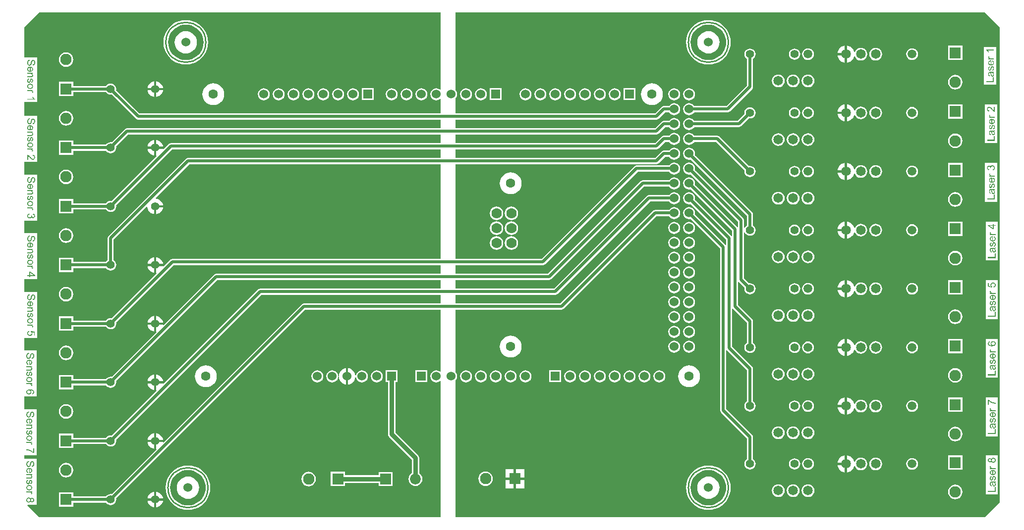
<source format=gtl>
%FSLAX25Y25*%
%MOIN*%
G70*
G01*
G75*
G04 Layer_Physical_Order=1*
G04 Layer_Color=255*
%ADD10C,0.01000*%
%ADD11C,0.03000*%
%ADD12C,0.02000*%
%ADD13C,0.06000*%
%ADD14R,0.07677X0.07677*%
%ADD15C,0.07677*%
%ADD16C,0.05906*%
%ADD17C,0.06500*%
%ADD18R,0.07677X0.07677*%
%ADD19R,0.06000X0.06000*%
%ADD20C,0.07000*%
%ADD21C,0.07284*%
%ADD22R,0.07284X0.07284*%
%ADD23C,0.05512*%
%ADD24C,0.06299*%
G36*
X3702Y189206D02*
X3687D01*
X3665Y189199D01*
X3635D01*
X3569Y189184D01*
X3473Y189162D01*
X3376Y189132D01*
X3265Y189103D01*
X3162Y189051D01*
X3066Y188999D01*
X3058Y188992D01*
X3029Y188969D01*
X2977Y188932D01*
X2925Y188873D01*
X2858Y188799D01*
X2792Y188718D01*
X2725Y188607D01*
X2666Y188488D01*
Y188481D01*
X2659Y188474D01*
X2651Y188451D01*
X2644Y188429D01*
X2622Y188355D01*
X2592Y188259D01*
X2562Y188141D01*
X2540Y188007D01*
X2525Y187859D01*
X2518Y187697D01*
Y187689D01*
Y187682D01*
Y187660D01*
Y187630D01*
X2525Y187556D01*
X2533Y187467D01*
X2548Y187364D01*
X2562Y187245D01*
X2592Y187127D01*
X2629Y187016D01*
X2636Y187001D01*
X2651Y186964D01*
X2681Y186912D01*
X2710Y186846D01*
X2762Y186779D01*
X2814Y186705D01*
X2873Y186631D01*
X2947Y186572D01*
X2955Y186564D01*
X2984Y186550D01*
X3021Y186527D01*
X3080Y186498D01*
X3140Y186468D01*
X3214Y186446D01*
X3295Y186431D01*
X3384Y186424D01*
X3428D01*
X3473Y186431D01*
X3532Y186439D01*
X3591Y186461D01*
X3665Y186483D01*
X3739Y186520D01*
X3806Y186572D01*
X3813Y186579D01*
X3835Y186601D01*
X3865Y186631D01*
X3909Y186683D01*
X3954Y186742D01*
X4005Y186823D01*
X4057Y186920D01*
X4102Y187031D01*
X4109Y187038D01*
X4116Y187075D01*
X4139Y187134D01*
X4146Y187171D01*
X4161Y187223D01*
X4183Y187275D01*
X4198Y187341D01*
X4220Y187415D01*
X4242Y187504D01*
X4264Y187593D01*
X4294Y187697D01*
X4324Y187815D01*
X4353Y187941D01*
Y187948D01*
X4361Y187970D01*
X4368Y188007D01*
X4383Y188052D01*
X4398Y188111D01*
X4412Y188178D01*
X4457Y188326D01*
X4509Y188488D01*
X4560Y188659D01*
X4612Y188807D01*
X4642Y188873D01*
X4671Y188932D01*
Y188940D01*
X4679Y188947D01*
X4708Y188992D01*
X4745Y189058D01*
X4805Y189132D01*
X4871Y189221D01*
X4953Y189310D01*
X5049Y189399D01*
X5152Y189473D01*
X5167Y189480D01*
X5204Y189502D01*
X5263Y189532D01*
X5337Y189561D01*
X5434Y189591D01*
X5545Y189621D01*
X5663Y189643D01*
X5789Y189650D01*
X5855D01*
X5929Y189635D01*
X6026Y189621D01*
X6137Y189598D01*
X6262Y189561D01*
X6388Y189510D01*
X6514Y189436D01*
X6521D01*
X6529Y189428D01*
X6573Y189391D01*
X6632Y189339D01*
X6706Y189273D01*
X6788Y189184D01*
X6877Y189073D01*
X6958Y188940D01*
X7032Y188792D01*
Y188784D01*
X7039Y188770D01*
X7047Y188747D01*
X7062Y188718D01*
X7076Y188681D01*
X7091Y188629D01*
X7121Y188518D01*
X7150Y188377D01*
X7180Y188215D01*
X7202Y188044D01*
X7210Y187852D01*
Y187845D01*
Y187830D01*
Y187793D01*
Y187756D01*
X7202Y187704D01*
Y187652D01*
X7187Y187512D01*
X7165Y187356D01*
X7128Y187193D01*
X7084Y187016D01*
X7025Y186853D01*
Y186846D01*
X7017Y186831D01*
X7002Y186809D01*
X6988Y186779D01*
X6951Y186705D01*
X6884Y186609D01*
X6810Y186498D01*
X6714Y186387D01*
X6603Y186283D01*
X6477Y186187D01*
X6470D01*
X6462Y186180D01*
X6440Y186165D01*
X6418Y186150D01*
X6344Y186113D01*
X6248Y186069D01*
X6129Y186017D01*
X5989Y185980D01*
X5841Y185943D01*
X5678Y185928D01*
X5626Y186579D01*
X5648D01*
X5670Y186587D01*
X5707Y186594D01*
X5789Y186616D01*
X5900Y186646D01*
X6018Y186690D01*
X6137Y186757D01*
X6248Y186838D01*
X6351Y186942D01*
X6359Y186957D01*
X6388Y186994D01*
X6433Y187068D01*
X6477Y187164D01*
X6521Y187290D01*
X6566Y187438D01*
X6595Y187623D01*
X6603Y187830D01*
Y187837D01*
Y187859D01*
Y187889D01*
Y187933D01*
X6595Y187978D01*
X6588Y188037D01*
X6573Y188170D01*
X6544Y188318D01*
X6507Y188466D01*
X6447Y188607D01*
X6410Y188666D01*
X6373Y188725D01*
X6366Y188740D01*
X6336Y188770D01*
X6285Y188814D01*
X6225Y188858D01*
X6144Y188910D01*
X6055Y188955D01*
X5952Y188984D01*
X5833Y188999D01*
X5789D01*
X5737Y188992D01*
X5678Y188977D01*
X5604Y188955D01*
X5530Y188918D01*
X5456Y188873D01*
X5382Y188807D01*
X5374Y188799D01*
X5352Y188762D01*
X5330Y188733D01*
X5315Y188703D01*
X5293Y188659D01*
X5263Y188607D01*
X5241Y188540D01*
X5212Y188466D01*
X5182Y188385D01*
X5145Y188289D01*
X5115Y188185D01*
X5078Y188067D01*
X5049Y187933D01*
X5012Y187785D01*
Y187778D01*
X5004Y187748D01*
X4997Y187704D01*
X4982Y187652D01*
X4967Y187586D01*
X4945Y187504D01*
X4923Y187423D01*
X4901Y187334D01*
X4849Y187142D01*
X4797Y186957D01*
X4768Y186868D01*
X4738Y186786D01*
X4716Y186712D01*
X4686Y186653D01*
Y186646D01*
X4679Y186631D01*
X4664Y186609D01*
X4649Y186579D01*
X4605Y186498D01*
X4546Y186402D01*
X4464Y186291D01*
X4375Y186180D01*
X4272Y186076D01*
X4161Y185987D01*
X4146Y185980D01*
X4109Y185950D01*
X4042Y185921D01*
X3954Y185876D01*
X3850Y185839D01*
X3724Y185802D01*
X3584Y185780D01*
X3436Y185773D01*
X3369D01*
X3288Y185787D01*
X3184Y185802D01*
X3066Y185832D01*
X2940Y185869D01*
X2807Y185928D01*
X2666Y186009D01*
X2659D01*
X2651Y186017D01*
X2607Y186054D01*
X2540Y186106D01*
X2466Y186180D01*
X2377Y186276D01*
X2281Y186394D01*
X2192Y186527D01*
X2111Y186683D01*
Y186690D01*
X2104Y186705D01*
X2096Y186727D01*
X2081Y186757D01*
X2067Y186801D01*
X2044Y186853D01*
X2015Y186971D01*
X1978Y187112D01*
X1941Y187282D01*
X1919Y187467D01*
X1911Y187667D01*
Y187674D01*
Y187697D01*
Y187734D01*
Y187785D01*
X1919Y187845D01*
Y187911D01*
X1926Y187985D01*
X1933Y188074D01*
X1963Y188259D01*
X1993Y188451D01*
X2044Y188644D01*
X2111Y188829D01*
Y188836D01*
X2118Y188851D01*
X2133Y188873D01*
X2148Y188903D01*
X2192Y188992D01*
X2259Y189095D01*
X2348Y189214D01*
X2451Y189339D01*
X2577Y189458D01*
X2718Y189569D01*
X2725D01*
X2740Y189584D01*
X2762Y189591D01*
X2792Y189613D01*
X2829Y189628D01*
X2873Y189650D01*
X2984Y189702D01*
X3125Y189754D01*
X3280Y189798D01*
X3458Y189828D01*
X3643Y189843D01*
X3702Y189206D01*
D02*
G37*
G36*
X3436Y204064D02*
X3428D01*
X3413Y204057D01*
X3384Y204049D01*
X3347Y204042D01*
X3302Y204035D01*
X3251Y204020D01*
X3140Y203983D01*
X3006Y203931D01*
X2881Y203864D01*
X2762Y203790D01*
X2659Y203702D01*
X2651Y203687D01*
X2622Y203657D01*
X2585Y203598D01*
X2548Y203524D01*
X2503Y203435D01*
X2466Y203324D01*
X2437Y203198D01*
X2429Y203065D01*
Y203058D01*
Y203043D01*
Y203021D01*
X2437Y202991D01*
X2444Y202910D01*
X2466Y202806D01*
X2503Y202688D01*
X2555Y202562D01*
X2629Y202436D01*
X2733Y202318D01*
X2747Y202303D01*
X2792Y202266D01*
X2858Y202222D01*
X2947Y202162D01*
X3058Y202103D01*
X3184Y202059D01*
X3332Y202022D01*
X3495Y202007D01*
X3539D01*
X3569Y202014D01*
X3650Y202022D01*
X3746Y202044D01*
X3865Y202074D01*
X3983Y202125D01*
X4102Y202199D01*
X4213Y202296D01*
X4227Y202310D01*
X4257Y202347D01*
X4301Y202407D01*
X4353Y202488D01*
X4405Y202592D01*
X4449Y202717D01*
X4479Y202858D01*
X4494Y203013D01*
Y203021D01*
Y203043D01*
Y203080D01*
X4486Y203132D01*
X4479Y203198D01*
X4464Y203272D01*
X4449Y203361D01*
X4427Y203457D01*
X4982Y203383D01*
Y203376D01*
Y203346D01*
X4975Y203317D01*
Y203287D01*
Y203280D01*
Y203272D01*
Y203250D01*
Y203221D01*
X4990Y203139D01*
X5004Y203043D01*
X5027Y202932D01*
X5064Y202806D01*
X5115Y202688D01*
X5182Y202562D01*
Y202555D01*
X5189Y202547D01*
X5219Y202510D01*
X5271Y202458D01*
X5337Y202399D01*
X5434Y202340D01*
X5545Y202288D01*
X5670Y202251D01*
X5744Y202236D01*
X5885D01*
X5944Y202251D01*
X6026Y202266D01*
X6114Y202296D01*
X6211Y202333D01*
X6307Y202392D01*
X6396Y202473D01*
X6403Y202481D01*
X6433Y202518D01*
X6470Y202569D01*
X6514Y202636D01*
X6551Y202725D01*
X6588Y202828D01*
X6618Y202947D01*
X6625Y203080D01*
Y203087D01*
Y203095D01*
Y203139D01*
X6610Y203206D01*
X6595Y203295D01*
X6566Y203391D01*
X6529Y203487D01*
X6470Y203591D01*
X6396Y203687D01*
X6388Y203694D01*
X6351Y203724D01*
X6299Y203768D01*
X6225Y203820D01*
X6129Y203872D01*
X6011Y203924D01*
X5870Y203968D01*
X5707Y203998D01*
X5818Y204627D01*
X5826D01*
X5848Y204619D01*
X5878Y204612D01*
X5922Y204604D01*
X5974Y204590D01*
X6033Y204567D01*
X6174Y204523D01*
X6336Y204449D01*
X6499Y204360D01*
X6655Y204249D01*
X6795Y204109D01*
X6803Y204101D01*
X6810Y204086D01*
X6825Y204064D01*
X6847Y204035D01*
X6877Y203998D01*
X6906Y203946D01*
X6936Y203894D01*
X6973Y203827D01*
X7032Y203679D01*
X7091Y203509D01*
X7128Y203309D01*
X7143Y203206D01*
Y203095D01*
Y203087D01*
Y203073D01*
Y203050D01*
Y203021D01*
X7136Y202939D01*
X7121Y202843D01*
X7099Y202725D01*
X7062Y202592D01*
X7017Y202458D01*
X6958Y202325D01*
Y202318D01*
X6951Y202310D01*
X6928Y202266D01*
X6884Y202199D01*
X6832Y202125D01*
X6758Y202037D01*
X6677Y201948D01*
X6581Y201859D01*
X6470Y201785D01*
X6455Y201778D01*
X6418Y201755D01*
X6351Y201726D01*
X6270Y201689D01*
X6174Y201652D01*
X6063Y201622D01*
X5937Y201600D01*
X5811Y201593D01*
X5752D01*
X5693Y201600D01*
X5611Y201615D01*
X5515Y201637D01*
X5411Y201674D01*
X5308Y201718D01*
X5204Y201778D01*
X5189Y201785D01*
X5160Y201807D01*
X5108Y201852D01*
X5049Y201911D01*
X4982Y201985D01*
X4908Y202074D01*
X4842Y202177D01*
X4775Y202303D01*
Y202296D01*
X4768Y202281D01*
X4760Y202259D01*
X4753Y202229D01*
X4723Y202148D01*
X4679Y202044D01*
X4620Y201926D01*
X4546Y201807D01*
X4449Y201696D01*
X4338Y201593D01*
X4324Y201585D01*
X4279Y201556D01*
X4205Y201511D01*
X4109Y201467D01*
X3991Y201422D01*
X3850Y201378D01*
X3687Y201348D01*
X3510Y201341D01*
X3443D01*
X3399Y201348D01*
X3339Y201356D01*
X3273Y201371D01*
X3199Y201385D01*
X3117Y201400D01*
X2940Y201459D01*
X2844Y201504D01*
X2755Y201548D01*
X2659Y201607D01*
X2562Y201674D01*
X2466Y201748D01*
X2377Y201837D01*
X2370Y201844D01*
X2355Y201859D01*
X2333Y201889D01*
X2303Y201926D01*
X2266Y201970D01*
X2229Y202029D01*
X2185Y202096D01*
X2148Y202177D01*
X2104Y202259D01*
X2059Y202355D01*
X2022Y202451D01*
X1985Y202562D01*
X1956Y202680D01*
X1933Y202806D01*
X1919Y202932D01*
X1911Y203073D01*
Y203080D01*
Y203102D01*
Y203139D01*
X1919Y203184D01*
X1926Y203243D01*
X1933Y203309D01*
X1948Y203383D01*
X1963Y203465D01*
X2007Y203642D01*
X2081Y203827D01*
X2126Y203924D01*
X2178Y204012D01*
X2244Y204101D01*
X2311Y204190D01*
X2318Y204197D01*
X2333Y204212D01*
X2355Y204234D01*
X2385Y204257D01*
X2422Y204294D01*
X2474Y204331D01*
X2525Y204375D01*
X2592Y204419D01*
X2666Y204464D01*
X2740Y204508D01*
X2918Y204590D01*
X3125Y204656D01*
X3236Y204678D01*
X3354Y204693D01*
X3436Y204064D01*
D02*
G37*
G36*
X5715Y180378D02*
X5182D01*
X5189Y180371D01*
X5212Y180356D01*
X5241Y180334D01*
X5278Y180304D01*
X5323Y180260D01*
X5374Y180208D01*
X5434Y180149D01*
X5493Y180075D01*
X5545Y180001D01*
X5604Y179912D01*
X5656Y179816D01*
X5700Y179712D01*
X5737Y179594D01*
X5767Y179475D01*
X5789Y179342D01*
X5796Y179201D01*
Y179194D01*
Y179187D01*
Y179142D01*
X5789Y179083D01*
X5781Y179002D01*
X5767Y178905D01*
X5744Y178802D01*
X5715Y178691D01*
X5670Y178587D01*
X5663Y178572D01*
X5648Y178543D01*
X5626Y178491D01*
X5589Y178432D01*
X5545Y178358D01*
X5485Y178291D01*
X5426Y178225D01*
X5352Y178165D01*
X5345Y178158D01*
X5315Y178143D01*
X5278Y178121D01*
X5226Y178084D01*
X5152Y178054D01*
X5078Y178025D01*
X4990Y177988D01*
X4893Y177966D01*
X4886D01*
X4856Y177958D01*
X4812Y177951D01*
X4753Y177943D01*
X4664D01*
X4560Y177936D01*
X4435Y177929D01*
X2000D01*
Y178558D01*
X4383D01*
X4464Y178565D01*
X4560Y178572D01*
X4657Y178587D01*
X4745Y178609D01*
X4827Y178632D01*
X4834D01*
X4856Y178646D01*
X4893Y178669D01*
X4938Y178691D01*
X4982Y178728D01*
X5034Y178772D01*
X5086Y178831D01*
X5130Y178898D01*
X5138Y178905D01*
X5152Y178928D01*
X5167Y178972D01*
X5189Y179024D01*
X5212Y179083D01*
X5234Y179157D01*
X5241Y179246D01*
X5249Y179335D01*
Y179342D01*
Y179349D01*
Y179372D01*
X5241Y179401D01*
X5234Y179475D01*
X5219Y179571D01*
X5182Y179675D01*
X5138Y179793D01*
X5078Y179912D01*
X4990Y180023D01*
X4975Y180038D01*
X4938Y180067D01*
X4908Y180089D01*
X4871Y180112D01*
X4827Y180141D01*
X4775Y180163D01*
X4716Y180193D01*
X4642Y180223D01*
X4560Y180245D01*
X4472Y180267D01*
X4375Y180282D01*
X4272Y180297D01*
X4146Y180311D01*
X2000D01*
Y180940D01*
X5715D01*
Y180378D01*
D02*
G37*
G36*
X3976Y185129D02*
X4057Y185121D01*
X4146Y185114D01*
X4250Y185099D01*
X4353Y185077D01*
X4590Y185018D01*
X4708Y184981D01*
X4834Y184936D01*
X4953Y184877D01*
X5064Y184811D01*
X5175Y184737D01*
X5278Y184655D01*
X5286Y184648D01*
X5300Y184633D01*
X5323Y184603D01*
X5360Y184566D01*
X5397Y184522D01*
X5441Y184463D01*
X5493Y184396D01*
X5537Y184315D01*
X5589Y184233D01*
X5633Y184137D01*
X5678Y184034D01*
X5715Y183923D01*
X5752Y183804D01*
X5774Y183678D01*
X5789Y183545D01*
X5796Y183405D01*
Y183397D01*
Y183375D01*
Y183331D01*
X5789Y183279D01*
X5781Y183220D01*
X5767Y183146D01*
X5752Y183064D01*
X5730Y182968D01*
X5707Y182879D01*
X5670Y182776D01*
X5633Y182679D01*
X5582Y182576D01*
X5522Y182472D01*
X5456Y182369D01*
X5374Y182272D01*
X5286Y182184D01*
X5278Y182176D01*
X5263Y182161D01*
X5234Y182139D01*
X5189Y182110D01*
X5138Y182073D01*
X5078Y182036D01*
X5004Y181991D01*
X4916Y181947D01*
X4819Y181902D01*
X4716Y181858D01*
X4597Y181821D01*
X4472Y181784D01*
X4331Y181754D01*
X4183Y181732D01*
X4028Y181717D01*
X3857Y181710D01*
X3769D01*
X3695Y181717D01*
Y184492D01*
X3665D01*
X3635Y184485D01*
X3591D01*
X3539Y184478D01*
X3480Y184463D01*
X3347Y184441D01*
X3199Y184396D01*
X3036Y184337D01*
X2888Y184256D01*
X2755Y184152D01*
Y184145D01*
X2740Y184137D01*
X2703Y184093D01*
X2651Y184026D01*
X2599Y183937D01*
X2540Y183819D01*
X2488Y183686D01*
X2451Y183538D01*
X2444Y183456D01*
X2437Y183368D01*
Y183360D01*
Y183353D01*
Y183308D01*
X2444Y183242D01*
X2459Y183160D01*
X2481Y183072D01*
X2511Y182968D01*
X2555Y182872D01*
X2614Y182776D01*
X2622Y182768D01*
X2651Y182731D01*
X2696Y182687D01*
X2755Y182635D01*
X2836Y182576D01*
X2940Y182509D01*
X3058Y182443D01*
X3199Y182383D01*
X3117Y181732D01*
X3110D01*
X3095Y181740D01*
X3066Y181747D01*
X3021Y181762D01*
X2977Y181784D01*
X2918Y181806D01*
X2792Y181865D01*
X2651Y181939D01*
X2503Y182043D01*
X2363Y182161D01*
X2229Y182309D01*
Y182317D01*
X2215Y182332D01*
X2200Y182354D01*
X2178Y182383D01*
X2155Y182428D01*
X2133Y182472D01*
X2104Y182531D01*
X2074Y182598D01*
X2044Y182672D01*
X2015Y182746D01*
X1970Y182931D01*
X1933Y183138D01*
X1919Y183368D01*
Y183375D01*
Y183405D01*
Y183449D01*
X1926Y183501D01*
X1933Y183567D01*
X1948Y183649D01*
X1963Y183738D01*
X1978Y183834D01*
X2037Y184041D01*
X2081Y184152D01*
X2126Y184256D01*
X2185Y184367D01*
X2252Y184470D01*
X2326Y184566D01*
X2414Y184663D01*
X2422Y184670D01*
X2437Y184685D01*
X2466Y184707D01*
X2511Y184737D01*
X2562Y184774D01*
X2622Y184811D01*
X2696Y184855D01*
X2777Y184899D01*
X2873Y184944D01*
X2977Y184988D01*
X3095Y185025D01*
X3221Y185062D01*
X3354Y185092D01*
X3502Y185114D01*
X3658Y185129D01*
X3820Y185136D01*
X3909D01*
X3976Y185129D01*
D02*
G37*
G36*
X656000Y330000D02*
X656000Y330000D01*
Y10000D01*
X656000D01*
X646000Y0D01*
X290354Y-0D01*
X290000Y353D01*
Y92339D01*
X290494Y92983D01*
X290897Y93956D01*
X291035Y95000D01*
X290897Y96044D01*
X290494Y97017D01*
X290000Y97661D01*
Y139961D01*
X361157D01*
X361938Y140116D01*
X362599Y140558D01*
X425002Y202961D01*
X433523D01*
X434147Y202147D01*
X434983Y201506D01*
X435956Y201103D01*
X437000Y200965D01*
X438044Y201103D01*
X439017Y201506D01*
X439853Y202147D01*
X440494Y202983D01*
X440897Y203956D01*
X441035Y205000D01*
X440897Y206044D01*
X440494Y207017D01*
X439853Y207853D01*
X439017Y208494D01*
X438044Y208897D01*
X437000Y209034D01*
X435956Y208897D01*
X434983Y208494D01*
X434147Y207853D01*
X433523Y207039D01*
X424157D01*
X423377Y206884D01*
X422716Y206442D01*
X360313Y144039D01*
X290000D01*
Y149961D01*
X357015D01*
X357796Y150116D01*
X358457Y150558D01*
X420860Y212961D01*
X433523D01*
X434147Y212147D01*
X434983Y211506D01*
X435956Y211103D01*
X437000Y210965D01*
X438044Y211103D01*
X439017Y211506D01*
X439853Y212147D01*
X440494Y212983D01*
X440897Y213956D01*
X441035Y215000D01*
X440897Y216044D01*
X440494Y217017D01*
X439853Y217853D01*
X439017Y218494D01*
X438044Y218897D01*
X437000Y219035D01*
X435956Y218897D01*
X434983Y218494D01*
X434147Y217853D01*
X433523Y217039D01*
X420015D01*
X419235Y216884D01*
X418573Y216442D01*
X356171Y154039D01*
X290000D01*
Y159961D01*
X352873D01*
X353654Y160116D01*
X354315Y160558D01*
X416718Y222961D01*
X433523D01*
X434147Y222147D01*
X434983Y221506D01*
X435956Y221103D01*
X437000Y220966D01*
X438044Y221103D01*
X439017Y221506D01*
X439853Y222147D01*
X440494Y222983D01*
X440897Y223956D01*
X441035Y225000D01*
X440897Y226044D01*
X440494Y227017D01*
X439853Y227853D01*
X439017Y228494D01*
X438044Y228897D01*
X437000Y229034D01*
X435956Y228897D01*
X434983Y228494D01*
X434147Y227853D01*
X433523Y227039D01*
X415873D01*
X415093Y226884D01*
X414431Y226442D01*
X352028Y164039D01*
X290000D01*
Y169961D01*
X348731D01*
X349511Y170116D01*
X350173Y170558D01*
X412576Y232961D01*
X433523D01*
X434147Y232147D01*
X434983Y231506D01*
X435956Y231103D01*
X437000Y230965D01*
X438044Y231103D01*
X439017Y231506D01*
X439853Y232147D01*
X440494Y232983D01*
X440897Y233956D01*
X441035Y235000D01*
X440897Y236044D01*
X440494Y237017D01*
X439853Y237853D01*
X439017Y238494D01*
X438044Y238897D01*
X437000Y239035D01*
X435956Y238897D01*
X434983Y238494D01*
X434147Y237853D01*
X433523Y237039D01*
X411731D01*
X410951Y236884D01*
X410289Y236442D01*
X347886Y174039D01*
X290000D01*
Y237961D01*
X425000D01*
X425780Y238116D01*
X426442Y238558D01*
X430845Y242961D01*
X433523D01*
X434147Y242147D01*
X434983Y241506D01*
X435956Y241103D01*
X437000Y240966D01*
X438044Y241103D01*
X439017Y241506D01*
X439853Y242147D01*
X440494Y242983D01*
X440897Y243956D01*
X441035Y245000D01*
X440897Y246044D01*
X440494Y247017D01*
X439853Y247853D01*
X439017Y248494D01*
X438044Y248897D01*
X437000Y249035D01*
X435956Y248897D01*
X434983Y248494D01*
X434147Y247853D01*
X433523Y247039D01*
X430000D01*
X429220Y246884D01*
X428558Y246442D01*
X424155Y242039D01*
X290000D01*
Y247961D01*
X425000D01*
X425780Y248116D01*
X426442Y248558D01*
X430845Y252961D01*
X433523D01*
X434147Y252147D01*
X434983Y251506D01*
X435956Y251103D01*
X437000Y250965D01*
X438044Y251103D01*
X439017Y251506D01*
X439853Y252147D01*
X440494Y252983D01*
X440897Y253956D01*
X441035Y255000D01*
X440897Y256044D01*
X440494Y257017D01*
X439853Y257853D01*
X439017Y258494D01*
X438044Y258897D01*
X437000Y259034D01*
X435956Y258897D01*
X434983Y258494D01*
X434147Y257853D01*
X433523Y257039D01*
X430000D01*
X429220Y256884D01*
X428558Y256442D01*
X424155Y252039D01*
X290000D01*
Y257961D01*
X425000D01*
X425780Y258116D01*
X426442Y258558D01*
X430845Y262961D01*
X433523D01*
X434147Y262147D01*
X434983Y261506D01*
X435956Y261103D01*
X437000Y260965D01*
X438044Y261103D01*
X439017Y261506D01*
X439853Y262147D01*
X440494Y262983D01*
X440897Y263956D01*
X441035Y265000D01*
X440897Y266044D01*
X440494Y267017D01*
X439853Y267853D01*
X439017Y268494D01*
X438044Y268897D01*
X437000Y269035D01*
X435956Y268897D01*
X434983Y268494D01*
X434147Y267853D01*
X433523Y267039D01*
X430000D01*
X429220Y266884D01*
X428558Y266442D01*
X424155Y262039D01*
X290000D01*
Y267961D01*
X425000D01*
X425780Y268116D01*
X426442Y268558D01*
X430845Y272961D01*
X433523D01*
X434147Y272147D01*
X434983Y271506D01*
X435956Y271103D01*
X437000Y270966D01*
X438044Y271103D01*
X439017Y271506D01*
X439853Y272147D01*
X440494Y272983D01*
X440897Y273956D01*
X441035Y275000D01*
X440897Y276044D01*
X440494Y277017D01*
X439853Y277853D01*
X439017Y278494D01*
X438044Y278897D01*
X437000Y279034D01*
X435956Y278897D01*
X434983Y278494D01*
X434147Y277853D01*
X433523Y277039D01*
X430000D01*
X429220Y276884D01*
X428558Y276442D01*
X424155Y272039D01*
X290000D01*
Y282339D01*
X290494Y282983D01*
X290897Y283956D01*
X291035Y285000D01*
X290897Y286044D01*
X290494Y287017D01*
X290000Y287661D01*
Y340000D01*
X646000D01*
X656000Y330000D01*
D02*
G37*
G36*
X3206Y216089D02*
X3191D01*
X3147Y216074D01*
X3073Y216060D01*
X2992Y216030D01*
X2903Y215993D01*
X2807Y215949D01*
X2710Y215882D01*
X2629Y215801D01*
X2622Y215786D01*
X2599Y215756D01*
X2570Y215697D01*
X2533Y215623D01*
X2496Y215527D01*
X2466Y215416D01*
X2444Y215283D01*
X2437Y215127D01*
Y215120D01*
Y215105D01*
Y215083D01*
Y215053D01*
X2444Y214979D01*
X2459Y214883D01*
X2481Y214779D01*
X2511Y214668D01*
X2548Y214572D01*
X2607Y214483D01*
X2614Y214476D01*
X2636Y214446D01*
X2673Y214417D01*
X2725Y214372D01*
X2784Y214335D01*
X2858Y214298D01*
X2932Y214276D01*
X3021Y214269D01*
X3058D01*
X3095Y214276D01*
X3147Y214291D01*
X3199Y214313D01*
X3251Y214350D01*
X3310Y214395D01*
X3354Y214461D01*
X3362Y214469D01*
X3369Y214491D01*
X3391Y214528D01*
X3413Y214587D01*
X3443Y214676D01*
X3465Y214728D01*
X3480Y214787D01*
X3502Y214853D01*
X3524Y214927D01*
X3547Y215009D01*
X3569Y215105D01*
Y215112D01*
X3576Y215135D01*
X3584Y215172D01*
X3598Y215216D01*
X3613Y215275D01*
X3635Y215342D01*
X3672Y215482D01*
X3724Y215645D01*
X3769Y215801D01*
X3820Y215949D01*
X3850Y216015D01*
X3872Y216067D01*
X3880Y216082D01*
X3894Y216111D01*
X3924Y216156D01*
X3961Y216215D01*
X4013Y216282D01*
X4072Y216348D01*
X4139Y216415D01*
X4220Y216474D01*
X4227Y216481D01*
X4257Y216496D01*
X4309Y216518D01*
X4368Y216541D01*
X4442Y216563D01*
X4531Y216585D01*
X4620Y216600D01*
X4723Y216607D01*
X4768D01*
X4812Y216600D01*
X4879Y216592D01*
X4945Y216578D01*
X5027Y216563D01*
X5101Y216533D01*
X5182Y216496D01*
X5189Y216489D01*
X5219Y216474D01*
X5256Y216452D01*
X5308Y216415D01*
X5360Y216370D01*
X5426Y216319D01*
X5485Y216259D01*
X5537Y216185D01*
X5545Y216178D01*
X5552Y216156D01*
X5574Y216126D01*
X5596Y216082D01*
X5626Y216023D01*
X5656Y215956D01*
X5685Y215875D01*
X5715Y215786D01*
X5722Y215771D01*
X5730Y215741D01*
X5744Y215690D01*
X5759Y215623D01*
X5774Y215542D01*
X5781Y215453D01*
X5796Y215349D01*
Y215246D01*
Y215238D01*
Y215223D01*
Y215201D01*
Y215172D01*
X5789Y215090D01*
X5781Y214979D01*
X5767Y214861D01*
X5737Y214735D01*
X5707Y214602D01*
X5663Y214476D01*
Y214469D01*
X5656Y214461D01*
X5641Y214424D01*
X5611Y214365D01*
X5574Y214291D01*
X5522Y214210D01*
X5463Y214128D01*
X5397Y214054D01*
X5323Y213988D01*
X5315Y213980D01*
X5286Y213965D01*
X5234Y213936D01*
X5175Y213899D01*
X5086Y213862D01*
X4990Y213825D01*
X4879Y213795D01*
X4753Y213766D01*
X4671Y214380D01*
X4686D01*
X4716Y214387D01*
X4768Y214402D01*
X4834Y214424D01*
X4901Y214461D01*
X4975Y214506D01*
X5049Y214557D01*
X5115Y214631D01*
X5123Y214639D01*
X5138Y214668D01*
X5167Y214713D01*
X5197Y214779D01*
X5226Y214853D01*
X5256Y214950D01*
X5271Y215068D01*
X5278Y215194D01*
Y215201D01*
Y215216D01*
Y215238D01*
Y215268D01*
X5271Y215342D01*
X5263Y215438D01*
X5241Y215534D01*
X5219Y215638D01*
X5182Y215734D01*
X5130Y215815D01*
X5123Y215823D01*
X5108Y215845D01*
X5078Y215875D01*
X5034Y215904D01*
X4990Y215941D01*
X4930Y215971D01*
X4864Y215993D01*
X4797Y216000D01*
X4775D01*
X4753Y215993D01*
X4723D01*
X4649Y215971D01*
X4575Y215926D01*
X4568Y215919D01*
X4560Y215912D01*
X4538Y215897D01*
X4516Y215867D01*
X4494Y215838D01*
X4464Y215793D01*
X4442Y215741D01*
X4412Y215682D01*
Y215675D01*
X4405Y215660D01*
X4398Y215630D01*
X4375Y215579D01*
X4353Y215505D01*
X4331Y215408D01*
X4309Y215349D01*
X4294Y215283D01*
X4272Y215209D01*
X4250Y215127D01*
Y215120D01*
X4242Y215098D01*
X4235Y215061D01*
X4220Y215016D01*
X4205Y214964D01*
X4190Y214898D01*
X4146Y214757D01*
X4102Y214602D01*
X4050Y214446D01*
X3998Y214306D01*
X3976Y214247D01*
X3954Y214195D01*
X3946Y214180D01*
X3931Y214150D01*
X3909Y214106D01*
X3872Y214039D01*
X3828Y213973D01*
X3769Y213906D01*
X3702Y213840D01*
X3628Y213780D01*
X3621Y213773D01*
X3591Y213758D01*
X3547Y213729D01*
X3480Y213699D01*
X3399Y213677D01*
X3310Y213647D01*
X3206Y213632D01*
X3088Y213625D01*
X3036D01*
X2977Y213632D01*
X2895Y213647D01*
X2807Y213669D01*
X2710Y213706D01*
X2599Y213751D01*
X2496Y213810D01*
X2481Y213817D01*
X2451Y213847D01*
X2400Y213884D01*
X2340Y213943D01*
X2274Y214025D01*
X2200Y214113D01*
X2133Y214217D01*
X2067Y214343D01*
Y214350D01*
X2059Y214358D01*
X2044Y214402D01*
X2022Y214476D01*
X1993Y214572D01*
X1963Y214691D01*
X1941Y214824D01*
X1926Y214964D01*
X1919Y215127D01*
Y215135D01*
Y215157D01*
Y215194D01*
X1926Y215246D01*
Y215305D01*
X1933Y215379D01*
X1941Y215453D01*
X1956Y215534D01*
X1993Y215712D01*
X2044Y215897D01*
X2118Y216074D01*
X2163Y216156D01*
X2215Y216230D01*
X2222Y216237D01*
X2229Y216245D01*
X2274Y216289D01*
X2340Y216356D01*
X2444Y216430D01*
X2570Y216511D01*
X2718Y216592D01*
X2903Y216659D01*
X3110Y216711D01*
X3206Y216089D01*
D02*
G37*
G36*
X5715Y208334D02*
X5152D01*
X5160Y208327D01*
X5212Y208297D01*
X5278Y208260D01*
X5360Y208201D01*
X5441Y208142D01*
X5530Y208075D01*
X5604Y208008D01*
X5663Y207942D01*
X5670Y207934D01*
X5685Y207912D01*
X5707Y207868D01*
X5730Y207823D01*
X5752Y207764D01*
X5774Y207690D01*
X5789Y207616D01*
X5796Y207535D01*
Y207520D01*
Y207483D01*
X5789Y207416D01*
X5774Y207335D01*
X5744Y207239D01*
X5707Y207135D01*
X5656Y207017D01*
X5589Y206891D01*
X5012Y207120D01*
X5019Y207128D01*
X5034Y207157D01*
X5056Y207202D01*
X5078Y207261D01*
X5101Y207328D01*
X5123Y207409D01*
X5138Y207490D01*
X5145Y207572D01*
Y207579D01*
Y207609D01*
X5138Y207646D01*
X5130Y207698D01*
X5115Y207749D01*
X5093Y207816D01*
X5064Y207883D01*
X5019Y207942D01*
X5012Y207949D01*
X4997Y207971D01*
X4967Y207994D01*
X4930Y208031D01*
X4879Y208068D01*
X4819Y208105D01*
X4753Y208142D01*
X4671Y208171D01*
X4657Y208179D01*
X4612Y208186D01*
X4546Y208201D01*
X4457Y208223D01*
X4346Y208245D01*
X4220Y208260D01*
X4087Y208267D01*
X3939Y208275D01*
X2000D01*
Y208904D01*
X5715D01*
Y208334D01*
D02*
G37*
G36*
X3954Y213107D02*
X4028D01*
X4109Y213100D01*
X4213Y213085D01*
X4316Y213070D01*
X4435Y213040D01*
X4553Y213011D01*
X4679Y212974D01*
X4812Y212929D01*
X4938Y212870D01*
X5056Y212811D01*
X5175Y212730D01*
X5286Y212648D01*
X5382Y212545D01*
X5389Y212537D01*
X5397Y212522D01*
X5419Y212493D01*
X5448Y212456D01*
X5478Y212411D01*
X5515Y212352D01*
X5552Y212293D01*
X5589Y212219D01*
X5626Y212138D01*
X5663Y212049D01*
X5730Y211849D01*
X5781Y211620D01*
X5789Y211501D01*
X5796Y211375D01*
Y211368D01*
Y211338D01*
Y211301D01*
X5789Y211250D01*
X5781Y211183D01*
X5767Y211109D01*
X5752Y211028D01*
X5737Y210931D01*
X5670Y210732D01*
X5633Y210628D01*
X5582Y210524D01*
X5530Y210421D01*
X5456Y210317D01*
X5382Y210221D01*
X5293Y210125D01*
X5286Y210117D01*
X5271Y210103D01*
X5241Y210080D01*
X5204Y210051D01*
X5152Y210014D01*
X5086Y209969D01*
X5012Y209925D01*
X4930Y209881D01*
X4842Y209836D01*
X4731Y209792D01*
X4620Y209747D01*
X4494Y209710D01*
X4361Y209681D01*
X4220Y209659D01*
X4072Y209644D01*
X3909Y209636D01*
X3791D01*
X3732Y209644D01*
X3658Y209651D01*
X3584D01*
X3502Y209666D01*
X3317Y209688D01*
X3132Y209733D01*
X2947Y209784D01*
X2777Y209858D01*
X2770D01*
X2762Y209866D01*
X2740Y209881D01*
X2710Y209895D01*
X2636Y209947D01*
X2548Y210014D01*
X2444Y210103D01*
X2340Y210214D01*
X2237Y210339D01*
X2141Y210487D01*
Y210495D01*
X2133Y210502D01*
X2118Y210524D01*
X2104Y210561D01*
X2089Y210598D01*
X2074Y210643D01*
X2030Y210754D01*
X1993Y210880D01*
X1956Y211035D01*
X1926Y211198D01*
X1919Y211375D01*
Y211383D01*
Y211412D01*
Y211449D01*
X1926Y211509D01*
X1933Y211575D01*
X1948Y211649D01*
X1963Y211738D01*
X1978Y211827D01*
X2037Y212027D01*
X2081Y212138D01*
X2126Y212241D01*
X2185Y212345D01*
X2252Y212448D01*
X2326Y212545D01*
X2414Y212641D01*
X2422Y212648D01*
X2437Y212663D01*
X2466Y212685D01*
X2511Y212715D01*
X2562Y212752D01*
X2622Y212789D01*
X2696Y212833D01*
X2784Y212878D01*
X2881Y212922D01*
X2992Y212966D01*
X3110Y213003D01*
X3236Y213040D01*
X3376Y213070D01*
X3524Y213092D01*
X3687Y213107D01*
X3857Y213114D01*
X3902D01*
X3954Y213107D01*
D02*
G37*
G36*
X3976Y145629D02*
X4057Y145621D01*
X4146Y145614D01*
X4250Y145599D01*
X4353Y145577D01*
X4590Y145518D01*
X4708Y145481D01*
X4834Y145436D01*
X4953Y145377D01*
X5064Y145311D01*
X5175Y145237D01*
X5278Y145155D01*
X5286Y145148D01*
X5300Y145133D01*
X5323Y145103D01*
X5360Y145066D01*
X5397Y145022D01*
X5441Y144963D01*
X5493Y144896D01*
X5537Y144815D01*
X5589Y144733D01*
X5633Y144637D01*
X5678Y144534D01*
X5715Y144423D01*
X5752Y144304D01*
X5774Y144178D01*
X5789Y144045D01*
X5796Y143905D01*
Y143897D01*
Y143875D01*
Y143831D01*
X5789Y143779D01*
X5781Y143720D01*
X5767Y143646D01*
X5752Y143564D01*
X5730Y143468D01*
X5707Y143379D01*
X5670Y143276D01*
X5633Y143179D01*
X5582Y143076D01*
X5522Y142972D01*
X5456Y142869D01*
X5374Y142772D01*
X5286Y142684D01*
X5278Y142676D01*
X5263Y142661D01*
X5234Y142639D01*
X5189Y142610D01*
X5138Y142573D01*
X5078Y142536D01*
X5004Y142491D01*
X4916Y142447D01*
X4819Y142402D01*
X4716Y142358D01*
X4597Y142321D01*
X4472Y142284D01*
X4331Y142254D01*
X4183Y142232D01*
X4028Y142217D01*
X3857Y142210D01*
X3769D01*
X3695Y142217D01*
Y144992D01*
X3665D01*
X3635Y144985D01*
X3591D01*
X3539Y144978D01*
X3480Y144963D01*
X3347Y144941D01*
X3199Y144896D01*
X3036Y144837D01*
X2888Y144756D01*
X2755Y144652D01*
Y144645D01*
X2740Y144637D01*
X2703Y144593D01*
X2651Y144526D01*
X2599Y144437D01*
X2540Y144319D01*
X2488Y144186D01*
X2451Y144038D01*
X2444Y143956D01*
X2437Y143868D01*
Y143860D01*
Y143853D01*
Y143808D01*
X2444Y143742D01*
X2459Y143660D01*
X2481Y143572D01*
X2511Y143468D01*
X2555Y143372D01*
X2614Y143276D01*
X2622Y143268D01*
X2651Y143231D01*
X2696Y143187D01*
X2755Y143135D01*
X2836Y143076D01*
X2940Y143009D01*
X3058Y142943D01*
X3199Y142883D01*
X3117Y142232D01*
X3110D01*
X3095Y142240D01*
X3066Y142247D01*
X3021Y142262D01*
X2977Y142284D01*
X2918Y142306D01*
X2792Y142365D01*
X2651Y142439D01*
X2503Y142543D01*
X2363Y142661D01*
X2229Y142809D01*
Y142817D01*
X2215Y142832D01*
X2200Y142854D01*
X2178Y142883D01*
X2155Y142928D01*
X2133Y142972D01*
X2104Y143031D01*
X2074Y143098D01*
X2044Y143172D01*
X2015Y143246D01*
X1970Y143431D01*
X1933Y143638D01*
X1919Y143868D01*
Y143875D01*
Y143905D01*
Y143949D01*
X1926Y144001D01*
X1933Y144067D01*
X1948Y144149D01*
X1963Y144238D01*
X1978Y144334D01*
X2037Y144541D01*
X2081Y144652D01*
X2126Y144756D01*
X2185Y144867D01*
X2252Y144970D01*
X2326Y145066D01*
X2414Y145163D01*
X2422Y145170D01*
X2437Y145185D01*
X2466Y145207D01*
X2511Y145237D01*
X2562Y145274D01*
X2622Y145311D01*
X2696Y145355D01*
X2777Y145399D01*
X2873Y145444D01*
X2977Y145488D01*
X3095Y145525D01*
X3221Y145562D01*
X3354Y145592D01*
X3502Y145614D01*
X3658Y145629D01*
X3820Y145636D01*
X3909D01*
X3976Y145629D01*
D02*
G37*
G36*
X3702Y149706D02*
X3687D01*
X3665Y149699D01*
X3635D01*
X3569Y149684D01*
X3473Y149662D01*
X3376Y149632D01*
X3265Y149603D01*
X3162Y149551D01*
X3066Y149499D01*
X3058Y149492D01*
X3029Y149469D01*
X2977Y149432D01*
X2925Y149373D01*
X2858Y149299D01*
X2792Y149218D01*
X2725Y149107D01*
X2666Y148988D01*
Y148981D01*
X2659Y148974D01*
X2651Y148951D01*
X2644Y148929D01*
X2622Y148855D01*
X2592Y148759D01*
X2562Y148641D01*
X2540Y148507D01*
X2525Y148359D01*
X2518Y148197D01*
Y148189D01*
Y148182D01*
Y148160D01*
Y148130D01*
X2525Y148056D01*
X2533Y147967D01*
X2548Y147864D01*
X2562Y147745D01*
X2592Y147627D01*
X2629Y147516D01*
X2636Y147501D01*
X2651Y147464D01*
X2681Y147412D01*
X2710Y147346D01*
X2762Y147279D01*
X2814Y147205D01*
X2873Y147131D01*
X2947Y147072D01*
X2955Y147064D01*
X2984Y147050D01*
X3021Y147027D01*
X3080Y146998D01*
X3140Y146968D01*
X3214Y146946D01*
X3295Y146931D01*
X3384Y146924D01*
X3428D01*
X3473Y146931D01*
X3532Y146939D01*
X3591Y146961D01*
X3665Y146983D01*
X3739Y147020D01*
X3806Y147072D01*
X3813Y147079D01*
X3835Y147101D01*
X3865Y147131D01*
X3909Y147183D01*
X3954Y147242D01*
X4005Y147323D01*
X4057Y147420D01*
X4102Y147531D01*
X4109Y147538D01*
X4116Y147575D01*
X4139Y147634D01*
X4146Y147671D01*
X4161Y147723D01*
X4183Y147775D01*
X4198Y147841D01*
X4220Y147915D01*
X4242Y148004D01*
X4264Y148093D01*
X4294Y148197D01*
X4324Y148315D01*
X4353Y148441D01*
Y148448D01*
X4361Y148470D01*
X4368Y148507D01*
X4383Y148552D01*
X4398Y148611D01*
X4412Y148678D01*
X4457Y148826D01*
X4509Y148988D01*
X4560Y149159D01*
X4612Y149307D01*
X4642Y149373D01*
X4671Y149432D01*
Y149440D01*
X4679Y149447D01*
X4708Y149492D01*
X4745Y149558D01*
X4805Y149632D01*
X4871Y149721D01*
X4953Y149810D01*
X5049Y149899D01*
X5152Y149973D01*
X5167Y149980D01*
X5204Y150002D01*
X5263Y150032D01*
X5337Y150061D01*
X5434Y150091D01*
X5545Y150121D01*
X5663Y150143D01*
X5789Y150150D01*
X5855D01*
X5929Y150135D01*
X6026Y150121D01*
X6137Y150098D01*
X6262Y150061D01*
X6388Y150010D01*
X6514Y149936D01*
X6521D01*
X6529Y149928D01*
X6573Y149891D01*
X6632Y149839D01*
X6706Y149773D01*
X6788Y149684D01*
X6877Y149573D01*
X6958Y149440D01*
X7032Y149292D01*
Y149284D01*
X7039Y149270D01*
X7047Y149247D01*
X7062Y149218D01*
X7076Y149181D01*
X7091Y149129D01*
X7121Y149018D01*
X7150Y148877D01*
X7180Y148715D01*
X7202Y148544D01*
X7210Y148352D01*
Y148345D01*
Y148330D01*
Y148293D01*
Y148256D01*
X7202Y148204D01*
Y148152D01*
X7187Y148012D01*
X7165Y147856D01*
X7128Y147693D01*
X7084Y147516D01*
X7025Y147353D01*
Y147346D01*
X7017Y147331D01*
X7002Y147309D01*
X6988Y147279D01*
X6951Y147205D01*
X6884Y147109D01*
X6810Y146998D01*
X6714Y146887D01*
X6603Y146783D01*
X6477Y146687D01*
X6470D01*
X6462Y146680D01*
X6440Y146665D01*
X6418Y146650D01*
X6344Y146613D01*
X6248Y146569D01*
X6129Y146517D01*
X5989Y146480D01*
X5841Y146443D01*
X5678Y146428D01*
X5626Y147079D01*
X5648D01*
X5670Y147087D01*
X5707Y147094D01*
X5789Y147116D01*
X5900Y147146D01*
X6018Y147190D01*
X6137Y147257D01*
X6248Y147338D01*
X6351Y147442D01*
X6359Y147457D01*
X6388Y147494D01*
X6433Y147568D01*
X6477Y147664D01*
X6521Y147790D01*
X6566Y147938D01*
X6595Y148123D01*
X6603Y148330D01*
Y148337D01*
Y148359D01*
Y148389D01*
Y148433D01*
X6595Y148478D01*
X6588Y148537D01*
X6573Y148670D01*
X6544Y148818D01*
X6507Y148966D01*
X6447Y149107D01*
X6410Y149166D01*
X6373Y149225D01*
X6366Y149240D01*
X6336Y149270D01*
X6285Y149314D01*
X6225Y149358D01*
X6144Y149410D01*
X6055Y149455D01*
X5952Y149484D01*
X5833Y149499D01*
X5789D01*
X5737Y149492D01*
X5678Y149477D01*
X5604Y149455D01*
X5530Y149418D01*
X5456Y149373D01*
X5382Y149307D01*
X5374Y149299D01*
X5352Y149262D01*
X5330Y149233D01*
X5315Y149203D01*
X5293Y149159D01*
X5263Y149107D01*
X5241Y149040D01*
X5212Y148966D01*
X5182Y148885D01*
X5145Y148789D01*
X5115Y148685D01*
X5078Y148567D01*
X5049Y148433D01*
X5012Y148285D01*
Y148278D01*
X5004Y148248D01*
X4997Y148204D01*
X4982Y148152D01*
X4967Y148086D01*
X4945Y148004D01*
X4923Y147923D01*
X4901Y147834D01*
X4849Y147642D01*
X4797Y147457D01*
X4768Y147368D01*
X4738Y147286D01*
X4716Y147212D01*
X4686Y147153D01*
Y147146D01*
X4679Y147131D01*
X4664Y147109D01*
X4649Y147079D01*
X4605Y146998D01*
X4546Y146902D01*
X4464Y146791D01*
X4375Y146680D01*
X4272Y146576D01*
X4161Y146487D01*
X4146Y146480D01*
X4109Y146450D01*
X4042Y146421D01*
X3954Y146376D01*
X3850Y146339D01*
X3724Y146302D01*
X3584Y146280D01*
X3436Y146273D01*
X3369D01*
X3288Y146287D01*
X3184Y146302D01*
X3066Y146332D01*
X2940Y146369D01*
X2807Y146428D01*
X2666Y146509D01*
X2659D01*
X2651Y146517D01*
X2607Y146554D01*
X2540Y146606D01*
X2466Y146680D01*
X2377Y146776D01*
X2281Y146894D01*
X2192Y147027D01*
X2111Y147183D01*
Y147190D01*
X2104Y147205D01*
X2096Y147227D01*
X2081Y147257D01*
X2067Y147301D01*
X2044Y147353D01*
X2015Y147471D01*
X1978Y147612D01*
X1941Y147782D01*
X1919Y147967D01*
X1911Y148167D01*
Y148174D01*
Y148197D01*
Y148234D01*
Y148285D01*
X1919Y148345D01*
Y148411D01*
X1926Y148485D01*
X1933Y148574D01*
X1963Y148759D01*
X1993Y148951D01*
X2044Y149144D01*
X2111Y149329D01*
Y149336D01*
X2118Y149351D01*
X2133Y149373D01*
X2148Y149403D01*
X2192Y149492D01*
X2259Y149595D01*
X2348Y149714D01*
X2451Y149839D01*
X2577Y149958D01*
X2718Y150069D01*
X2725D01*
X2740Y150084D01*
X2762Y150091D01*
X2792Y150113D01*
X2829Y150128D01*
X2873Y150150D01*
X2984Y150202D01*
X3125Y150254D01*
X3280Y150298D01*
X3458Y150328D01*
X3643Y150343D01*
X3702Y149706D01*
D02*
G37*
G36*
X3206Y137089D02*
X3191D01*
X3147Y137074D01*
X3073Y137060D01*
X2992Y137030D01*
X2903Y136993D01*
X2807Y136949D01*
X2710Y136882D01*
X2629Y136801D01*
X2622Y136786D01*
X2599Y136756D01*
X2570Y136697D01*
X2533Y136623D01*
X2496Y136527D01*
X2466Y136416D01*
X2444Y136283D01*
X2437Y136127D01*
Y136120D01*
Y136105D01*
Y136083D01*
Y136053D01*
X2444Y135979D01*
X2459Y135883D01*
X2481Y135779D01*
X2511Y135668D01*
X2548Y135572D01*
X2607Y135483D01*
X2614Y135476D01*
X2636Y135446D01*
X2673Y135417D01*
X2725Y135372D01*
X2784Y135335D01*
X2858Y135298D01*
X2932Y135276D01*
X3021Y135269D01*
X3058D01*
X3095Y135276D01*
X3147Y135291D01*
X3199Y135313D01*
X3251Y135350D01*
X3310Y135395D01*
X3354Y135461D01*
X3362Y135469D01*
X3369Y135491D01*
X3391Y135528D01*
X3413Y135587D01*
X3443Y135676D01*
X3465Y135728D01*
X3480Y135787D01*
X3502Y135853D01*
X3524Y135927D01*
X3547Y136009D01*
X3569Y136105D01*
Y136112D01*
X3576Y136135D01*
X3584Y136172D01*
X3598Y136216D01*
X3613Y136275D01*
X3635Y136342D01*
X3672Y136482D01*
X3724Y136645D01*
X3769Y136801D01*
X3820Y136949D01*
X3850Y137015D01*
X3872Y137067D01*
X3880Y137082D01*
X3894Y137111D01*
X3924Y137156D01*
X3961Y137215D01*
X4013Y137282D01*
X4072Y137348D01*
X4139Y137415D01*
X4220Y137474D01*
X4227Y137481D01*
X4257Y137496D01*
X4309Y137518D01*
X4368Y137541D01*
X4442Y137563D01*
X4531Y137585D01*
X4620Y137600D01*
X4723Y137607D01*
X4768D01*
X4812Y137600D01*
X4879Y137592D01*
X4945Y137578D01*
X5027Y137563D01*
X5101Y137533D01*
X5182Y137496D01*
X5189Y137489D01*
X5219Y137474D01*
X5256Y137452D01*
X5308Y137415D01*
X5360Y137370D01*
X5426Y137319D01*
X5485Y137259D01*
X5537Y137185D01*
X5545Y137178D01*
X5552Y137156D01*
X5574Y137126D01*
X5596Y137082D01*
X5626Y137023D01*
X5656Y136956D01*
X5685Y136875D01*
X5715Y136786D01*
X5722Y136771D01*
X5730Y136741D01*
X5744Y136690D01*
X5759Y136623D01*
X5774Y136542D01*
X5781Y136453D01*
X5796Y136349D01*
Y136246D01*
Y136238D01*
Y136223D01*
Y136201D01*
Y136172D01*
X5789Y136090D01*
X5781Y135979D01*
X5767Y135861D01*
X5737Y135735D01*
X5707Y135602D01*
X5663Y135476D01*
Y135469D01*
X5656Y135461D01*
X5641Y135424D01*
X5611Y135365D01*
X5574Y135291D01*
X5522Y135210D01*
X5463Y135128D01*
X5397Y135054D01*
X5323Y134988D01*
X5315Y134980D01*
X5286Y134965D01*
X5234Y134936D01*
X5175Y134899D01*
X5086Y134862D01*
X4990Y134825D01*
X4879Y134795D01*
X4753Y134766D01*
X4671Y135380D01*
X4686D01*
X4716Y135387D01*
X4768Y135402D01*
X4834Y135424D01*
X4901Y135461D01*
X4975Y135506D01*
X5049Y135557D01*
X5115Y135631D01*
X5123Y135639D01*
X5138Y135668D01*
X5167Y135713D01*
X5197Y135779D01*
X5226Y135853D01*
X5256Y135950D01*
X5271Y136068D01*
X5278Y136194D01*
Y136201D01*
Y136216D01*
Y136238D01*
Y136268D01*
X5271Y136342D01*
X5263Y136438D01*
X5241Y136534D01*
X5219Y136638D01*
X5182Y136734D01*
X5130Y136815D01*
X5123Y136823D01*
X5108Y136845D01*
X5078Y136875D01*
X5034Y136904D01*
X4990Y136941D01*
X4930Y136971D01*
X4864Y136993D01*
X4797Y137000D01*
X4775D01*
X4753Y136993D01*
X4723D01*
X4649Y136971D01*
X4575Y136926D01*
X4568Y136919D01*
X4560Y136912D01*
X4538Y136897D01*
X4516Y136867D01*
X4494Y136838D01*
X4464Y136793D01*
X4442Y136741D01*
X4412Y136682D01*
Y136675D01*
X4405Y136660D01*
X4398Y136630D01*
X4375Y136579D01*
X4353Y136505D01*
X4331Y136408D01*
X4309Y136349D01*
X4294Y136283D01*
X4272Y136209D01*
X4250Y136127D01*
Y136120D01*
X4242Y136098D01*
X4235Y136061D01*
X4220Y136016D01*
X4205Y135964D01*
X4190Y135898D01*
X4146Y135757D01*
X4102Y135602D01*
X4050Y135446D01*
X3998Y135306D01*
X3976Y135247D01*
X3954Y135195D01*
X3946Y135180D01*
X3931Y135150D01*
X3909Y135106D01*
X3872Y135039D01*
X3828Y134973D01*
X3769Y134906D01*
X3702Y134840D01*
X3628Y134780D01*
X3621Y134773D01*
X3591Y134758D01*
X3547Y134729D01*
X3480Y134699D01*
X3399Y134677D01*
X3310Y134647D01*
X3206Y134632D01*
X3088Y134625D01*
X3036D01*
X2977Y134632D01*
X2895Y134647D01*
X2807Y134669D01*
X2710Y134706D01*
X2599Y134751D01*
X2496Y134810D01*
X2481Y134817D01*
X2451Y134847D01*
X2400Y134884D01*
X2340Y134943D01*
X2274Y135025D01*
X2200Y135113D01*
X2133Y135217D01*
X2067Y135343D01*
Y135350D01*
X2059Y135358D01*
X2044Y135402D01*
X2022Y135476D01*
X1993Y135572D01*
X1963Y135691D01*
X1941Y135824D01*
X1926Y135964D01*
X1919Y136127D01*
Y136135D01*
Y136157D01*
Y136194D01*
X1926Y136246D01*
Y136305D01*
X1933Y136379D01*
X1941Y136453D01*
X1956Y136534D01*
X1993Y136712D01*
X2044Y136897D01*
X2118Y137074D01*
X2163Y137156D01*
X2215Y137230D01*
X2222Y137237D01*
X2229Y137245D01*
X2274Y137289D01*
X2340Y137356D01*
X2444Y137430D01*
X2570Y137511D01*
X2718Y137592D01*
X2903Y137659D01*
X3110Y137711D01*
X3206Y137089D01*
D02*
G37*
G36*
X5715Y140878D02*
X5182D01*
X5189Y140871D01*
X5212Y140856D01*
X5241Y140834D01*
X5278Y140804D01*
X5323Y140760D01*
X5374Y140708D01*
X5434Y140649D01*
X5493Y140575D01*
X5545Y140501D01*
X5604Y140412D01*
X5656Y140316D01*
X5700Y140212D01*
X5737Y140094D01*
X5767Y139975D01*
X5789Y139842D01*
X5796Y139701D01*
Y139694D01*
Y139687D01*
Y139642D01*
X5789Y139583D01*
X5781Y139502D01*
X5767Y139405D01*
X5744Y139302D01*
X5715Y139191D01*
X5670Y139087D01*
X5663Y139072D01*
X5648Y139043D01*
X5626Y138991D01*
X5589Y138932D01*
X5545Y138858D01*
X5485Y138791D01*
X5426Y138725D01*
X5352Y138665D01*
X5345Y138658D01*
X5315Y138643D01*
X5278Y138621D01*
X5226Y138584D01*
X5152Y138554D01*
X5078Y138525D01*
X4990Y138488D01*
X4893Y138466D01*
X4886D01*
X4856Y138458D01*
X4812Y138451D01*
X4753Y138443D01*
X4664D01*
X4560Y138436D01*
X4435Y138429D01*
X2000D01*
Y139058D01*
X4383D01*
X4464Y139065D01*
X4560Y139072D01*
X4657Y139087D01*
X4745Y139109D01*
X4827Y139132D01*
X4834D01*
X4856Y139146D01*
X4893Y139169D01*
X4938Y139191D01*
X4982Y139228D01*
X5034Y139272D01*
X5086Y139331D01*
X5130Y139398D01*
X5138Y139405D01*
X5152Y139428D01*
X5167Y139472D01*
X5189Y139524D01*
X5212Y139583D01*
X5234Y139657D01*
X5241Y139746D01*
X5249Y139835D01*
Y139842D01*
Y139849D01*
Y139872D01*
X5241Y139901D01*
X5234Y139975D01*
X5219Y140071D01*
X5182Y140175D01*
X5138Y140293D01*
X5078Y140412D01*
X4990Y140523D01*
X4975Y140538D01*
X4938Y140567D01*
X4908Y140589D01*
X4871Y140612D01*
X4827Y140641D01*
X4775Y140663D01*
X4716Y140693D01*
X4642Y140723D01*
X4560Y140745D01*
X4472Y140767D01*
X4375Y140782D01*
X4272Y140797D01*
X4146Y140811D01*
X2000D01*
Y141440D01*
X5715D01*
Y140878D01*
D02*
G37*
G36*
X3954Y173607D02*
X4028D01*
X4109Y173600D01*
X4213Y173585D01*
X4316Y173570D01*
X4435Y173540D01*
X4553Y173511D01*
X4679Y173474D01*
X4812Y173429D01*
X4938Y173370D01*
X5056Y173311D01*
X5175Y173230D01*
X5286Y173148D01*
X5382Y173045D01*
X5389Y173037D01*
X5397Y173022D01*
X5419Y172993D01*
X5448Y172956D01*
X5478Y172911D01*
X5515Y172852D01*
X5552Y172793D01*
X5589Y172719D01*
X5626Y172638D01*
X5663Y172549D01*
X5730Y172349D01*
X5781Y172120D01*
X5789Y172001D01*
X5796Y171875D01*
Y171868D01*
Y171838D01*
Y171801D01*
X5789Y171750D01*
X5781Y171683D01*
X5767Y171609D01*
X5752Y171528D01*
X5737Y171431D01*
X5670Y171232D01*
X5633Y171128D01*
X5582Y171024D01*
X5530Y170921D01*
X5456Y170817D01*
X5382Y170721D01*
X5293Y170625D01*
X5286Y170617D01*
X5271Y170603D01*
X5241Y170580D01*
X5204Y170551D01*
X5152Y170514D01*
X5086Y170469D01*
X5012Y170425D01*
X4930Y170381D01*
X4842Y170336D01*
X4731Y170292D01*
X4620Y170247D01*
X4494Y170210D01*
X4361Y170181D01*
X4220Y170159D01*
X4072Y170144D01*
X3909Y170136D01*
X3791D01*
X3732Y170144D01*
X3658Y170151D01*
X3584D01*
X3502Y170166D01*
X3317Y170188D01*
X3132Y170233D01*
X2947Y170284D01*
X2777Y170358D01*
X2770D01*
X2762Y170366D01*
X2740Y170381D01*
X2710Y170395D01*
X2636Y170447D01*
X2548Y170514D01*
X2444Y170603D01*
X2340Y170714D01*
X2237Y170839D01*
X2141Y170987D01*
Y170995D01*
X2133Y171002D01*
X2118Y171024D01*
X2104Y171061D01*
X2089Y171098D01*
X2074Y171143D01*
X2030Y171254D01*
X1993Y171380D01*
X1956Y171535D01*
X1926Y171698D01*
X1919Y171875D01*
Y171883D01*
Y171912D01*
Y171949D01*
X1926Y172009D01*
X1933Y172075D01*
X1948Y172149D01*
X1963Y172238D01*
X1978Y172327D01*
X2037Y172527D01*
X2081Y172638D01*
X2126Y172741D01*
X2185Y172845D01*
X2252Y172948D01*
X2326Y173045D01*
X2414Y173141D01*
X2422Y173148D01*
X2437Y173163D01*
X2466Y173185D01*
X2511Y173215D01*
X2562Y173252D01*
X2622Y173289D01*
X2696Y173333D01*
X2784Y173378D01*
X2881Y173422D01*
X2992Y173466D01*
X3110Y173503D01*
X3236Y173540D01*
X3376Y173570D01*
X3524Y173592D01*
X3687Y173607D01*
X3857Y173614D01*
X3902D01*
X3954Y173607D01*
D02*
G37*
G36*
X3206Y176589D02*
X3191D01*
X3147Y176574D01*
X3073Y176560D01*
X2992Y176530D01*
X2903Y176493D01*
X2807Y176449D01*
X2710Y176382D01*
X2629Y176301D01*
X2622Y176286D01*
X2599Y176256D01*
X2570Y176197D01*
X2533Y176123D01*
X2496Y176027D01*
X2466Y175916D01*
X2444Y175783D01*
X2437Y175627D01*
Y175620D01*
Y175605D01*
Y175583D01*
Y175553D01*
X2444Y175479D01*
X2459Y175383D01*
X2481Y175279D01*
X2511Y175168D01*
X2548Y175072D01*
X2607Y174983D01*
X2614Y174976D01*
X2636Y174946D01*
X2673Y174917D01*
X2725Y174872D01*
X2784Y174835D01*
X2858Y174798D01*
X2932Y174776D01*
X3021Y174769D01*
X3058D01*
X3095Y174776D01*
X3147Y174791D01*
X3199Y174813D01*
X3251Y174850D01*
X3310Y174895D01*
X3354Y174961D01*
X3362Y174969D01*
X3369Y174991D01*
X3391Y175028D01*
X3413Y175087D01*
X3443Y175176D01*
X3465Y175228D01*
X3480Y175287D01*
X3502Y175353D01*
X3524Y175427D01*
X3547Y175509D01*
X3569Y175605D01*
Y175612D01*
X3576Y175635D01*
X3584Y175672D01*
X3598Y175716D01*
X3613Y175775D01*
X3635Y175842D01*
X3672Y175982D01*
X3724Y176145D01*
X3769Y176301D01*
X3820Y176449D01*
X3850Y176515D01*
X3872Y176567D01*
X3880Y176582D01*
X3894Y176611D01*
X3924Y176656D01*
X3961Y176715D01*
X4013Y176782D01*
X4072Y176848D01*
X4139Y176915D01*
X4220Y176974D01*
X4227Y176981D01*
X4257Y176996D01*
X4309Y177018D01*
X4368Y177041D01*
X4442Y177063D01*
X4531Y177085D01*
X4620Y177100D01*
X4723Y177107D01*
X4768D01*
X4812Y177100D01*
X4879Y177092D01*
X4945Y177078D01*
X5027Y177063D01*
X5101Y177033D01*
X5182Y176996D01*
X5189Y176989D01*
X5219Y176974D01*
X5256Y176952D01*
X5308Y176915D01*
X5360Y176870D01*
X5426Y176819D01*
X5485Y176759D01*
X5537Y176685D01*
X5545Y176678D01*
X5552Y176656D01*
X5574Y176626D01*
X5596Y176582D01*
X5626Y176523D01*
X5656Y176456D01*
X5685Y176375D01*
X5715Y176286D01*
X5722Y176271D01*
X5730Y176241D01*
X5744Y176190D01*
X5759Y176123D01*
X5774Y176042D01*
X5781Y175953D01*
X5796Y175849D01*
Y175746D01*
Y175738D01*
Y175723D01*
Y175701D01*
Y175672D01*
X5789Y175590D01*
X5781Y175479D01*
X5767Y175361D01*
X5737Y175235D01*
X5707Y175102D01*
X5663Y174976D01*
Y174969D01*
X5656Y174961D01*
X5641Y174924D01*
X5611Y174865D01*
X5574Y174791D01*
X5522Y174710D01*
X5463Y174628D01*
X5397Y174554D01*
X5323Y174488D01*
X5315Y174480D01*
X5286Y174465D01*
X5234Y174436D01*
X5175Y174399D01*
X5086Y174362D01*
X4990Y174325D01*
X4879Y174295D01*
X4753Y174266D01*
X4671Y174880D01*
X4686D01*
X4716Y174887D01*
X4768Y174902D01*
X4834Y174924D01*
X4901Y174961D01*
X4975Y175006D01*
X5049Y175057D01*
X5115Y175131D01*
X5123Y175139D01*
X5138Y175168D01*
X5167Y175213D01*
X5197Y175279D01*
X5226Y175353D01*
X5256Y175450D01*
X5271Y175568D01*
X5278Y175694D01*
Y175701D01*
Y175716D01*
Y175738D01*
Y175768D01*
X5271Y175842D01*
X5263Y175938D01*
X5241Y176034D01*
X5219Y176138D01*
X5182Y176234D01*
X5130Y176315D01*
X5123Y176323D01*
X5108Y176345D01*
X5078Y176375D01*
X5034Y176404D01*
X4990Y176441D01*
X4930Y176471D01*
X4864Y176493D01*
X4797Y176500D01*
X4775D01*
X4753Y176493D01*
X4723D01*
X4649Y176471D01*
X4575Y176426D01*
X4568Y176419D01*
X4560Y176412D01*
X4538Y176397D01*
X4516Y176367D01*
X4494Y176338D01*
X4464Y176293D01*
X4442Y176241D01*
X4412Y176182D01*
Y176175D01*
X4405Y176160D01*
X4398Y176130D01*
X4375Y176079D01*
X4353Y176005D01*
X4331Y175908D01*
X4309Y175849D01*
X4294Y175783D01*
X4272Y175709D01*
X4250Y175627D01*
Y175620D01*
X4242Y175598D01*
X4235Y175561D01*
X4220Y175516D01*
X4205Y175464D01*
X4190Y175398D01*
X4146Y175257D01*
X4102Y175102D01*
X4050Y174946D01*
X3998Y174806D01*
X3976Y174747D01*
X3954Y174695D01*
X3946Y174680D01*
X3931Y174650D01*
X3909Y174606D01*
X3872Y174539D01*
X3828Y174473D01*
X3769Y174406D01*
X3702Y174340D01*
X3628Y174280D01*
X3621Y174273D01*
X3591Y174258D01*
X3547Y174229D01*
X3480Y174199D01*
X3399Y174177D01*
X3310Y174147D01*
X3206Y174132D01*
X3088Y174125D01*
X3036D01*
X2977Y174132D01*
X2895Y174147D01*
X2807Y174169D01*
X2710Y174206D01*
X2599Y174251D01*
X2496Y174310D01*
X2481Y174317D01*
X2451Y174347D01*
X2400Y174384D01*
X2340Y174443D01*
X2274Y174525D01*
X2200Y174613D01*
X2133Y174717D01*
X2067Y174843D01*
Y174850D01*
X2059Y174858D01*
X2044Y174902D01*
X2022Y174976D01*
X1993Y175072D01*
X1963Y175191D01*
X1941Y175324D01*
X1926Y175464D01*
X1919Y175627D01*
Y175635D01*
Y175657D01*
Y175694D01*
X1926Y175746D01*
Y175805D01*
X1933Y175879D01*
X1941Y175953D01*
X1956Y176034D01*
X1993Y176212D01*
X2044Y176397D01*
X2118Y176574D01*
X2163Y176656D01*
X2215Y176730D01*
X2222Y176737D01*
X2229Y176745D01*
X2274Y176789D01*
X2340Y176856D01*
X2444Y176930D01*
X2570Y177011D01*
X2718Y177092D01*
X2903Y177159D01*
X3110Y177211D01*
X3206Y176589D01*
D02*
G37*
G36*
X7121Y163069D02*
Y162559D01*
X3806D01*
Y161863D01*
X3228D01*
Y162559D01*
X2000D01*
Y163188D01*
X3228D01*
Y165415D01*
X3806D01*
X7121Y163069D01*
D02*
G37*
G36*
X5715Y168834D02*
X5152D01*
X5160Y168827D01*
X5212Y168797D01*
X5278Y168760D01*
X5360Y168701D01*
X5441Y168642D01*
X5530Y168575D01*
X5604Y168508D01*
X5663Y168442D01*
X5670Y168434D01*
X5685Y168412D01*
X5707Y168368D01*
X5730Y168323D01*
X5752Y168264D01*
X5774Y168190D01*
X5789Y168116D01*
X5796Y168035D01*
Y168020D01*
Y167983D01*
X5789Y167916D01*
X5774Y167835D01*
X5744Y167739D01*
X5707Y167635D01*
X5656Y167517D01*
X5589Y167391D01*
X5012Y167620D01*
X5019Y167628D01*
X5034Y167657D01*
X5056Y167702D01*
X5078Y167761D01*
X5101Y167828D01*
X5123Y167909D01*
X5138Y167990D01*
X5145Y168072D01*
Y168079D01*
Y168109D01*
X5138Y168146D01*
X5130Y168198D01*
X5115Y168249D01*
X5093Y168316D01*
X5064Y168383D01*
X5019Y168442D01*
X5012Y168449D01*
X4997Y168471D01*
X4967Y168494D01*
X4930Y168531D01*
X4879Y168568D01*
X4819Y168605D01*
X4753Y168642D01*
X4671Y168671D01*
X4657Y168679D01*
X4612Y168686D01*
X4546Y168701D01*
X4457Y168723D01*
X4346Y168745D01*
X4220Y168760D01*
X4087Y168767D01*
X3939Y168775D01*
X2000D01*
Y169404D01*
X5715D01*
Y168834D01*
D02*
G37*
G36*
Y219878D02*
X5182D01*
X5189Y219871D01*
X5212Y219856D01*
X5241Y219834D01*
X5278Y219804D01*
X5323Y219760D01*
X5374Y219708D01*
X5434Y219649D01*
X5493Y219575D01*
X5545Y219501D01*
X5604Y219412D01*
X5656Y219316D01*
X5700Y219212D01*
X5737Y219094D01*
X5767Y218975D01*
X5789Y218842D01*
X5796Y218701D01*
Y218694D01*
Y218687D01*
Y218642D01*
X5789Y218583D01*
X5781Y218502D01*
X5767Y218405D01*
X5744Y218302D01*
X5715Y218191D01*
X5670Y218087D01*
X5663Y218072D01*
X5648Y218043D01*
X5626Y217991D01*
X5589Y217932D01*
X5545Y217858D01*
X5485Y217791D01*
X5426Y217725D01*
X5352Y217665D01*
X5345Y217658D01*
X5315Y217643D01*
X5278Y217621D01*
X5226Y217584D01*
X5152Y217554D01*
X5078Y217525D01*
X4990Y217488D01*
X4893Y217466D01*
X4886D01*
X4856Y217458D01*
X4812Y217451D01*
X4753Y217443D01*
X4664D01*
X4560Y217436D01*
X4435Y217429D01*
X2000D01*
Y218058D01*
X4383D01*
X4464Y218065D01*
X4560Y218072D01*
X4657Y218087D01*
X4745Y218109D01*
X4827Y218132D01*
X4834D01*
X4856Y218146D01*
X4893Y218169D01*
X4938Y218191D01*
X4982Y218228D01*
X5034Y218272D01*
X5086Y218331D01*
X5130Y218398D01*
X5138Y218405D01*
X5152Y218428D01*
X5167Y218472D01*
X5189Y218524D01*
X5212Y218583D01*
X5234Y218657D01*
X5241Y218746D01*
X5249Y218835D01*
Y218842D01*
Y218849D01*
Y218872D01*
X5241Y218901D01*
X5234Y218975D01*
X5219Y219071D01*
X5182Y219175D01*
X5138Y219293D01*
X5078Y219412D01*
X4990Y219523D01*
X4975Y219538D01*
X4938Y219567D01*
X4908Y219589D01*
X4871Y219612D01*
X4827Y219641D01*
X4775Y219663D01*
X4716Y219693D01*
X4642Y219723D01*
X4560Y219745D01*
X4472Y219767D01*
X4375Y219782D01*
X4272Y219797D01*
X4146Y219811D01*
X2000D01*
Y220440D01*
X5715D01*
Y219878D01*
D02*
G37*
G36*
Y287334D02*
X5152D01*
X5160Y287327D01*
X5212Y287297D01*
X5278Y287260D01*
X5360Y287201D01*
X5441Y287142D01*
X5530Y287075D01*
X5604Y287008D01*
X5663Y286942D01*
X5670Y286934D01*
X5685Y286912D01*
X5707Y286868D01*
X5730Y286823D01*
X5752Y286764D01*
X5774Y286690D01*
X5789Y286616D01*
X5796Y286535D01*
Y286520D01*
Y286483D01*
X5789Y286416D01*
X5774Y286335D01*
X5744Y286239D01*
X5707Y286135D01*
X5656Y286017D01*
X5589Y285891D01*
X5012Y286120D01*
X5019Y286128D01*
X5034Y286157D01*
X5056Y286202D01*
X5078Y286261D01*
X5101Y286328D01*
X5123Y286409D01*
X5138Y286490D01*
X5145Y286572D01*
Y286579D01*
Y286609D01*
X5138Y286646D01*
X5130Y286698D01*
X5115Y286749D01*
X5093Y286816D01*
X5064Y286883D01*
X5019Y286942D01*
X5012Y286949D01*
X4997Y286971D01*
X4967Y286994D01*
X4930Y287031D01*
X4879Y287068D01*
X4819Y287105D01*
X4753Y287142D01*
X4671Y287171D01*
X4657Y287179D01*
X4612Y287186D01*
X4546Y287201D01*
X4457Y287223D01*
X4346Y287245D01*
X4220Y287260D01*
X4087Y287267D01*
X3939Y287275D01*
X2000D01*
Y287904D01*
X5715D01*
Y287334D01*
D02*
G37*
G36*
X3954Y292107D02*
X4028D01*
X4109Y292100D01*
X4213Y292085D01*
X4316Y292070D01*
X4435Y292040D01*
X4553Y292011D01*
X4679Y291974D01*
X4812Y291929D01*
X4938Y291870D01*
X5056Y291811D01*
X5175Y291730D01*
X5286Y291648D01*
X5382Y291545D01*
X5389Y291537D01*
X5397Y291522D01*
X5419Y291493D01*
X5448Y291456D01*
X5478Y291411D01*
X5515Y291352D01*
X5552Y291293D01*
X5589Y291219D01*
X5626Y291138D01*
X5663Y291049D01*
X5730Y290849D01*
X5781Y290620D01*
X5789Y290501D01*
X5796Y290375D01*
Y290368D01*
Y290338D01*
Y290301D01*
X5789Y290250D01*
X5781Y290183D01*
X5767Y290109D01*
X5752Y290028D01*
X5737Y289931D01*
X5670Y289732D01*
X5633Y289628D01*
X5582Y289524D01*
X5530Y289421D01*
X5456Y289317D01*
X5382Y289221D01*
X5293Y289125D01*
X5286Y289117D01*
X5271Y289103D01*
X5241Y289080D01*
X5204Y289051D01*
X5152Y289014D01*
X5086Y288969D01*
X5012Y288925D01*
X4930Y288881D01*
X4842Y288836D01*
X4731Y288792D01*
X4620Y288747D01*
X4494Y288710D01*
X4361Y288681D01*
X4220Y288659D01*
X4072Y288644D01*
X3909Y288636D01*
X3791D01*
X3732Y288644D01*
X3658Y288651D01*
X3584D01*
X3502Y288666D01*
X3317Y288688D01*
X3132Y288733D01*
X2947Y288784D01*
X2777Y288858D01*
X2770D01*
X2762Y288866D01*
X2740Y288881D01*
X2710Y288895D01*
X2636Y288947D01*
X2548Y289014D01*
X2444Y289103D01*
X2340Y289214D01*
X2237Y289339D01*
X2141Y289487D01*
Y289495D01*
X2133Y289502D01*
X2118Y289524D01*
X2104Y289561D01*
X2089Y289598D01*
X2074Y289643D01*
X2030Y289754D01*
X1993Y289880D01*
X1956Y290035D01*
X1926Y290198D01*
X1919Y290375D01*
Y290383D01*
Y290412D01*
Y290449D01*
X1926Y290509D01*
X1933Y290575D01*
X1948Y290649D01*
X1963Y290738D01*
X1978Y290827D01*
X2037Y291027D01*
X2081Y291138D01*
X2126Y291241D01*
X2185Y291345D01*
X2252Y291448D01*
X2326Y291545D01*
X2414Y291641D01*
X2422Y291648D01*
X2437Y291663D01*
X2466Y291685D01*
X2511Y291715D01*
X2562Y291752D01*
X2622Y291789D01*
X2696Y291833D01*
X2784Y291878D01*
X2881Y291922D01*
X2992Y291966D01*
X3110Y292003D01*
X3236Y292040D01*
X3376Y292070D01*
X3524Y292092D01*
X3687Y292107D01*
X3857Y292114D01*
X3902D01*
X3954Y292107D01*
D02*
G37*
G36*
X3702Y268206D02*
X3687D01*
X3665Y268199D01*
X3635D01*
X3569Y268184D01*
X3473Y268162D01*
X3376Y268132D01*
X3265Y268103D01*
X3162Y268051D01*
X3066Y267999D01*
X3058Y267992D01*
X3029Y267969D01*
X2977Y267932D01*
X2925Y267873D01*
X2858Y267799D01*
X2792Y267718D01*
X2725Y267607D01*
X2666Y267488D01*
Y267481D01*
X2659Y267474D01*
X2651Y267451D01*
X2644Y267429D01*
X2622Y267355D01*
X2592Y267259D01*
X2562Y267141D01*
X2540Y267007D01*
X2525Y266859D01*
X2518Y266697D01*
Y266689D01*
Y266682D01*
Y266660D01*
Y266630D01*
X2525Y266556D01*
X2533Y266467D01*
X2548Y266364D01*
X2562Y266245D01*
X2592Y266127D01*
X2629Y266016D01*
X2636Y266001D01*
X2651Y265964D01*
X2681Y265912D01*
X2710Y265846D01*
X2762Y265779D01*
X2814Y265705D01*
X2873Y265631D01*
X2947Y265572D01*
X2955Y265564D01*
X2984Y265550D01*
X3021Y265527D01*
X3080Y265498D01*
X3140Y265468D01*
X3214Y265446D01*
X3295Y265431D01*
X3384Y265424D01*
X3428D01*
X3473Y265431D01*
X3532Y265439D01*
X3591Y265461D01*
X3665Y265483D01*
X3739Y265520D01*
X3806Y265572D01*
X3813Y265579D01*
X3835Y265601D01*
X3865Y265631D01*
X3909Y265683D01*
X3954Y265742D01*
X4005Y265823D01*
X4057Y265920D01*
X4102Y266031D01*
X4109Y266038D01*
X4116Y266075D01*
X4139Y266134D01*
X4146Y266171D01*
X4161Y266223D01*
X4183Y266275D01*
X4198Y266341D01*
X4220Y266415D01*
X4242Y266504D01*
X4264Y266593D01*
X4294Y266697D01*
X4324Y266815D01*
X4353Y266941D01*
Y266948D01*
X4361Y266970D01*
X4368Y267007D01*
X4383Y267052D01*
X4398Y267111D01*
X4412Y267178D01*
X4457Y267326D01*
X4509Y267488D01*
X4560Y267659D01*
X4612Y267807D01*
X4642Y267873D01*
X4671Y267932D01*
Y267940D01*
X4679Y267947D01*
X4708Y267992D01*
X4745Y268058D01*
X4805Y268132D01*
X4871Y268221D01*
X4953Y268310D01*
X5049Y268399D01*
X5152Y268473D01*
X5167Y268480D01*
X5204Y268502D01*
X5263Y268532D01*
X5337Y268561D01*
X5434Y268591D01*
X5545Y268621D01*
X5663Y268643D01*
X5789Y268650D01*
X5855D01*
X5929Y268635D01*
X6026Y268621D01*
X6137Y268598D01*
X6262Y268561D01*
X6388Y268510D01*
X6514Y268436D01*
X6521D01*
X6529Y268428D01*
X6573Y268391D01*
X6632Y268339D01*
X6706Y268273D01*
X6788Y268184D01*
X6877Y268073D01*
X6958Y267940D01*
X7032Y267792D01*
Y267784D01*
X7039Y267770D01*
X7047Y267747D01*
X7062Y267718D01*
X7076Y267681D01*
X7091Y267629D01*
X7121Y267518D01*
X7150Y267377D01*
X7180Y267215D01*
X7202Y267044D01*
X7210Y266852D01*
Y266845D01*
Y266830D01*
Y266793D01*
Y266756D01*
X7202Y266704D01*
Y266652D01*
X7187Y266512D01*
X7165Y266356D01*
X7128Y266193D01*
X7084Y266016D01*
X7025Y265853D01*
Y265846D01*
X7017Y265831D01*
X7002Y265809D01*
X6988Y265779D01*
X6951Y265705D01*
X6884Y265609D01*
X6810Y265498D01*
X6714Y265387D01*
X6603Y265283D01*
X6477Y265187D01*
X6470D01*
X6462Y265180D01*
X6440Y265165D01*
X6418Y265150D01*
X6344Y265113D01*
X6248Y265069D01*
X6129Y265017D01*
X5989Y264980D01*
X5841Y264943D01*
X5678Y264928D01*
X5626Y265579D01*
X5648D01*
X5670Y265587D01*
X5707Y265594D01*
X5789Y265616D01*
X5900Y265646D01*
X6018Y265690D01*
X6137Y265757D01*
X6248Y265838D01*
X6351Y265942D01*
X6359Y265957D01*
X6388Y265994D01*
X6433Y266068D01*
X6477Y266164D01*
X6521Y266290D01*
X6566Y266438D01*
X6595Y266623D01*
X6603Y266830D01*
Y266837D01*
Y266859D01*
Y266889D01*
Y266933D01*
X6595Y266978D01*
X6588Y267037D01*
X6573Y267170D01*
X6544Y267318D01*
X6507Y267466D01*
X6447Y267607D01*
X6410Y267666D01*
X6373Y267725D01*
X6366Y267740D01*
X6336Y267770D01*
X6285Y267814D01*
X6225Y267858D01*
X6144Y267910D01*
X6055Y267955D01*
X5952Y267984D01*
X5833Y267999D01*
X5789D01*
X5737Y267992D01*
X5678Y267977D01*
X5604Y267955D01*
X5530Y267918D01*
X5456Y267873D01*
X5382Y267807D01*
X5374Y267799D01*
X5352Y267762D01*
X5330Y267733D01*
X5315Y267703D01*
X5293Y267659D01*
X5263Y267607D01*
X5241Y267540D01*
X5212Y267466D01*
X5182Y267385D01*
X5145Y267289D01*
X5115Y267185D01*
X5078Y267067D01*
X5049Y266933D01*
X5012Y266785D01*
Y266778D01*
X5004Y266748D01*
X4997Y266704D01*
X4982Y266652D01*
X4967Y266586D01*
X4945Y266504D01*
X4923Y266423D01*
X4901Y266334D01*
X4849Y266142D01*
X4797Y265957D01*
X4768Y265868D01*
X4738Y265786D01*
X4716Y265712D01*
X4686Y265653D01*
Y265646D01*
X4679Y265631D01*
X4664Y265609D01*
X4649Y265579D01*
X4605Y265498D01*
X4546Y265402D01*
X4464Y265291D01*
X4375Y265180D01*
X4272Y265076D01*
X4161Y264987D01*
X4146Y264980D01*
X4109Y264950D01*
X4042Y264921D01*
X3954Y264876D01*
X3850Y264839D01*
X3724Y264802D01*
X3584Y264780D01*
X3436Y264773D01*
X3369D01*
X3288Y264787D01*
X3184Y264802D01*
X3066Y264832D01*
X2940Y264869D01*
X2807Y264928D01*
X2666Y265009D01*
X2659D01*
X2651Y265017D01*
X2607Y265054D01*
X2540Y265106D01*
X2466Y265180D01*
X2377Y265276D01*
X2281Y265394D01*
X2192Y265527D01*
X2111Y265683D01*
Y265690D01*
X2104Y265705D01*
X2096Y265727D01*
X2081Y265757D01*
X2067Y265801D01*
X2044Y265853D01*
X2015Y265971D01*
X1978Y266112D01*
X1941Y266282D01*
X1919Y266467D01*
X1911Y266667D01*
Y266674D01*
Y266697D01*
Y266734D01*
Y266785D01*
X1919Y266845D01*
Y266911D01*
X1926Y266985D01*
X1933Y267074D01*
X1963Y267259D01*
X1993Y267451D01*
X2044Y267644D01*
X2111Y267829D01*
Y267836D01*
X2118Y267851D01*
X2133Y267873D01*
X2148Y267903D01*
X2192Y267992D01*
X2259Y268095D01*
X2348Y268214D01*
X2451Y268339D01*
X2577Y268458D01*
X2718Y268569D01*
X2725D01*
X2740Y268584D01*
X2762Y268591D01*
X2792Y268613D01*
X2829Y268628D01*
X2873Y268650D01*
X2984Y268702D01*
X3125Y268754D01*
X3280Y268798D01*
X3458Y268828D01*
X3643Y268843D01*
X3702Y268206D01*
D02*
G37*
G36*
X5855Y283212D02*
X5870Y283197D01*
X5878Y283168D01*
X5900Y283131D01*
X5922Y283086D01*
X5952Y283035D01*
X6026Y282909D01*
X6107Y282761D01*
X6211Y282613D01*
X6329Y282457D01*
X6455Y282302D01*
X6462Y282295D01*
X6470Y282287D01*
X6492Y282265D01*
X6514Y282235D01*
X6588Y282169D01*
X6677Y282080D01*
X6780Y281991D01*
X6899Y281895D01*
X7017Y281814D01*
X7143Y281740D01*
Y281333D01*
X2000D01*
Y281962D01*
X6003D01*
X5996Y281969D01*
X5966Y282006D01*
X5922Y282050D01*
X5870Y282124D01*
X5804Y282206D01*
X5730Y282309D01*
X5648Y282428D01*
X5567Y282561D01*
Y282568D01*
X5559Y282576D01*
X5530Y282620D01*
X5493Y282694D01*
X5448Y282783D01*
X5397Y282887D01*
X5345Y282998D01*
X5293Y283109D01*
X5249Y283220D01*
X5855D01*
Y283212D01*
D02*
G37*
G36*
X3976Y303629D02*
X4057Y303621D01*
X4146Y303614D01*
X4250Y303599D01*
X4353Y303577D01*
X4590Y303518D01*
X4708Y303481D01*
X4834Y303436D01*
X4953Y303377D01*
X5064Y303311D01*
X5175Y303237D01*
X5278Y303155D01*
X5286Y303148D01*
X5300Y303133D01*
X5323Y303103D01*
X5360Y303066D01*
X5397Y303022D01*
X5441Y302963D01*
X5493Y302896D01*
X5537Y302815D01*
X5589Y302733D01*
X5633Y302637D01*
X5678Y302534D01*
X5715Y302423D01*
X5752Y302304D01*
X5774Y302178D01*
X5789Y302045D01*
X5796Y301905D01*
Y301897D01*
Y301875D01*
Y301831D01*
X5789Y301779D01*
X5781Y301720D01*
X5767Y301646D01*
X5752Y301564D01*
X5730Y301468D01*
X5707Y301379D01*
X5670Y301276D01*
X5633Y301179D01*
X5582Y301076D01*
X5522Y300972D01*
X5456Y300869D01*
X5374Y300772D01*
X5286Y300684D01*
X5278Y300676D01*
X5263Y300661D01*
X5234Y300639D01*
X5189Y300610D01*
X5138Y300573D01*
X5078Y300536D01*
X5004Y300491D01*
X4916Y300447D01*
X4819Y300402D01*
X4716Y300358D01*
X4597Y300321D01*
X4472Y300284D01*
X4331Y300254D01*
X4183Y300232D01*
X4028Y300217D01*
X3857Y300210D01*
X3769D01*
X3695Y300217D01*
Y302992D01*
X3665D01*
X3635Y302985D01*
X3591D01*
X3539Y302978D01*
X3480Y302963D01*
X3347Y302941D01*
X3199Y302896D01*
X3036Y302837D01*
X2888Y302756D01*
X2755Y302652D01*
Y302645D01*
X2740Y302637D01*
X2703Y302593D01*
X2651Y302526D01*
X2599Y302437D01*
X2540Y302319D01*
X2488Y302186D01*
X2451Y302038D01*
X2444Y301956D01*
X2437Y301868D01*
Y301860D01*
Y301853D01*
Y301808D01*
X2444Y301742D01*
X2459Y301660D01*
X2481Y301572D01*
X2511Y301468D01*
X2555Y301372D01*
X2614Y301276D01*
X2622Y301268D01*
X2651Y301231D01*
X2696Y301187D01*
X2755Y301135D01*
X2836Y301076D01*
X2940Y301009D01*
X3058Y300943D01*
X3199Y300883D01*
X3117Y300232D01*
X3110D01*
X3095Y300240D01*
X3066Y300247D01*
X3021Y300262D01*
X2977Y300284D01*
X2918Y300306D01*
X2792Y300365D01*
X2651Y300439D01*
X2503Y300543D01*
X2363Y300661D01*
X2229Y300809D01*
Y300817D01*
X2215Y300832D01*
X2200Y300854D01*
X2178Y300883D01*
X2155Y300928D01*
X2133Y300972D01*
X2104Y301031D01*
X2074Y301098D01*
X2044Y301172D01*
X2015Y301246D01*
X1970Y301431D01*
X1933Y301638D01*
X1919Y301868D01*
Y301875D01*
Y301905D01*
Y301949D01*
X1926Y302001D01*
X1933Y302067D01*
X1948Y302149D01*
X1963Y302238D01*
X1978Y302334D01*
X2037Y302541D01*
X2081Y302652D01*
X2126Y302756D01*
X2185Y302867D01*
X2252Y302970D01*
X2326Y303066D01*
X2414Y303163D01*
X2422Y303170D01*
X2437Y303185D01*
X2466Y303207D01*
X2511Y303237D01*
X2562Y303274D01*
X2622Y303311D01*
X2696Y303355D01*
X2777Y303399D01*
X2873Y303444D01*
X2977Y303488D01*
X3095Y303525D01*
X3221Y303562D01*
X3354Y303592D01*
X3502Y303614D01*
X3658Y303629D01*
X3820Y303636D01*
X3909D01*
X3976Y303629D01*
D02*
G37*
G36*
X3702Y307706D02*
X3687D01*
X3665Y307699D01*
X3635D01*
X3569Y307684D01*
X3473Y307662D01*
X3376Y307632D01*
X3265Y307603D01*
X3162Y307551D01*
X3066Y307499D01*
X3058Y307492D01*
X3029Y307469D01*
X2977Y307432D01*
X2925Y307373D01*
X2858Y307299D01*
X2792Y307218D01*
X2725Y307107D01*
X2666Y306988D01*
Y306981D01*
X2659Y306974D01*
X2651Y306951D01*
X2644Y306929D01*
X2622Y306855D01*
X2592Y306759D01*
X2562Y306641D01*
X2540Y306507D01*
X2525Y306359D01*
X2518Y306197D01*
Y306189D01*
Y306182D01*
Y306160D01*
Y306130D01*
X2525Y306056D01*
X2533Y305967D01*
X2548Y305864D01*
X2562Y305745D01*
X2592Y305627D01*
X2629Y305516D01*
X2636Y305501D01*
X2651Y305464D01*
X2681Y305412D01*
X2710Y305346D01*
X2762Y305279D01*
X2814Y305205D01*
X2873Y305131D01*
X2947Y305072D01*
X2955Y305064D01*
X2984Y305050D01*
X3021Y305027D01*
X3080Y304998D01*
X3140Y304968D01*
X3214Y304946D01*
X3295Y304931D01*
X3384Y304924D01*
X3428D01*
X3473Y304931D01*
X3532Y304939D01*
X3591Y304961D01*
X3665Y304983D01*
X3739Y305020D01*
X3806Y305072D01*
X3813Y305079D01*
X3835Y305101D01*
X3865Y305131D01*
X3909Y305183D01*
X3954Y305242D01*
X4005Y305323D01*
X4057Y305420D01*
X4102Y305531D01*
X4109Y305538D01*
X4116Y305575D01*
X4139Y305634D01*
X4146Y305671D01*
X4161Y305723D01*
X4183Y305775D01*
X4198Y305841D01*
X4220Y305915D01*
X4242Y306004D01*
X4264Y306093D01*
X4294Y306197D01*
X4324Y306315D01*
X4353Y306441D01*
Y306448D01*
X4361Y306470D01*
X4368Y306507D01*
X4383Y306552D01*
X4398Y306611D01*
X4412Y306678D01*
X4457Y306826D01*
X4509Y306988D01*
X4560Y307159D01*
X4612Y307307D01*
X4642Y307373D01*
X4671Y307432D01*
Y307440D01*
X4679Y307447D01*
X4708Y307492D01*
X4745Y307558D01*
X4805Y307632D01*
X4871Y307721D01*
X4953Y307810D01*
X5049Y307899D01*
X5152Y307973D01*
X5167Y307980D01*
X5204Y308002D01*
X5263Y308032D01*
X5337Y308061D01*
X5434Y308091D01*
X5545Y308121D01*
X5663Y308143D01*
X5789Y308150D01*
X5855D01*
X5929Y308135D01*
X6026Y308121D01*
X6137Y308098D01*
X6262Y308061D01*
X6388Y308010D01*
X6514Y307936D01*
X6521D01*
X6529Y307928D01*
X6573Y307891D01*
X6632Y307839D01*
X6706Y307773D01*
X6788Y307684D01*
X6877Y307573D01*
X6958Y307440D01*
X7032Y307292D01*
Y307284D01*
X7039Y307270D01*
X7047Y307247D01*
X7062Y307218D01*
X7076Y307181D01*
X7091Y307129D01*
X7121Y307018D01*
X7150Y306877D01*
X7180Y306715D01*
X7202Y306544D01*
X7210Y306352D01*
Y306345D01*
Y306330D01*
Y306293D01*
Y306256D01*
X7202Y306204D01*
Y306152D01*
X7187Y306012D01*
X7165Y305856D01*
X7128Y305693D01*
X7084Y305516D01*
X7025Y305353D01*
Y305346D01*
X7017Y305331D01*
X7002Y305309D01*
X6988Y305279D01*
X6951Y305205D01*
X6884Y305109D01*
X6810Y304998D01*
X6714Y304887D01*
X6603Y304783D01*
X6477Y304687D01*
X6470D01*
X6462Y304680D01*
X6440Y304665D01*
X6418Y304650D01*
X6344Y304613D01*
X6248Y304569D01*
X6129Y304517D01*
X5989Y304480D01*
X5841Y304443D01*
X5678Y304428D01*
X5626Y305079D01*
X5648D01*
X5670Y305087D01*
X5707Y305094D01*
X5789Y305116D01*
X5900Y305146D01*
X6018Y305190D01*
X6137Y305257D01*
X6248Y305338D01*
X6351Y305442D01*
X6359Y305457D01*
X6388Y305494D01*
X6433Y305568D01*
X6477Y305664D01*
X6521Y305790D01*
X6566Y305938D01*
X6595Y306123D01*
X6603Y306330D01*
Y306337D01*
Y306359D01*
Y306389D01*
Y306433D01*
X6595Y306478D01*
X6588Y306537D01*
X6573Y306670D01*
X6544Y306818D01*
X6507Y306966D01*
X6447Y307107D01*
X6410Y307166D01*
X6373Y307225D01*
X6366Y307240D01*
X6336Y307270D01*
X6285Y307314D01*
X6225Y307358D01*
X6144Y307410D01*
X6055Y307455D01*
X5952Y307484D01*
X5833Y307499D01*
X5789D01*
X5737Y307492D01*
X5678Y307477D01*
X5604Y307455D01*
X5530Y307418D01*
X5456Y307373D01*
X5382Y307307D01*
X5374Y307299D01*
X5352Y307262D01*
X5330Y307233D01*
X5315Y307203D01*
X5293Y307159D01*
X5263Y307107D01*
X5241Y307040D01*
X5212Y306966D01*
X5182Y306885D01*
X5145Y306789D01*
X5115Y306685D01*
X5078Y306567D01*
X5049Y306433D01*
X5012Y306285D01*
Y306278D01*
X5004Y306248D01*
X4997Y306204D01*
X4982Y306152D01*
X4967Y306086D01*
X4945Y306004D01*
X4923Y305923D01*
X4901Y305834D01*
X4849Y305642D01*
X4797Y305457D01*
X4768Y305368D01*
X4738Y305286D01*
X4716Y305212D01*
X4686Y305153D01*
Y305146D01*
X4679Y305131D01*
X4664Y305109D01*
X4649Y305079D01*
X4605Y304998D01*
X4546Y304902D01*
X4464Y304791D01*
X4375Y304680D01*
X4272Y304576D01*
X4161Y304487D01*
X4146Y304480D01*
X4109Y304450D01*
X4042Y304421D01*
X3954Y304376D01*
X3850Y304339D01*
X3724Y304302D01*
X3584Y304280D01*
X3436Y304273D01*
X3369D01*
X3288Y304287D01*
X3184Y304302D01*
X3066Y304332D01*
X2940Y304369D01*
X2807Y304428D01*
X2666Y304509D01*
X2659D01*
X2651Y304517D01*
X2607Y304554D01*
X2540Y304606D01*
X2466Y304680D01*
X2377Y304776D01*
X2281Y304894D01*
X2192Y305027D01*
X2111Y305183D01*
Y305190D01*
X2104Y305205D01*
X2096Y305227D01*
X2081Y305257D01*
X2067Y305301D01*
X2044Y305353D01*
X2015Y305471D01*
X1978Y305612D01*
X1941Y305782D01*
X1919Y305967D01*
X1911Y306167D01*
Y306174D01*
Y306197D01*
Y306234D01*
Y306285D01*
X1919Y306345D01*
Y306411D01*
X1926Y306485D01*
X1933Y306574D01*
X1963Y306759D01*
X1993Y306951D01*
X2044Y307144D01*
X2111Y307329D01*
Y307336D01*
X2118Y307351D01*
X2133Y307373D01*
X2148Y307403D01*
X2192Y307492D01*
X2259Y307595D01*
X2348Y307714D01*
X2451Y307839D01*
X2577Y307958D01*
X2718Y308069D01*
X2725D01*
X2740Y308084D01*
X2762Y308091D01*
X2792Y308113D01*
X2829Y308128D01*
X2873Y308150D01*
X2984Y308202D01*
X3125Y308254D01*
X3280Y308298D01*
X3458Y308328D01*
X3643Y308343D01*
X3702Y307706D01*
D02*
G37*
G36*
X3206Y295089D02*
X3191D01*
X3147Y295074D01*
X3073Y295060D01*
X2992Y295030D01*
X2903Y294993D01*
X2807Y294949D01*
X2710Y294882D01*
X2629Y294801D01*
X2622Y294786D01*
X2599Y294756D01*
X2570Y294697D01*
X2533Y294623D01*
X2496Y294527D01*
X2466Y294416D01*
X2444Y294283D01*
X2437Y294127D01*
Y294120D01*
Y294105D01*
Y294083D01*
Y294053D01*
X2444Y293979D01*
X2459Y293883D01*
X2481Y293779D01*
X2511Y293668D01*
X2548Y293572D01*
X2607Y293483D01*
X2614Y293476D01*
X2636Y293446D01*
X2673Y293417D01*
X2725Y293372D01*
X2784Y293335D01*
X2858Y293298D01*
X2932Y293276D01*
X3021Y293269D01*
X3058D01*
X3095Y293276D01*
X3147Y293291D01*
X3199Y293313D01*
X3251Y293350D01*
X3310Y293395D01*
X3354Y293461D01*
X3362Y293469D01*
X3369Y293491D01*
X3391Y293528D01*
X3413Y293587D01*
X3443Y293676D01*
X3465Y293728D01*
X3480Y293787D01*
X3502Y293853D01*
X3524Y293927D01*
X3547Y294009D01*
X3569Y294105D01*
Y294112D01*
X3576Y294135D01*
X3584Y294172D01*
X3598Y294216D01*
X3613Y294275D01*
X3635Y294342D01*
X3672Y294482D01*
X3724Y294645D01*
X3769Y294801D01*
X3820Y294949D01*
X3850Y295015D01*
X3872Y295067D01*
X3880Y295082D01*
X3894Y295111D01*
X3924Y295156D01*
X3961Y295215D01*
X4013Y295282D01*
X4072Y295348D01*
X4139Y295415D01*
X4220Y295474D01*
X4227Y295481D01*
X4257Y295496D01*
X4309Y295518D01*
X4368Y295541D01*
X4442Y295563D01*
X4531Y295585D01*
X4620Y295600D01*
X4723Y295607D01*
X4768D01*
X4812Y295600D01*
X4879Y295592D01*
X4945Y295578D01*
X5027Y295563D01*
X5101Y295533D01*
X5182Y295496D01*
X5189Y295489D01*
X5219Y295474D01*
X5256Y295452D01*
X5308Y295415D01*
X5360Y295370D01*
X5426Y295319D01*
X5485Y295259D01*
X5537Y295185D01*
X5545Y295178D01*
X5552Y295156D01*
X5574Y295126D01*
X5596Y295082D01*
X5626Y295023D01*
X5656Y294956D01*
X5685Y294875D01*
X5715Y294786D01*
X5722Y294771D01*
X5730Y294741D01*
X5744Y294690D01*
X5759Y294623D01*
X5774Y294542D01*
X5781Y294453D01*
X5796Y294349D01*
Y294246D01*
Y294238D01*
Y294223D01*
Y294201D01*
Y294172D01*
X5789Y294090D01*
X5781Y293979D01*
X5767Y293861D01*
X5737Y293735D01*
X5707Y293602D01*
X5663Y293476D01*
Y293469D01*
X5656Y293461D01*
X5641Y293424D01*
X5611Y293365D01*
X5574Y293291D01*
X5522Y293210D01*
X5463Y293128D01*
X5397Y293054D01*
X5323Y292988D01*
X5315Y292980D01*
X5286Y292965D01*
X5234Y292936D01*
X5175Y292899D01*
X5086Y292862D01*
X4990Y292825D01*
X4879Y292795D01*
X4753Y292766D01*
X4671Y293380D01*
X4686D01*
X4716Y293387D01*
X4768Y293402D01*
X4834Y293424D01*
X4901Y293461D01*
X4975Y293506D01*
X5049Y293557D01*
X5115Y293631D01*
X5123Y293639D01*
X5138Y293668D01*
X5167Y293713D01*
X5197Y293779D01*
X5226Y293853D01*
X5256Y293950D01*
X5271Y294068D01*
X5278Y294194D01*
Y294201D01*
Y294216D01*
Y294238D01*
Y294268D01*
X5271Y294342D01*
X5263Y294438D01*
X5241Y294534D01*
X5219Y294638D01*
X5182Y294734D01*
X5130Y294815D01*
X5123Y294823D01*
X5108Y294845D01*
X5078Y294875D01*
X5034Y294904D01*
X4990Y294941D01*
X4930Y294971D01*
X4864Y294993D01*
X4797Y295000D01*
X4775D01*
X4753Y294993D01*
X4723D01*
X4649Y294971D01*
X4575Y294926D01*
X4568Y294919D01*
X4560Y294912D01*
X4538Y294897D01*
X4516Y294867D01*
X4494Y294838D01*
X4464Y294793D01*
X4442Y294741D01*
X4412Y294682D01*
Y294675D01*
X4405Y294660D01*
X4398Y294630D01*
X4375Y294579D01*
X4353Y294505D01*
X4331Y294408D01*
X4309Y294349D01*
X4294Y294283D01*
X4272Y294209D01*
X4250Y294127D01*
Y294120D01*
X4242Y294098D01*
X4235Y294061D01*
X4220Y294016D01*
X4205Y293964D01*
X4190Y293898D01*
X4146Y293757D01*
X4102Y293602D01*
X4050Y293446D01*
X3998Y293306D01*
X3976Y293247D01*
X3954Y293195D01*
X3946Y293180D01*
X3931Y293150D01*
X3909Y293106D01*
X3872Y293039D01*
X3828Y292973D01*
X3769Y292906D01*
X3702Y292840D01*
X3628Y292780D01*
X3621Y292773D01*
X3591Y292758D01*
X3547Y292729D01*
X3480Y292699D01*
X3399Y292677D01*
X3310Y292647D01*
X3206Y292632D01*
X3088Y292625D01*
X3036D01*
X2977Y292632D01*
X2895Y292647D01*
X2807Y292669D01*
X2710Y292706D01*
X2599Y292751D01*
X2496Y292810D01*
X2481Y292817D01*
X2451Y292847D01*
X2400Y292884D01*
X2340Y292943D01*
X2274Y293025D01*
X2200Y293113D01*
X2133Y293217D01*
X2067Y293343D01*
Y293350D01*
X2059Y293358D01*
X2044Y293402D01*
X2022Y293476D01*
X1993Y293572D01*
X1963Y293691D01*
X1941Y293824D01*
X1926Y293964D01*
X1919Y294127D01*
Y294135D01*
Y294157D01*
Y294194D01*
X1926Y294246D01*
Y294305D01*
X1933Y294379D01*
X1941Y294453D01*
X1956Y294534D01*
X1993Y294712D01*
X2044Y294897D01*
X2118Y295074D01*
X2163Y295156D01*
X2215Y295230D01*
X2222Y295237D01*
X2229Y295245D01*
X2274Y295289D01*
X2340Y295356D01*
X2444Y295430D01*
X2570Y295511D01*
X2718Y295592D01*
X2903Y295659D01*
X3110Y295711D01*
X3206Y295089D01*
D02*
G37*
G36*
X5715Y298878D02*
X5182D01*
X5189Y298871D01*
X5212Y298856D01*
X5241Y298834D01*
X5278Y298804D01*
X5323Y298760D01*
X5374Y298708D01*
X5434Y298649D01*
X5493Y298575D01*
X5545Y298501D01*
X5604Y298412D01*
X5656Y298316D01*
X5700Y298212D01*
X5737Y298094D01*
X5767Y297975D01*
X5789Y297842D01*
X5796Y297701D01*
Y297694D01*
Y297687D01*
Y297642D01*
X5789Y297583D01*
X5781Y297502D01*
X5767Y297405D01*
X5744Y297302D01*
X5715Y297191D01*
X5670Y297087D01*
X5663Y297072D01*
X5648Y297043D01*
X5626Y296991D01*
X5589Y296932D01*
X5545Y296858D01*
X5485Y296791D01*
X5426Y296725D01*
X5352Y296665D01*
X5345Y296658D01*
X5315Y296643D01*
X5278Y296621D01*
X5226Y296584D01*
X5152Y296554D01*
X5078Y296525D01*
X4990Y296488D01*
X4893Y296466D01*
X4886D01*
X4856Y296458D01*
X4812Y296451D01*
X4753Y296443D01*
X4664D01*
X4560Y296436D01*
X4435Y296429D01*
X2000D01*
Y297058D01*
X4383D01*
X4464Y297065D01*
X4560Y297072D01*
X4657Y297087D01*
X4745Y297109D01*
X4827Y297132D01*
X4834D01*
X4856Y297146D01*
X4893Y297169D01*
X4938Y297191D01*
X4982Y297228D01*
X5034Y297272D01*
X5086Y297331D01*
X5130Y297398D01*
X5138Y297405D01*
X5152Y297428D01*
X5167Y297472D01*
X5189Y297524D01*
X5212Y297583D01*
X5234Y297657D01*
X5241Y297746D01*
X5249Y297835D01*
Y297842D01*
Y297849D01*
Y297872D01*
X5241Y297901D01*
X5234Y297975D01*
X5219Y298071D01*
X5182Y298175D01*
X5138Y298293D01*
X5078Y298412D01*
X4990Y298523D01*
X4975Y298538D01*
X4938Y298567D01*
X4908Y298589D01*
X4871Y298612D01*
X4827Y298641D01*
X4775Y298663D01*
X4716Y298693D01*
X4642Y298723D01*
X4560Y298745D01*
X4472Y298767D01*
X4375Y298782D01*
X4272Y298797D01*
X4146Y298811D01*
X2000D01*
Y299440D01*
X5715D01*
Y298878D01*
D02*
G37*
G36*
X2141Y244282D02*
X2207Y244275D01*
X2281Y244260D01*
X2355Y244245D01*
X2437Y244215D01*
X2444D01*
X2451Y244208D01*
X2496Y244193D01*
X2562Y244164D01*
X2651Y244119D01*
X2755Y244060D01*
X2873Y243986D01*
X2992Y243905D01*
X3117Y243801D01*
X3125D01*
X3132Y243786D01*
X3177Y243749D01*
X3243Y243683D01*
X3339Y243586D01*
X3450Y243475D01*
X3584Y243335D01*
X3732Y243165D01*
X3887Y242980D01*
X3894Y242972D01*
X3917Y242943D01*
X3954Y242898D01*
X3998Y242846D01*
X4057Y242780D01*
X4124Y242698D01*
X4198Y242617D01*
X4279Y242521D01*
X4457Y242336D01*
X4634Y242151D01*
X4723Y242062D01*
X4812Y241981D01*
X4893Y241907D01*
X4975Y241847D01*
X4982D01*
X4990Y241833D01*
X5012Y241818D01*
X5041Y241803D01*
X5123Y241751D01*
X5219Y241692D01*
X5337Y241640D01*
X5463Y241588D01*
X5604Y241559D01*
X5737Y241544D01*
X5752D01*
X5796Y241551D01*
X5870Y241559D01*
X5952Y241581D01*
X6055Y241611D01*
X6159Y241662D01*
X6262Y241729D01*
X6366Y241818D01*
X6381Y241833D01*
X6410Y241870D01*
X6447Y241921D01*
X6499Y242003D01*
X6544Y242106D01*
X6588Y242225D01*
X6618Y242365D01*
X6625Y242521D01*
Y242528D01*
Y242543D01*
Y242565D01*
X6618Y242595D01*
X6610Y242684D01*
X6588Y242787D01*
X6558Y242898D01*
X6507Y243024D01*
X6440Y243142D01*
X6351Y243253D01*
X6336Y243268D01*
X6299Y243298D01*
X6240Y243342D01*
X6151Y243387D01*
X6048Y243438D01*
X5915Y243483D01*
X5767Y243512D01*
X5596Y243527D01*
X5663Y244171D01*
X5670D01*
X5693Y244164D01*
X5730D01*
X5781Y244156D01*
X5841Y244141D01*
X5907Y244127D01*
X5989Y244104D01*
X6070Y244082D01*
X6248Y244023D01*
X6425Y243934D01*
X6514Y243882D01*
X6603Y243816D01*
X6684Y243749D01*
X6758Y243675D01*
X6766Y243668D01*
X6773Y243653D01*
X6795Y243631D01*
X6817Y243594D01*
X6847Y243549D01*
X6877Y243498D01*
X6914Y243438D01*
X6951Y243364D01*
X6988Y243283D01*
X7025Y243194D01*
X7054Y243098D01*
X7084Y242994D01*
X7106Y242883D01*
X7128Y242765D01*
X7136Y242639D01*
X7143Y242506D01*
Y242499D01*
Y242476D01*
Y242432D01*
X7136Y242380D01*
X7128Y242321D01*
X7121Y242247D01*
X7106Y242166D01*
X7091Y242084D01*
X7039Y241892D01*
X6965Y241699D01*
X6921Y241603D01*
X6869Y241507D01*
X6803Y241418D01*
X6729Y241337D01*
X6721Y241329D01*
X6714Y241315D01*
X6684Y241300D01*
X6655Y241270D01*
X6618Y241233D01*
X6566Y241196D01*
X6514Y241159D01*
X6447Y241115D01*
X6307Y241041D01*
X6129Y240967D01*
X6040Y240937D01*
X5937Y240922D01*
X5833Y240908D01*
X5722Y240900D01*
X5670D01*
X5611Y240908D01*
X5530Y240915D01*
X5441Y240930D01*
X5337Y240959D01*
X5226Y240989D01*
X5115Y241033D01*
X5101Y241041D01*
X5064Y241056D01*
X5004Y241085D01*
X4923Y241130D01*
X4834Y241189D01*
X4723Y241263D01*
X4612Y241352D01*
X4486Y241455D01*
X4472Y241470D01*
X4427Y241507D01*
X4390Y241544D01*
X4353Y241581D01*
X4309Y241625D01*
X4250Y241685D01*
X4190Y241744D01*
X4124Y241818D01*
X4050Y241892D01*
X3968Y241981D01*
X3887Y242077D01*
X3791Y242180D01*
X3695Y242299D01*
X3591Y242417D01*
X3584Y242425D01*
X3569Y242439D01*
X3547Y242469D01*
X3517Y242506D01*
X3473Y242550D01*
X3428Y242602D01*
X3332Y242721D01*
X3221Y242846D01*
X3110Y242965D01*
X3014Y243068D01*
X2977Y243113D01*
X2940Y243150D01*
X2932Y243157D01*
X2910Y243179D01*
X2881Y243209D01*
X2836Y243246D01*
X2784Y243283D01*
X2733Y243327D01*
X2607Y243416D01*
Y240893D01*
X2000D01*
Y244289D01*
X2081D01*
X2141Y244282D01*
D02*
G37*
G36*
X5715Y247834D02*
X5152D01*
X5160Y247827D01*
X5212Y247797D01*
X5278Y247760D01*
X5360Y247701D01*
X5441Y247642D01*
X5530Y247575D01*
X5604Y247508D01*
X5663Y247442D01*
X5670Y247434D01*
X5685Y247412D01*
X5707Y247368D01*
X5730Y247323D01*
X5752Y247264D01*
X5774Y247190D01*
X5789Y247116D01*
X5796Y247035D01*
Y247020D01*
Y246983D01*
X5789Y246916D01*
X5774Y246835D01*
X5744Y246739D01*
X5707Y246635D01*
X5656Y246517D01*
X5589Y246391D01*
X5012Y246620D01*
X5019Y246628D01*
X5034Y246657D01*
X5056Y246702D01*
X5078Y246761D01*
X5101Y246828D01*
X5123Y246909D01*
X5138Y246990D01*
X5145Y247072D01*
Y247079D01*
Y247109D01*
X5138Y247146D01*
X5130Y247198D01*
X5115Y247249D01*
X5093Y247316D01*
X5064Y247383D01*
X5019Y247442D01*
X5012Y247449D01*
X4997Y247471D01*
X4967Y247494D01*
X4930Y247531D01*
X4879Y247568D01*
X4819Y247605D01*
X4753Y247642D01*
X4671Y247671D01*
X4657Y247679D01*
X4612Y247686D01*
X4546Y247701D01*
X4457Y247723D01*
X4346Y247745D01*
X4220Y247760D01*
X4087Y247767D01*
X3939Y247775D01*
X2000D01*
Y248404D01*
X5715D01*
Y247834D01*
D02*
G37*
G36*
X3976Y224629D02*
X4057Y224621D01*
X4146Y224614D01*
X4250Y224599D01*
X4353Y224577D01*
X4590Y224518D01*
X4708Y224481D01*
X4834Y224436D01*
X4953Y224377D01*
X5064Y224311D01*
X5175Y224237D01*
X5278Y224155D01*
X5286Y224148D01*
X5300Y224133D01*
X5323Y224103D01*
X5360Y224066D01*
X5397Y224022D01*
X5441Y223963D01*
X5493Y223896D01*
X5537Y223815D01*
X5589Y223733D01*
X5633Y223637D01*
X5678Y223534D01*
X5715Y223423D01*
X5752Y223304D01*
X5774Y223178D01*
X5789Y223045D01*
X5796Y222905D01*
Y222897D01*
Y222875D01*
Y222831D01*
X5789Y222779D01*
X5781Y222720D01*
X5767Y222646D01*
X5752Y222564D01*
X5730Y222468D01*
X5707Y222379D01*
X5670Y222276D01*
X5633Y222179D01*
X5582Y222076D01*
X5522Y221972D01*
X5456Y221869D01*
X5374Y221772D01*
X5286Y221684D01*
X5278Y221676D01*
X5263Y221661D01*
X5234Y221639D01*
X5189Y221610D01*
X5138Y221573D01*
X5078Y221536D01*
X5004Y221491D01*
X4916Y221447D01*
X4819Y221402D01*
X4716Y221358D01*
X4597Y221321D01*
X4472Y221284D01*
X4331Y221254D01*
X4183Y221232D01*
X4028Y221217D01*
X3857Y221210D01*
X3769D01*
X3695Y221217D01*
Y223992D01*
X3665D01*
X3635Y223985D01*
X3591D01*
X3539Y223978D01*
X3480Y223963D01*
X3347Y223941D01*
X3199Y223896D01*
X3036Y223837D01*
X2888Y223756D01*
X2755Y223652D01*
Y223645D01*
X2740Y223637D01*
X2703Y223593D01*
X2651Y223526D01*
X2599Y223437D01*
X2540Y223319D01*
X2488Y223186D01*
X2451Y223038D01*
X2444Y222956D01*
X2437Y222868D01*
Y222860D01*
Y222853D01*
Y222808D01*
X2444Y222742D01*
X2459Y222660D01*
X2481Y222572D01*
X2511Y222468D01*
X2555Y222372D01*
X2614Y222276D01*
X2622Y222268D01*
X2651Y222231D01*
X2696Y222187D01*
X2755Y222135D01*
X2836Y222076D01*
X2940Y222009D01*
X3058Y221943D01*
X3199Y221883D01*
X3117Y221232D01*
X3110D01*
X3095Y221240D01*
X3066Y221247D01*
X3021Y221262D01*
X2977Y221284D01*
X2918Y221306D01*
X2792Y221365D01*
X2651Y221439D01*
X2503Y221543D01*
X2363Y221661D01*
X2229Y221809D01*
Y221817D01*
X2215Y221832D01*
X2200Y221854D01*
X2178Y221883D01*
X2155Y221928D01*
X2133Y221972D01*
X2104Y222031D01*
X2074Y222098D01*
X2044Y222172D01*
X2015Y222246D01*
X1970Y222431D01*
X1933Y222638D01*
X1919Y222868D01*
Y222875D01*
Y222905D01*
Y222949D01*
X1926Y223001D01*
X1933Y223067D01*
X1948Y223149D01*
X1963Y223238D01*
X1978Y223334D01*
X2037Y223541D01*
X2081Y223652D01*
X2126Y223756D01*
X2185Y223867D01*
X2252Y223970D01*
X2326Y224066D01*
X2414Y224163D01*
X2422Y224170D01*
X2437Y224185D01*
X2466Y224207D01*
X2511Y224237D01*
X2562Y224274D01*
X2622Y224311D01*
X2696Y224355D01*
X2777Y224399D01*
X2873Y224444D01*
X2977Y224488D01*
X3095Y224525D01*
X3221Y224562D01*
X3354Y224592D01*
X3502Y224614D01*
X3658Y224629D01*
X3820Y224636D01*
X3909D01*
X3976Y224629D01*
D02*
G37*
G36*
X3702Y228706D02*
X3687D01*
X3665Y228699D01*
X3635D01*
X3569Y228684D01*
X3473Y228662D01*
X3376Y228632D01*
X3265Y228603D01*
X3162Y228551D01*
X3066Y228499D01*
X3058Y228492D01*
X3029Y228469D01*
X2977Y228432D01*
X2925Y228373D01*
X2858Y228299D01*
X2792Y228218D01*
X2725Y228107D01*
X2666Y227988D01*
Y227981D01*
X2659Y227974D01*
X2651Y227951D01*
X2644Y227929D01*
X2622Y227855D01*
X2592Y227759D01*
X2562Y227641D01*
X2540Y227507D01*
X2525Y227359D01*
X2518Y227197D01*
Y227189D01*
Y227182D01*
Y227160D01*
Y227130D01*
X2525Y227056D01*
X2533Y226967D01*
X2548Y226864D01*
X2562Y226745D01*
X2592Y226627D01*
X2629Y226516D01*
X2636Y226501D01*
X2651Y226464D01*
X2681Y226412D01*
X2710Y226346D01*
X2762Y226279D01*
X2814Y226205D01*
X2873Y226131D01*
X2947Y226072D01*
X2955Y226064D01*
X2984Y226050D01*
X3021Y226027D01*
X3080Y225998D01*
X3140Y225968D01*
X3214Y225946D01*
X3295Y225931D01*
X3384Y225924D01*
X3428D01*
X3473Y225931D01*
X3532Y225939D01*
X3591Y225961D01*
X3665Y225983D01*
X3739Y226020D01*
X3806Y226072D01*
X3813Y226079D01*
X3835Y226101D01*
X3865Y226131D01*
X3909Y226183D01*
X3954Y226242D01*
X4005Y226323D01*
X4057Y226420D01*
X4102Y226531D01*
X4109Y226538D01*
X4116Y226575D01*
X4139Y226634D01*
X4146Y226671D01*
X4161Y226723D01*
X4183Y226775D01*
X4198Y226841D01*
X4220Y226915D01*
X4242Y227004D01*
X4264Y227093D01*
X4294Y227197D01*
X4324Y227315D01*
X4353Y227441D01*
Y227448D01*
X4361Y227470D01*
X4368Y227507D01*
X4383Y227552D01*
X4398Y227611D01*
X4412Y227678D01*
X4457Y227826D01*
X4509Y227988D01*
X4560Y228159D01*
X4612Y228307D01*
X4642Y228373D01*
X4671Y228432D01*
Y228440D01*
X4679Y228447D01*
X4708Y228492D01*
X4745Y228558D01*
X4805Y228632D01*
X4871Y228721D01*
X4953Y228810D01*
X5049Y228899D01*
X5152Y228973D01*
X5167Y228980D01*
X5204Y229002D01*
X5263Y229032D01*
X5337Y229061D01*
X5434Y229091D01*
X5545Y229121D01*
X5663Y229143D01*
X5789Y229150D01*
X5855D01*
X5929Y229135D01*
X6026Y229121D01*
X6137Y229098D01*
X6262Y229061D01*
X6388Y229010D01*
X6514Y228936D01*
X6521D01*
X6529Y228928D01*
X6573Y228891D01*
X6632Y228839D01*
X6706Y228773D01*
X6788Y228684D01*
X6877Y228573D01*
X6958Y228440D01*
X7032Y228292D01*
Y228284D01*
X7039Y228270D01*
X7047Y228247D01*
X7062Y228218D01*
X7076Y228181D01*
X7091Y228129D01*
X7121Y228018D01*
X7150Y227877D01*
X7180Y227715D01*
X7202Y227544D01*
X7210Y227352D01*
Y227345D01*
Y227330D01*
Y227293D01*
Y227256D01*
X7202Y227204D01*
Y227152D01*
X7187Y227012D01*
X7165Y226856D01*
X7128Y226693D01*
X7084Y226516D01*
X7025Y226353D01*
Y226346D01*
X7017Y226331D01*
X7002Y226309D01*
X6988Y226279D01*
X6951Y226205D01*
X6884Y226109D01*
X6810Y225998D01*
X6714Y225887D01*
X6603Y225783D01*
X6477Y225687D01*
X6470D01*
X6462Y225680D01*
X6440Y225665D01*
X6418Y225650D01*
X6344Y225613D01*
X6248Y225569D01*
X6129Y225517D01*
X5989Y225480D01*
X5841Y225443D01*
X5678Y225428D01*
X5626Y226079D01*
X5648D01*
X5670Y226087D01*
X5707Y226094D01*
X5789Y226116D01*
X5900Y226146D01*
X6018Y226190D01*
X6137Y226257D01*
X6248Y226338D01*
X6351Y226442D01*
X6359Y226457D01*
X6388Y226494D01*
X6433Y226568D01*
X6477Y226664D01*
X6521Y226790D01*
X6566Y226938D01*
X6595Y227123D01*
X6603Y227330D01*
Y227337D01*
Y227359D01*
Y227389D01*
Y227433D01*
X6595Y227478D01*
X6588Y227537D01*
X6573Y227670D01*
X6544Y227818D01*
X6507Y227966D01*
X6447Y228107D01*
X6410Y228166D01*
X6373Y228225D01*
X6366Y228240D01*
X6336Y228270D01*
X6285Y228314D01*
X6225Y228358D01*
X6144Y228410D01*
X6055Y228455D01*
X5952Y228484D01*
X5833Y228499D01*
X5789D01*
X5737Y228492D01*
X5678Y228477D01*
X5604Y228455D01*
X5530Y228418D01*
X5456Y228373D01*
X5382Y228307D01*
X5374Y228299D01*
X5352Y228262D01*
X5330Y228233D01*
X5315Y228203D01*
X5293Y228159D01*
X5263Y228107D01*
X5241Y228040D01*
X5212Y227966D01*
X5182Y227885D01*
X5145Y227789D01*
X5115Y227685D01*
X5078Y227567D01*
X5049Y227433D01*
X5012Y227285D01*
Y227278D01*
X5004Y227248D01*
X4997Y227204D01*
X4982Y227152D01*
X4967Y227086D01*
X4945Y227004D01*
X4923Y226923D01*
X4901Y226834D01*
X4849Y226642D01*
X4797Y226457D01*
X4768Y226368D01*
X4738Y226286D01*
X4716Y226212D01*
X4686Y226153D01*
Y226146D01*
X4679Y226131D01*
X4664Y226109D01*
X4649Y226079D01*
X4605Y225998D01*
X4546Y225902D01*
X4464Y225791D01*
X4375Y225680D01*
X4272Y225576D01*
X4161Y225487D01*
X4146Y225480D01*
X4109Y225450D01*
X4042Y225421D01*
X3954Y225376D01*
X3850Y225339D01*
X3724Y225302D01*
X3584Y225280D01*
X3436Y225273D01*
X3369D01*
X3288Y225287D01*
X3184Y225302D01*
X3066Y225332D01*
X2940Y225369D01*
X2807Y225428D01*
X2666Y225509D01*
X2659D01*
X2651Y225517D01*
X2607Y225554D01*
X2540Y225606D01*
X2466Y225680D01*
X2377Y225776D01*
X2281Y225894D01*
X2192Y226027D01*
X2111Y226183D01*
Y226190D01*
X2104Y226205D01*
X2096Y226227D01*
X2081Y226257D01*
X2067Y226301D01*
X2044Y226353D01*
X2015Y226471D01*
X1978Y226612D01*
X1941Y226782D01*
X1919Y226967D01*
X1911Y227167D01*
Y227174D01*
Y227197D01*
Y227234D01*
Y227285D01*
X1919Y227345D01*
Y227411D01*
X1926Y227485D01*
X1933Y227574D01*
X1963Y227759D01*
X1993Y227951D01*
X2044Y228144D01*
X2111Y228329D01*
Y228336D01*
X2118Y228351D01*
X2133Y228373D01*
X2148Y228403D01*
X2192Y228492D01*
X2259Y228595D01*
X2348Y228714D01*
X2451Y228839D01*
X2577Y228958D01*
X2718Y229069D01*
X2725D01*
X2740Y229084D01*
X2762Y229091D01*
X2792Y229113D01*
X2829Y229128D01*
X2873Y229150D01*
X2984Y229202D01*
X3125Y229254D01*
X3280Y229298D01*
X3458Y229328D01*
X3643Y229343D01*
X3702Y228706D01*
D02*
G37*
G36*
X5715Y259378D02*
X5182D01*
X5189Y259371D01*
X5212Y259356D01*
X5241Y259334D01*
X5278Y259304D01*
X5323Y259260D01*
X5374Y259208D01*
X5434Y259149D01*
X5493Y259075D01*
X5545Y259001D01*
X5604Y258912D01*
X5656Y258816D01*
X5700Y258712D01*
X5737Y258594D01*
X5767Y258475D01*
X5789Y258342D01*
X5796Y258201D01*
Y258194D01*
Y258187D01*
Y258142D01*
X5789Y258083D01*
X5781Y258002D01*
X5767Y257905D01*
X5744Y257802D01*
X5715Y257691D01*
X5670Y257587D01*
X5663Y257572D01*
X5648Y257543D01*
X5626Y257491D01*
X5589Y257432D01*
X5545Y257358D01*
X5485Y257291D01*
X5426Y257225D01*
X5352Y257165D01*
X5345Y257158D01*
X5315Y257143D01*
X5278Y257121D01*
X5226Y257084D01*
X5152Y257054D01*
X5078Y257025D01*
X4990Y256988D01*
X4893Y256966D01*
X4886D01*
X4856Y256958D01*
X4812Y256951D01*
X4753Y256943D01*
X4664D01*
X4560Y256936D01*
X4435Y256929D01*
X2000D01*
Y257558D01*
X4383D01*
X4464Y257565D01*
X4560Y257572D01*
X4657Y257587D01*
X4745Y257609D01*
X4827Y257632D01*
X4834D01*
X4856Y257646D01*
X4893Y257669D01*
X4938Y257691D01*
X4982Y257728D01*
X5034Y257772D01*
X5086Y257831D01*
X5130Y257898D01*
X5138Y257905D01*
X5152Y257928D01*
X5167Y257972D01*
X5189Y258024D01*
X5212Y258083D01*
X5234Y258157D01*
X5241Y258246D01*
X5249Y258335D01*
Y258342D01*
Y258349D01*
Y258372D01*
X5241Y258401D01*
X5234Y258475D01*
X5219Y258571D01*
X5182Y258675D01*
X5138Y258793D01*
X5078Y258912D01*
X4990Y259023D01*
X4975Y259038D01*
X4938Y259067D01*
X4908Y259089D01*
X4871Y259112D01*
X4827Y259141D01*
X4775Y259163D01*
X4716Y259193D01*
X4642Y259223D01*
X4560Y259245D01*
X4472Y259267D01*
X4375Y259282D01*
X4272Y259297D01*
X4146Y259311D01*
X2000D01*
Y259940D01*
X5715D01*
Y259378D01*
D02*
G37*
G36*
X3976Y264129D02*
X4057Y264121D01*
X4146Y264114D01*
X4250Y264099D01*
X4353Y264077D01*
X4590Y264018D01*
X4708Y263981D01*
X4834Y263936D01*
X4953Y263877D01*
X5064Y263811D01*
X5175Y263737D01*
X5278Y263655D01*
X5286Y263648D01*
X5300Y263633D01*
X5323Y263603D01*
X5360Y263566D01*
X5397Y263522D01*
X5441Y263463D01*
X5493Y263396D01*
X5537Y263315D01*
X5589Y263233D01*
X5633Y263137D01*
X5678Y263034D01*
X5715Y262923D01*
X5752Y262804D01*
X5774Y262678D01*
X5789Y262545D01*
X5796Y262405D01*
Y262397D01*
Y262375D01*
Y262331D01*
X5789Y262279D01*
X5781Y262220D01*
X5767Y262146D01*
X5752Y262064D01*
X5730Y261968D01*
X5707Y261879D01*
X5670Y261776D01*
X5633Y261679D01*
X5582Y261576D01*
X5522Y261472D01*
X5456Y261369D01*
X5374Y261272D01*
X5286Y261184D01*
X5278Y261176D01*
X5263Y261161D01*
X5234Y261139D01*
X5189Y261110D01*
X5138Y261073D01*
X5078Y261036D01*
X5004Y260991D01*
X4916Y260947D01*
X4819Y260902D01*
X4716Y260858D01*
X4597Y260821D01*
X4472Y260784D01*
X4331Y260754D01*
X4183Y260732D01*
X4028Y260717D01*
X3857Y260710D01*
X3769D01*
X3695Y260717D01*
Y263492D01*
X3665D01*
X3635Y263485D01*
X3591D01*
X3539Y263478D01*
X3480Y263463D01*
X3347Y263441D01*
X3199Y263396D01*
X3036Y263337D01*
X2888Y263256D01*
X2755Y263152D01*
Y263145D01*
X2740Y263137D01*
X2703Y263093D01*
X2651Y263026D01*
X2599Y262937D01*
X2540Y262819D01*
X2488Y262686D01*
X2451Y262538D01*
X2444Y262456D01*
X2437Y262368D01*
Y262360D01*
Y262353D01*
Y262308D01*
X2444Y262242D01*
X2459Y262160D01*
X2481Y262072D01*
X2511Y261968D01*
X2555Y261872D01*
X2614Y261776D01*
X2622Y261768D01*
X2651Y261731D01*
X2696Y261687D01*
X2755Y261635D01*
X2836Y261576D01*
X2940Y261509D01*
X3058Y261443D01*
X3199Y261383D01*
X3117Y260732D01*
X3110D01*
X3095Y260740D01*
X3066Y260747D01*
X3021Y260762D01*
X2977Y260784D01*
X2918Y260806D01*
X2792Y260865D01*
X2651Y260939D01*
X2503Y261043D01*
X2363Y261161D01*
X2229Y261309D01*
Y261317D01*
X2215Y261332D01*
X2200Y261354D01*
X2178Y261383D01*
X2155Y261428D01*
X2133Y261472D01*
X2104Y261531D01*
X2074Y261598D01*
X2044Y261672D01*
X2015Y261746D01*
X1970Y261931D01*
X1933Y262138D01*
X1919Y262368D01*
Y262375D01*
Y262405D01*
Y262449D01*
X1926Y262501D01*
X1933Y262567D01*
X1948Y262649D01*
X1963Y262738D01*
X1978Y262834D01*
X2037Y263041D01*
X2081Y263152D01*
X2126Y263256D01*
X2185Y263367D01*
X2252Y263470D01*
X2326Y263566D01*
X2414Y263663D01*
X2422Y263670D01*
X2437Y263685D01*
X2466Y263707D01*
X2511Y263737D01*
X2562Y263774D01*
X2622Y263811D01*
X2696Y263855D01*
X2777Y263899D01*
X2873Y263944D01*
X2977Y263988D01*
X3095Y264025D01*
X3221Y264062D01*
X3354Y264092D01*
X3502Y264114D01*
X3658Y264129D01*
X3820Y264136D01*
X3909D01*
X3976Y264129D01*
D02*
G37*
G36*
X3954Y252607D02*
X4028D01*
X4109Y252600D01*
X4213Y252585D01*
X4316Y252570D01*
X4435Y252540D01*
X4553Y252511D01*
X4679Y252474D01*
X4812Y252429D01*
X4938Y252370D01*
X5056Y252311D01*
X5175Y252230D01*
X5286Y252148D01*
X5382Y252045D01*
X5389Y252037D01*
X5397Y252022D01*
X5419Y251993D01*
X5448Y251956D01*
X5478Y251911D01*
X5515Y251852D01*
X5552Y251793D01*
X5589Y251719D01*
X5626Y251638D01*
X5663Y251549D01*
X5730Y251349D01*
X5781Y251120D01*
X5789Y251001D01*
X5796Y250875D01*
Y250868D01*
Y250838D01*
Y250801D01*
X5789Y250750D01*
X5781Y250683D01*
X5767Y250609D01*
X5752Y250528D01*
X5737Y250431D01*
X5670Y250232D01*
X5633Y250128D01*
X5582Y250024D01*
X5530Y249921D01*
X5456Y249817D01*
X5382Y249721D01*
X5293Y249625D01*
X5286Y249617D01*
X5271Y249603D01*
X5241Y249580D01*
X5204Y249551D01*
X5152Y249514D01*
X5086Y249469D01*
X5012Y249425D01*
X4930Y249381D01*
X4842Y249336D01*
X4731Y249292D01*
X4620Y249247D01*
X4494Y249210D01*
X4361Y249181D01*
X4220Y249159D01*
X4072Y249144D01*
X3909Y249136D01*
X3791D01*
X3732Y249144D01*
X3658Y249151D01*
X3584D01*
X3502Y249166D01*
X3317Y249188D01*
X3132Y249233D01*
X2947Y249284D01*
X2777Y249358D01*
X2770D01*
X2762Y249366D01*
X2740Y249381D01*
X2710Y249395D01*
X2636Y249447D01*
X2548Y249514D01*
X2444Y249603D01*
X2340Y249714D01*
X2237Y249839D01*
X2141Y249987D01*
Y249995D01*
X2133Y250002D01*
X2118Y250024D01*
X2104Y250061D01*
X2089Y250098D01*
X2074Y250143D01*
X2030Y250254D01*
X1993Y250380D01*
X1956Y250535D01*
X1926Y250698D01*
X1919Y250875D01*
Y250883D01*
Y250912D01*
Y250949D01*
X1926Y251009D01*
X1933Y251075D01*
X1948Y251149D01*
X1963Y251238D01*
X1978Y251327D01*
X2037Y251527D01*
X2081Y251638D01*
X2126Y251741D01*
X2185Y251845D01*
X2252Y251948D01*
X2326Y252045D01*
X2414Y252141D01*
X2422Y252148D01*
X2437Y252163D01*
X2466Y252185D01*
X2511Y252215D01*
X2562Y252252D01*
X2622Y252289D01*
X2696Y252333D01*
X2784Y252378D01*
X2881Y252422D01*
X2992Y252466D01*
X3110Y252503D01*
X3236Y252540D01*
X3376Y252570D01*
X3524Y252592D01*
X3687Y252607D01*
X3857Y252614D01*
X3902D01*
X3954Y252607D01*
D02*
G37*
G36*
X3206Y255589D02*
X3191D01*
X3147Y255574D01*
X3073Y255560D01*
X2992Y255530D01*
X2903Y255493D01*
X2807Y255449D01*
X2710Y255382D01*
X2629Y255301D01*
X2622Y255286D01*
X2599Y255256D01*
X2570Y255197D01*
X2533Y255123D01*
X2496Y255027D01*
X2466Y254916D01*
X2444Y254783D01*
X2437Y254627D01*
Y254620D01*
Y254605D01*
Y254583D01*
Y254553D01*
X2444Y254479D01*
X2459Y254383D01*
X2481Y254279D01*
X2511Y254168D01*
X2548Y254072D01*
X2607Y253983D01*
X2614Y253976D01*
X2636Y253946D01*
X2673Y253917D01*
X2725Y253872D01*
X2784Y253835D01*
X2858Y253798D01*
X2932Y253776D01*
X3021Y253769D01*
X3058D01*
X3095Y253776D01*
X3147Y253791D01*
X3199Y253813D01*
X3251Y253850D01*
X3310Y253895D01*
X3354Y253961D01*
X3362Y253969D01*
X3369Y253991D01*
X3391Y254028D01*
X3413Y254087D01*
X3443Y254176D01*
X3465Y254228D01*
X3480Y254287D01*
X3502Y254353D01*
X3524Y254427D01*
X3547Y254509D01*
X3569Y254605D01*
Y254612D01*
X3576Y254635D01*
X3584Y254672D01*
X3598Y254716D01*
X3613Y254775D01*
X3635Y254842D01*
X3672Y254982D01*
X3724Y255145D01*
X3769Y255301D01*
X3820Y255449D01*
X3850Y255515D01*
X3872Y255567D01*
X3880Y255582D01*
X3894Y255611D01*
X3924Y255656D01*
X3961Y255715D01*
X4013Y255782D01*
X4072Y255848D01*
X4139Y255915D01*
X4220Y255974D01*
X4227Y255981D01*
X4257Y255996D01*
X4309Y256018D01*
X4368Y256041D01*
X4442Y256063D01*
X4531Y256085D01*
X4620Y256100D01*
X4723Y256107D01*
X4768D01*
X4812Y256100D01*
X4879Y256092D01*
X4945Y256078D01*
X5027Y256063D01*
X5101Y256033D01*
X5182Y255996D01*
X5189Y255989D01*
X5219Y255974D01*
X5256Y255952D01*
X5308Y255915D01*
X5360Y255870D01*
X5426Y255819D01*
X5485Y255759D01*
X5537Y255685D01*
X5545Y255678D01*
X5552Y255656D01*
X5574Y255626D01*
X5596Y255582D01*
X5626Y255523D01*
X5656Y255456D01*
X5685Y255375D01*
X5715Y255286D01*
X5722Y255271D01*
X5730Y255241D01*
X5744Y255190D01*
X5759Y255123D01*
X5774Y255042D01*
X5781Y254953D01*
X5796Y254849D01*
Y254746D01*
Y254738D01*
Y254723D01*
Y254701D01*
Y254672D01*
X5789Y254590D01*
X5781Y254479D01*
X5767Y254361D01*
X5737Y254235D01*
X5707Y254102D01*
X5663Y253976D01*
Y253969D01*
X5656Y253961D01*
X5641Y253924D01*
X5611Y253865D01*
X5574Y253791D01*
X5522Y253710D01*
X5463Y253628D01*
X5397Y253554D01*
X5323Y253488D01*
X5315Y253480D01*
X5286Y253465D01*
X5234Y253436D01*
X5175Y253399D01*
X5086Y253362D01*
X4990Y253325D01*
X4879Y253295D01*
X4753Y253266D01*
X4671Y253880D01*
X4686D01*
X4716Y253887D01*
X4768Y253902D01*
X4834Y253924D01*
X4901Y253961D01*
X4975Y254006D01*
X5049Y254057D01*
X5115Y254131D01*
X5123Y254139D01*
X5138Y254168D01*
X5167Y254213D01*
X5197Y254279D01*
X5226Y254353D01*
X5256Y254450D01*
X5271Y254568D01*
X5278Y254694D01*
Y254701D01*
Y254716D01*
Y254738D01*
Y254768D01*
X5271Y254842D01*
X5263Y254938D01*
X5241Y255034D01*
X5219Y255138D01*
X5182Y255234D01*
X5130Y255315D01*
X5123Y255323D01*
X5108Y255345D01*
X5078Y255375D01*
X5034Y255404D01*
X4990Y255441D01*
X4930Y255471D01*
X4864Y255493D01*
X4797Y255500D01*
X4775D01*
X4753Y255493D01*
X4723D01*
X4649Y255471D01*
X4575Y255426D01*
X4568Y255419D01*
X4560Y255412D01*
X4538Y255397D01*
X4516Y255367D01*
X4494Y255338D01*
X4464Y255293D01*
X4442Y255241D01*
X4412Y255182D01*
Y255175D01*
X4405Y255160D01*
X4398Y255130D01*
X4375Y255079D01*
X4353Y255005D01*
X4331Y254908D01*
X4309Y254849D01*
X4294Y254783D01*
X4272Y254709D01*
X4250Y254627D01*
Y254620D01*
X4242Y254598D01*
X4235Y254561D01*
X4220Y254516D01*
X4205Y254464D01*
X4190Y254398D01*
X4146Y254257D01*
X4102Y254102D01*
X4050Y253946D01*
X3998Y253806D01*
X3976Y253747D01*
X3954Y253695D01*
X3946Y253680D01*
X3931Y253650D01*
X3909Y253606D01*
X3872Y253539D01*
X3828Y253473D01*
X3769Y253406D01*
X3702Y253340D01*
X3628Y253280D01*
X3621Y253273D01*
X3591Y253258D01*
X3547Y253229D01*
X3480Y253199D01*
X3399Y253177D01*
X3310Y253147D01*
X3206Y253132D01*
X3088Y253125D01*
X3036D01*
X2977Y253132D01*
X2895Y253147D01*
X2807Y253169D01*
X2710Y253206D01*
X2599Y253251D01*
X2496Y253310D01*
X2481Y253317D01*
X2451Y253347D01*
X2400Y253384D01*
X2340Y253443D01*
X2274Y253525D01*
X2200Y253613D01*
X2133Y253717D01*
X2067Y253843D01*
Y253850D01*
X2059Y253858D01*
X2044Y253902D01*
X2022Y253976D01*
X1993Y254072D01*
X1963Y254191D01*
X1941Y254324D01*
X1926Y254464D01*
X1919Y254627D01*
Y254635D01*
Y254657D01*
Y254694D01*
X1926Y254746D01*
Y254805D01*
X1933Y254879D01*
X1941Y254953D01*
X1956Y255034D01*
X1993Y255212D01*
X2044Y255397D01*
X2118Y255574D01*
X2163Y255656D01*
X2215Y255730D01*
X2222Y255737D01*
X2229Y255745D01*
X2274Y255789D01*
X2340Y255856D01*
X2444Y255930D01*
X2570Y256011D01*
X2718Y256092D01*
X2903Y256159D01*
X3110Y256211D01*
X3206Y255589D01*
D02*
G37*
G36*
X3954Y134107D02*
X4028D01*
X4109Y134100D01*
X4213Y134085D01*
X4316Y134070D01*
X4435Y134040D01*
X4553Y134011D01*
X4679Y133974D01*
X4812Y133929D01*
X4938Y133870D01*
X5056Y133811D01*
X5175Y133730D01*
X5286Y133648D01*
X5382Y133545D01*
X5389Y133537D01*
X5397Y133522D01*
X5419Y133493D01*
X5448Y133456D01*
X5478Y133411D01*
X5515Y133352D01*
X5552Y133293D01*
X5589Y133219D01*
X5626Y133138D01*
X5663Y133049D01*
X5730Y132849D01*
X5781Y132620D01*
X5789Y132501D01*
X5796Y132375D01*
Y132368D01*
Y132338D01*
Y132301D01*
X5789Y132250D01*
X5781Y132183D01*
X5767Y132109D01*
X5752Y132028D01*
X5737Y131931D01*
X5670Y131732D01*
X5633Y131628D01*
X5582Y131524D01*
X5530Y131421D01*
X5456Y131317D01*
X5382Y131221D01*
X5293Y131125D01*
X5286Y131117D01*
X5271Y131103D01*
X5241Y131080D01*
X5204Y131051D01*
X5152Y131014D01*
X5086Y130969D01*
X5012Y130925D01*
X4930Y130881D01*
X4842Y130836D01*
X4731Y130792D01*
X4620Y130747D01*
X4494Y130710D01*
X4361Y130681D01*
X4220Y130659D01*
X4072Y130644D01*
X3909Y130636D01*
X3791D01*
X3732Y130644D01*
X3658Y130651D01*
X3584D01*
X3502Y130666D01*
X3317Y130688D01*
X3132Y130733D01*
X2947Y130784D01*
X2777Y130858D01*
X2770D01*
X2762Y130866D01*
X2740Y130881D01*
X2710Y130895D01*
X2636Y130947D01*
X2548Y131014D01*
X2444Y131103D01*
X2340Y131214D01*
X2237Y131339D01*
X2141Y131487D01*
Y131495D01*
X2133Y131502D01*
X2118Y131524D01*
X2104Y131561D01*
X2089Y131598D01*
X2074Y131643D01*
X2030Y131754D01*
X1993Y131880D01*
X1956Y132035D01*
X1926Y132198D01*
X1919Y132375D01*
Y132383D01*
Y132412D01*
Y132449D01*
X1926Y132509D01*
X1933Y132575D01*
X1948Y132649D01*
X1963Y132738D01*
X1978Y132827D01*
X2037Y133027D01*
X2081Y133138D01*
X2126Y133241D01*
X2185Y133345D01*
X2252Y133448D01*
X2326Y133545D01*
X2414Y133641D01*
X2422Y133648D01*
X2437Y133663D01*
X2466Y133685D01*
X2511Y133715D01*
X2562Y133752D01*
X2622Y133789D01*
X2696Y133833D01*
X2784Y133878D01*
X2881Y133922D01*
X2992Y133966D01*
X3110Y134003D01*
X3236Y134040D01*
X3376Y134070D01*
X3524Y134092D01*
X3687Y134107D01*
X3857Y134114D01*
X3902D01*
X3954Y134107D01*
D02*
G37*
G36*
X2617Y58089D02*
X2603D01*
X2558Y58074D01*
X2484Y58060D01*
X2403Y58030D01*
X2314Y57993D01*
X2218Y57949D01*
X2122Y57882D01*
X2040Y57801D01*
X2033Y57786D01*
X2011Y57756D01*
X1981Y57697D01*
X1944Y57623D01*
X1907Y57527D01*
X1877Y57416D01*
X1855Y57283D01*
X1848Y57127D01*
Y57120D01*
Y57105D01*
Y57083D01*
Y57053D01*
X1855Y56979D01*
X1870Y56883D01*
X1892Y56779D01*
X1922Y56668D01*
X1959Y56572D01*
X2018Y56483D01*
X2025Y56476D01*
X2048Y56446D01*
X2085Y56417D01*
X2136Y56372D01*
X2196Y56335D01*
X2270Y56298D01*
X2344Y56276D01*
X2432Y56269D01*
X2469D01*
X2506Y56276D01*
X2558Y56291D01*
X2610Y56313D01*
X2662Y56350D01*
X2721Y56395D01*
X2765Y56461D01*
X2773Y56469D01*
X2780Y56491D01*
X2802Y56528D01*
X2825Y56587D01*
X2854Y56676D01*
X2876Y56728D01*
X2891Y56787D01*
X2913Y56853D01*
X2936Y56927D01*
X2958Y57009D01*
X2980Y57105D01*
Y57112D01*
X2987Y57135D01*
X2995Y57172D01*
X3010Y57216D01*
X3024Y57275D01*
X3047Y57342D01*
X3084Y57482D01*
X3135Y57645D01*
X3180Y57801D01*
X3232Y57949D01*
X3261Y58015D01*
X3283Y58067D01*
X3291Y58082D01*
X3306Y58111D01*
X3335Y58156D01*
X3372Y58215D01*
X3424Y58282D01*
X3483Y58348D01*
X3550Y58415D01*
X3631Y58474D01*
X3639Y58481D01*
X3668Y58496D01*
X3720Y58518D01*
X3779Y58541D01*
X3853Y58563D01*
X3942Y58585D01*
X4031Y58600D01*
X4134Y58607D01*
X4179D01*
X4223Y58600D01*
X4290Y58592D01*
X4356Y58578D01*
X4438Y58563D01*
X4512Y58533D01*
X4593Y58496D01*
X4601Y58489D01*
X4630Y58474D01*
X4667Y58452D01*
X4719Y58415D01*
X4771Y58370D01*
X4837Y58319D01*
X4897Y58259D01*
X4948Y58185D01*
X4956Y58178D01*
X4963Y58156D01*
X4985Y58126D01*
X5008Y58082D01*
X5037Y58023D01*
X5067Y57956D01*
X5096Y57875D01*
X5126Y57786D01*
X5133Y57771D01*
X5141Y57741D01*
X5156Y57690D01*
X5170Y57623D01*
X5185Y57542D01*
X5193Y57453D01*
X5207Y57349D01*
Y57246D01*
Y57238D01*
Y57223D01*
Y57201D01*
Y57172D01*
X5200Y57090D01*
X5193Y56979D01*
X5178Y56861D01*
X5148Y56735D01*
X5119Y56602D01*
X5074Y56476D01*
Y56469D01*
X5067Y56461D01*
X5052Y56424D01*
X5022Y56365D01*
X4985Y56291D01*
X4934Y56210D01*
X4874Y56128D01*
X4808Y56054D01*
X4734Y55988D01*
X4726Y55980D01*
X4697Y55965D01*
X4645Y55936D01*
X4586Y55899D01*
X4497Y55862D01*
X4401Y55825D01*
X4290Y55795D01*
X4164Y55766D01*
X4083Y56380D01*
X4097D01*
X4127Y56387D01*
X4179Y56402D01*
X4245Y56424D01*
X4312Y56461D01*
X4386Y56506D01*
X4460Y56557D01*
X4527Y56631D01*
X4534Y56639D01*
X4549Y56668D01*
X4578Y56713D01*
X4608Y56779D01*
X4638Y56853D01*
X4667Y56950D01*
X4682Y57068D01*
X4689Y57194D01*
Y57201D01*
Y57216D01*
Y57238D01*
Y57268D01*
X4682Y57342D01*
X4675Y57438D01*
X4652Y57534D01*
X4630Y57638D01*
X4593Y57734D01*
X4541Y57815D01*
X4534Y57823D01*
X4519Y57845D01*
X4490Y57875D01*
X4445Y57904D01*
X4401Y57941D01*
X4342Y57971D01*
X4275Y57993D01*
X4208Y58000D01*
X4186D01*
X4164Y57993D01*
X4134D01*
X4060Y57971D01*
X3986Y57926D01*
X3979Y57919D01*
X3972Y57912D01*
X3949Y57897D01*
X3927Y57867D01*
X3905Y57838D01*
X3875Y57793D01*
X3853Y57741D01*
X3824Y57682D01*
Y57675D01*
X3816Y57660D01*
X3809Y57630D01*
X3787Y57579D01*
X3764Y57505D01*
X3742Y57408D01*
X3720Y57349D01*
X3705Y57283D01*
X3683Y57209D01*
X3661Y57127D01*
Y57120D01*
X3653Y57098D01*
X3646Y57061D01*
X3631Y57016D01*
X3616Y56964D01*
X3602Y56898D01*
X3557Y56757D01*
X3513Y56602D01*
X3461Y56446D01*
X3409Y56306D01*
X3387Y56247D01*
X3365Y56195D01*
X3357Y56180D01*
X3343Y56150D01*
X3320Y56106D01*
X3283Y56039D01*
X3239Y55973D01*
X3180Y55906D01*
X3113Y55840D01*
X3039Y55780D01*
X3032Y55773D01*
X3002Y55758D01*
X2958Y55729D01*
X2891Y55699D01*
X2810Y55677D01*
X2721Y55647D01*
X2617Y55632D01*
X2499Y55625D01*
X2447D01*
X2388Y55632D01*
X2307Y55647D01*
X2218Y55669D01*
X2122Y55706D01*
X2011Y55751D01*
X1907Y55810D01*
X1892Y55817D01*
X1863Y55847D01*
X1811Y55884D01*
X1752Y55943D01*
X1685Y56025D01*
X1611Y56113D01*
X1544Y56217D01*
X1478Y56343D01*
Y56350D01*
X1470Y56358D01*
X1456Y56402D01*
X1433Y56476D01*
X1404Y56572D01*
X1374Y56691D01*
X1352Y56824D01*
X1337Y56964D01*
X1330Y57127D01*
Y57135D01*
Y57157D01*
Y57194D01*
X1337Y57246D01*
Y57305D01*
X1345Y57379D01*
X1352Y57453D01*
X1367Y57534D01*
X1404Y57712D01*
X1456Y57897D01*
X1530Y58074D01*
X1574Y58156D01*
X1626Y58230D01*
X1633Y58237D01*
X1641Y58245D01*
X1685Y58289D01*
X1752Y58356D01*
X1855Y58430D01*
X1981Y58511D01*
X2129Y58592D01*
X2314Y58659D01*
X2521Y58711D01*
X2617Y58089D01*
D02*
G37*
G36*
X3365Y55107D02*
X3439D01*
X3520Y55100D01*
X3624Y55085D01*
X3727Y55070D01*
X3846Y55040D01*
X3964Y55011D01*
X4090Y54974D01*
X4223Y54929D01*
X4349Y54870D01*
X4467Y54811D01*
X4586Y54730D01*
X4697Y54648D01*
X4793Y54545D01*
X4800Y54537D01*
X4808Y54522D01*
X4830Y54493D01*
X4860Y54456D01*
X4889Y54411D01*
X4926Y54352D01*
X4963Y54293D01*
X5000Y54219D01*
X5037Y54138D01*
X5074Y54049D01*
X5141Y53849D01*
X5193Y53620D01*
X5200Y53501D01*
X5207Y53375D01*
Y53368D01*
Y53338D01*
Y53301D01*
X5200Y53250D01*
X5193Y53183D01*
X5178Y53109D01*
X5163Y53028D01*
X5148Y52931D01*
X5082Y52732D01*
X5045Y52628D01*
X4993Y52524D01*
X4941Y52421D01*
X4867Y52317D01*
X4793Y52221D01*
X4704Y52125D01*
X4697Y52117D01*
X4682Y52103D01*
X4652Y52080D01*
X4615Y52051D01*
X4564Y52014D01*
X4497Y51969D01*
X4423Y51925D01*
X4342Y51881D01*
X4253Y51836D01*
X4142Y51792D01*
X4031Y51747D01*
X3905Y51710D01*
X3772Y51681D01*
X3631Y51659D01*
X3483Y51644D01*
X3320Y51636D01*
X3202D01*
X3143Y51644D01*
X3069Y51651D01*
X2995D01*
X2913Y51666D01*
X2728Y51688D01*
X2543Y51733D01*
X2358Y51784D01*
X2188Y51858D01*
X2181D01*
X2173Y51866D01*
X2151Y51881D01*
X2122Y51895D01*
X2048Y51947D01*
X1959Y52014D01*
X1855Y52103D01*
X1752Y52214D01*
X1648Y52339D01*
X1552Y52487D01*
Y52495D01*
X1544Y52502D01*
X1530Y52524D01*
X1515Y52561D01*
X1500Y52598D01*
X1485Y52643D01*
X1441Y52754D01*
X1404Y52880D01*
X1367Y53035D01*
X1337Y53198D01*
X1330Y53375D01*
Y53383D01*
Y53412D01*
Y53449D01*
X1337Y53509D01*
X1345Y53575D01*
X1359Y53649D01*
X1374Y53738D01*
X1389Y53827D01*
X1448Y54027D01*
X1493Y54138D01*
X1537Y54241D01*
X1596Y54345D01*
X1663Y54448D01*
X1737Y54545D01*
X1826Y54641D01*
X1833Y54648D01*
X1848Y54663D01*
X1877Y54685D01*
X1922Y54715D01*
X1974Y54752D01*
X2033Y54789D01*
X2107Y54833D01*
X2196Y54878D01*
X2292Y54922D01*
X2403Y54966D01*
X2521Y55003D01*
X2647Y55040D01*
X2788Y55070D01*
X2936Y55092D01*
X3098Y55107D01*
X3269Y55114D01*
X3313D01*
X3365Y55107D01*
D02*
G37*
G36*
X5126Y50334D02*
X4564D01*
X4571Y50327D01*
X4623Y50297D01*
X4689Y50260D01*
X4771Y50201D01*
X4852Y50142D01*
X4941Y50075D01*
X5015Y50008D01*
X5074Y49942D01*
X5082Y49934D01*
X5096Y49912D01*
X5119Y49868D01*
X5141Y49823D01*
X5163Y49764D01*
X5185Y49690D01*
X5200Y49616D01*
X5207Y49535D01*
Y49520D01*
Y49483D01*
X5200Y49416D01*
X5185Y49335D01*
X5156Y49239D01*
X5119Y49135D01*
X5067Y49017D01*
X5000Y48891D01*
X4423Y49120D01*
X4430Y49128D01*
X4445Y49157D01*
X4467Y49202D01*
X4490Y49261D01*
X4512Y49328D01*
X4534Y49409D01*
X4549Y49490D01*
X4556Y49572D01*
Y49579D01*
Y49609D01*
X4549Y49646D01*
X4541Y49698D01*
X4527Y49749D01*
X4504Y49816D01*
X4475Y49883D01*
X4430Y49942D01*
X4423Y49949D01*
X4408Y49971D01*
X4379Y49994D01*
X4342Y50031D01*
X4290Y50068D01*
X4231Y50105D01*
X4164Y50142D01*
X4083Y50171D01*
X4068Y50179D01*
X4023Y50186D01*
X3957Y50201D01*
X3868Y50223D01*
X3757Y50245D01*
X3631Y50260D01*
X3498Y50267D01*
X3350Y50275D01*
X1411D01*
Y50904D01*
X5126D01*
Y50334D01*
D02*
G37*
G36*
Y61878D02*
X4593D01*
X4601Y61871D01*
X4623Y61856D01*
X4652Y61834D01*
X4689Y61804D01*
X4734Y61760D01*
X4786Y61708D01*
X4845Y61649D01*
X4904Y61575D01*
X4956Y61501D01*
X5015Y61412D01*
X5067Y61316D01*
X5111Y61212D01*
X5148Y61094D01*
X5178Y60975D01*
X5200Y60842D01*
X5207Y60701D01*
Y60694D01*
Y60687D01*
Y60642D01*
X5200Y60583D01*
X5193Y60502D01*
X5178Y60405D01*
X5156Y60302D01*
X5126Y60191D01*
X5082Y60087D01*
X5074Y60072D01*
X5059Y60043D01*
X5037Y59991D01*
X5000Y59932D01*
X4956Y59858D01*
X4897Y59791D01*
X4837Y59725D01*
X4763Y59665D01*
X4756Y59658D01*
X4726Y59643D01*
X4689Y59621D01*
X4638Y59584D01*
X4564Y59554D01*
X4490Y59525D01*
X4401Y59488D01*
X4305Y59466D01*
X4297D01*
X4268Y59458D01*
X4223Y59451D01*
X4164Y59443D01*
X4075D01*
X3972Y59436D01*
X3846Y59429D01*
X1411D01*
Y60058D01*
X3794D01*
X3875Y60065D01*
X3972Y60072D01*
X4068Y60087D01*
X4157Y60109D01*
X4238Y60132D01*
X4245D01*
X4268Y60146D01*
X4305Y60169D01*
X4349Y60191D01*
X4393Y60228D01*
X4445Y60272D01*
X4497Y60331D01*
X4541Y60398D01*
X4549Y60405D01*
X4564Y60428D01*
X4578Y60472D01*
X4601Y60524D01*
X4623Y60583D01*
X4645Y60657D01*
X4652Y60746D01*
X4660Y60835D01*
Y60842D01*
Y60849D01*
Y60872D01*
X4652Y60901D01*
X4645Y60975D01*
X4630Y61071D01*
X4593Y61175D01*
X4549Y61293D01*
X4490Y61412D01*
X4401Y61523D01*
X4386Y61538D01*
X4349Y61567D01*
X4319Y61589D01*
X4282Y61612D01*
X4238Y61641D01*
X4186Y61663D01*
X4127Y61693D01*
X4053Y61723D01*
X3972Y61745D01*
X3883Y61767D01*
X3787Y61782D01*
X3683Y61797D01*
X3557Y61811D01*
X1411D01*
Y62440D01*
X5126D01*
Y61878D01*
D02*
G37*
G36*
X3942Y86223D02*
X4046D01*
X4164Y86215D01*
X4305Y86201D01*
X4460Y86186D01*
X4630Y86164D01*
X4800Y86134D01*
X4985Y86097D01*
X5163Y86053D01*
X5341Y86001D01*
X5511Y85934D01*
X5674Y85860D01*
X5829Y85779D01*
X5962Y85683D01*
X5970Y85675D01*
X5984Y85660D01*
X6014Y85631D01*
X6058Y85594D01*
X6103Y85549D01*
X6147Y85490D01*
X6206Y85416D01*
X6258Y85342D01*
X6310Y85253D01*
X6369Y85157D01*
X6414Y85046D01*
X6465Y84935D01*
X6502Y84809D01*
X6532Y84676D01*
X6547Y84536D01*
X6554Y84388D01*
Y84380D01*
Y84358D01*
Y84328D01*
X6547Y84284D01*
Y84232D01*
X6539Y84173D01*
X6510Y84032D01*
X6473Y83877D01*
X6414Y83714D01*
X6325Y83551D01*
X6273Y83470D01*
X6214Y83396D01*
X6206Y83389D01*
X6199Y83381D01*
X6177Y83359D01*
X6155Y83337D01*
X6118Y83300D01*
X6073Y83270D01*
X5970Y83189D01*
X5836Y83107D01*
X5674Y83033D01*
X5489Y82967D01*
X5281Y82922D01*
X5230Y83551D01*
X5237D01*
X5244Y83559D01*
X5289Y83566D01*
X5355Y83588D01*
X5437Y83618D01*
X5526Y83648D01*
X5614Y83692D01*
X5696Y83744D01*
X5762Y83796D01*
X5777Y83810D01*
X5807Y83840D01*
X5851Y83892D01*
X5903Y83966D01*
X5947Y84062D01*
X5992Y84166D01*
X6021Y84291D01*
X6036Y84425D01*
Y84439D01*
Y84476D01*
X6029Y84536D01*
X6014Y84602D01*
X5992Y84691D01*
X5962Y84780D01*
X5925Y84869D01*
X5866Y84957D01*
X5859Y84972D01*
X5829Y85009D01*
X5777Y85061D01*
X5703Y85128D01*
X5614Y85202D01*
X5511Y85283D01*
X5378Y85357D01*
X5230Y85431D01*
X5222D01*
X5207Y85438D01*
X5185Y85446D01*
X5156Y85461D01*
X5111Y85468D01*
X5059Y85483D01*
X5000Y85498D01*
X4926Y85512D01*
X4845Y85535D01*
X4756Y85549D01*
X4660Y85564D01*
X4556Y85572D01*
X4438Y85586D01*
X4319Y85594D01*
X4186Y85601D01*
X4053D01*
X4060Y85594D01*
X4105Y85564D01*
X4164Y85512D01*
X4238Y85446D01*
X4327Y85372D01*
X4408Y85276D01*
X4490Y85172D01*
X4564Y85054D01*
Y85046D01*
X4571Y85039D01*
X4593Y84994D01*
X4615Y84928D01*
X4652Y84839D01*
X4682Y84735D01*
X4704Y84617D01*
X4726Y84491D01*
X4734Y84358D01*
Y84351D01*
Y84328D01*
Y84299D01*
X4726Y84254D01*
X4719Y84195D01*
X4712Y84136D01*
X4697Y84062D01*
X4675Y83988D01*
X4623Y83818D01*
X4586Y83729D01*
X4534Y83640D01*
X4482Y83551D01*
X4423Y83455D01*
X4349Y83366D01*
X4268Y83285D01*
X4260Y83278D01*
X4245Y83263D01*
X4223Y83241D01*
X4186Y83218D01*
X4134Y83181D01*
X4083Y83144D01*
X4016Y83107D01*
X3942Y83063D01*
X3861Y83019D01*
X3772Y82982D01*
X3668Y82945D01*
X3565Y82908D01*
X3454Y82885D01*
X3328Y82863D01*
X3202Y82848D01*
X3069Y82841D01*
X2987D01*
X2943Y82848D01*
X2899D01*
X2780Y82871D01*
X2640Y82893D01*
X2492Y82930D01*
X2329Y82982D01*
X2173Y83056D01*
X2166D01*
X2159Y83063D01*
X2136Y83078D01*
X2107Y83093D01*
X2033Y83137D01*
X1937Y83204D01*
X1833Y83285D01*
X1729Y83381D01*
X1626Y83500D01*
X1537Y83625D01*
Y83633D01*
X1530Y83640D01*
X1515Y83662D01*
X1507Y83692D01*
X1470Y83766D01*
X1433Y83862D01*
X1389Y83988D01*
X1359Y84129D01*
X1330Y84284D01*
X1322Y84454D01*
Y84462D01*
Y84491D01*
X1330Y84528D01*
Y84587D01*
X1337Y84654D01*
X1352Y84728D01*
X1374Y84817D01*
X1396Y84906D01*
X1426Y85009D01*
X1463Y85113D01*
X1507Y85216D01*
X1567Y85327D01*
X1633Y85431D01*
X1707Y85535D01*
X1796Y85638D01*
X1900Y85734D01*
X1907Y85742D01*
X1929Y85757D01*
X1959Y85779D01*
X2011Y85808D01*
X2077Y85853D01*
X2151Y85890D01*
X2247Y85934D01*
X2351Y85979D01*
X2477Y86030D01*
X2617Y86075D01*
X2773Y86112D01*
X2943Y86149D01*
X3135Y86186D01*
X3343Y86208D01*
X3565Y86223D01*
X3801Y86230D01*
X3868D01*
X3942Y86223D01*
D02*
G37*
G36*
X3113Y70706D02*
X3098D01*
X3076Y70699D01*
X3047D01*
X2980Y70684D01*
X2884Y70662D01*
X2788Y70632D01*
X2677Y70603D01*
X2573Y70551D01*
X2477Y70499D01*
X2469Y70492D01*
X2440Y70469D01*
X2388Y70432D01*
X2336Y70373D01*
X2270Y70299D01*
X2203Y70218D01*
X2136Y70107D01*
X2077Y69988D01*
Y69981D01*
X2070Y69974D01*
X2062Y69951D01*
X2055Y69929D01*
X2033Y69855D01*
X2003Y69759D01*
X1974Y69641D01*
X1951Y69507D01*
X1937Y69359D01*
X1929Y69197D01*
Y69189D01*
Y69182D01*
Y69160D01*
Y69130D01*
X1937Y69056D01*
X1944Y68967D01*
X1959Y68864D01*
X1974Y68745D01*
X2003Y68627D01*
X2040Y68516D01*
X2048Y68501D01*
X2062Y68464D01*
X2092Y68412D01*
X2122Y68346D01*
X2173Y68279D01*
X2225Y68205D01*
X2284Y68131D01*
X2358Y68072D01*
X2366Y68064D01*
X2395Y68050D01*
X2432Y68027D01*
X2492Y67998D01*
X2551Y67968D01*
X2625Y67946D01*
X2706Y67931D01*
X2795Y67924D01*
X2839D01*
X2884Y67931D01*
X2943Y67939D01*
X3002Y67961D01*
X3076Y67983D01*
X3150Y68020D01*
X3217Y68072D01*
X3224Y68079D01*
X3246Y68101D01*
X3276Y68131D01*
X3320Y68183D01*
X3365Y68242D01*
X3417Y68323D01*
X3468Y68420D01*
X3513Y68531D01*
X3520Y68538D01*
X3528Y68575D01*
X3550Y68634D01*
X3557Y68671D01*
X3572Y68723D01*
X3594Y68775D01*
X3609Y68841D01*
X3631Y68915D01*
X3653Y69004D01*
X3676Y69093D01*
X3705Y69197D01*
X3735Y69315D01*
X3764Y69441D01*
Y69448D01*
X3772Y69470D01*
X3779Y69507D01*
X3794Y69552D01*
X3809Y69611D01*
X3824Y69678D01*
X3868Y69826D01*
X3920Y69988D01*
X3972Y70159D01*
X4023Y70307D01*
X4053Y70373D01*
X4083Y70432D01*
Y70440D01*
X4090Y70447D01*
X4120Y70492D01*
X4157Y70558D01*
X4216Y70632D01*
X4282Y70721D01*
X4364Y70810D01*
X4460Y70899D01*
X4564Y70973D01*
X4578Y70980D01*
X4615Y71002D01*
X4675Y71032D01*
X4749Y71061D01*
X4845Y71091D01*
X4956Y71121D01*
X5074Y71143D01*
X5200Y71150D01*
X5267D01*
X5341Y71135D01*
X5437Y71121D01*
X5548Y71098D01*
X5674Y71061D01*
X5799Y71010D01*
X5925Y70936D01*
X5933D01*
X5940Y70928D01*
X5984Y70891D01*
X6044Y70839D01*
X6118Y70773D01*
X6199Y70684D01*
X6288Y70573D01*
X6369Y70440D01*
X6443Y70292D01*
Y70284D01*
X6451Y70270D01*
X6458Y70247D01*
X6473Y70218D01*
X6488Y70181D01*
X6502Y70129D01*
X6532Y70018D01*
X6562Y69877D01*
X6591Y69715D01*
X6613Y69544D01*
X6621Y69352D01*
Y69345D01*
Y69330D01*
Y69293D01*
Y69256D01*
X6613Y69204D01*
Y69152D01*
X6599Y69012D01*
X6576Y68856D01*
X6539Y68693D01*
X6495Y68516D01*
X6436Y68353D01*
Y68346D01*
X6428Y68331D01*
X6414Y68309D01*
X6399Y68279D01*
X6362Y68205D01*
X6295Y68109D01*
X6221Y67998D01*
X6125Y67887D01*
X6014Y67783D01*
X5888Y67687D01*
X5881D01*
X5873Y67680D01*
X5851Y67665D01*
X5829Y67650D01*
X5755Y67613D01*
X5659Y67569D01*
X5540Y67517D01*
X5400Y67480D01*
X5252Y67443D01*
X5089Y67428D01*
X5037Y68079D01*
X5059D01*
X5082Y68087D01*
X5119Y68094D01*
X5200Y68116D01*
X5311Y68146D01*
X5429Y68190D01*
X5548Y68257D01*
X5659Y68338D01*
X5762Y68442D01*
X5770Y68457D01*
X5799Y68494D01*
X5844Y68568D01*
X5888Y68664D01*
X5933Y68790D01*
X5977Y68938D01*
X6007Y69123D01*
X6014Y69330D01*
Y69337D01*
Y69359D01*
Y69389D01*
Y69433D01*
X6007Y69478D01*
X5999Y69537D01*
X5984Y69670D01*
X5955Y69818D01*
X5918Y69966D01*
X5859Y70107D01*
X5822Y70166D01*
X5785Y70225D01*
X5777Y70240D01*
X5748Y70270D01*
X5696Y70314D01*
X5637Y70358D01*
X5555Y70410D01*
X5466Y70455D01*
X5363Y70484D01*
X5244Y70499D01*
X5200D01*
X5148Y70492D01*
X5089Y70477D01*
X5015Y70455D01*
X4941Y70418D01*
X4867Y70373D01*
X4793Y70307D01*
X4786Y70299D01*
X4763Y70262D01*
X4741Y70233D01*
X4726Y70203D01*
X4704Y70159D01*
X4675Y70107D01*
X4652Y70040D01*
X4623Y69966D01*
X4593Y69885D01*
X4556Y69789D01*
X4527Y69685D01*
X4490Y69567D01*
X4460Y69433D01*
X4423Y69285D01*
Y69278D01*
X4416Y69248D01*
X4408Y69204D01*
X4393Y69152D01*
X4379Y69086D01*
X4356Y69004D01*
X4334Y68923D01*
X4312Y68834D01*
X4260Y68642D01*
X4208Y68457D01*
X4179Y68368D01*
X4149Y68286D01*
X4127Y68212D01*
X4097Y68153D01*
Y68146D01*
X4090Y68131D01*
X4075Y68109D01*
X4060Y68079D01*
X4016Y67998D01*
X3957Y67902D01*
X3875Y67791D01*
X3787Y67680D01*
X3683Y67576D01*
X3572Y67487D01*
X3557Y67480D01*
X3520Y67450D01*
X3454Y67421D01*
X3365Y67376D01*
X3261Y67339D01*
X3135Y67302D01*
X2995Y67280D01*
X2847Y67273D01*
X2780D01*
X2699Y67287D01*
X2595Y67302D01*
X2477Y67332D01*
X2351Y67369D01*
X2218Y67428D01*
X2077Y67509D01*
X2070D01*
X2062Y67517D01*
X2018Y67554D01*
X1951Y67606D01*
X1877Y67680D01*
X1789Y67776D01*
X1692Y67894D01*
X1604Y68027D01*
X1522Y68183D01*
Y68190D01*
X1515Y68205D01*
X1507Y68227D01*
X1493Y68257D01*
X1478Y68301D01*
X1456Y68353D01*
X1426Y68471D01*
X1389Y68612D01*
X1352Y68782D01*
X1330Y68967D01*
X1322Y69167D01*
Y69174D01*
Y69197D01*
Y69234D01*
Y69285D01*
X1330Y69345D01*
Y69411D01*
X1337Y69485D01*
X1345Y69574D01*
X1374Y69759D01*
X1404Y69951D01*
X1456Y70144D01*
X1522Y70329D01*
Y70336D01*
X1530Y70351D01*
X1544Y70373D01*
X1559Y70403D01*
X1604Y70492D01*
X1670Y70595D01*
X1759Y70714D01*
X1863Y70839D01*
X1988Y70958D01*
X2129Y71069D01*
X2136D01*
X2151Y71084D01*
X2173Y71091D01*
X2203Y71113D01*
X2240Y71128D01*
X2284Y71150D01*
X2395Y71202D01*
X2536Y71254D01*
X2691Y71298D01*
X2869Y71328D01*
X3054Y71343D01*
X3113Y70706D01*
D02*
G37*
G36*
X3387Y66629D02*
X3468Y66621D01*
X3557Y66614D01*
X3661Y66599D01*
X3764Y66577D01*
X4001Y66518D01*
X4120Y66481D01*
X4245Y66436D01*
X4364Y66377D01*
X4475Y66311D01*
X4586Y66237D01*
X4689Y66155D01*
X4697Y66148D01*
X4712Y66133D01*
X4734Y66103D01*
X4771Y66066D01*
X4808Y66022D01*
X4852Y65963D01*
X4904Y65896D01*
X4948Y65815D01*
X5000Y65733D01*
X5045Y65637D01*
X5089Y65534D01*
X5126Y65423D01*
X5163Y65304D01*
X5185Y65178D01*
X5200Y65045D01*
X5207Y64905D01*
Y64897D01*
Y64875D01*
Y64831D01*
X5200Y64779D01*
X5193Y64720D01*
X5178Y64646D01*
X5163Y64564D01*
X5141Y64468D01*
X5119Y64379D01*
X5082Y64276D01*
X5045Y64179D01*
X4993Y64076D01*
X4934Y63972D01*
X4867Y63869D01*
X4786Y63772D01*
X4697Y63684D01*
X4689Y63676D01*
X4675Y63661D01*
X4645Y63639D01*
X4601Y63610D01*
X4549Y63573D01*
X4490Y63536D01*
X4416Y63491D01*
X4327Y63447D01*
X4231Y63402D01*
X4127Y63358D01*
X4009Y63321D01*
X3883Y63284D01*
X3742Y63254D01*
X3594Y63232D01*
X3439Y63217D01*
X3269Y63210D01*
X3180D01*
X3106Y63217D01*
Y65992D01*
X3076D01*
X3047Y65985D01*
X3002D01*
X2950Y65978D01*
X2891Y65963D01*
X2758Y65941D01*
X2610Y65896D01*
X2447Y65837D01*
X2299Y65756D01*
X2166Y65652D01*
Y65645D01*
X2151Y65637D01*
X2114Y65593D01*
X2062Y65526D01*
X2011Y65437D01*
X1951Y65319D01*
X1900Y65186D01*
X1863Y65038D01*
X1855Y64956D01*
X1848Y64868D01*
Y64860D01*
Y64853D01*
Y64808D01*
X1855Y64742D01*
X1870Y64660D01*
X1892Y64572D01*
X1922Y64468D01*
X1966Y64372D01*
X2025Y64276D01*
X2033Y64268D01*
X2062Y64231D01*
X2107Y64187D01*
X2166Y64135D01*
X2247Y64076D01*
X2351Y64009D01*
X2469Y63943D01*
X2610Y63883D01*
X2529Y63232D01*
X2521D01*
X2506Y63240D01*
X2477Y63247D01*
X2432Y63262D01*
X2388Y63284D01*
X2329Y63306D01*
X2203Y63365D01*
X2062Y63439D01*
X1914Y63543D01*
X1774Y63661D01*
X1641Y63809D01*
Y63817D01*
X1626Y63832D01*
X1611Y63854D01*
X1589Y63883D01*
X1567Y63928D01*
X1544Y63972D01*
X1515Y64031D01*
X1485Y64098D01*
X1456Y64172D01*
X1426Y64246D01*
X1382Y64431D01*
X1345Y64638D01*
X1330Y64868D01*
Y64875D01*
Y64905D01*
Y64949D01*
X1337Y65001D01*
X1345Y65067D01*
X1359Y65149D01*
X1374Y65238D01*
X1389Y65334D01*
X1448Y65541D01*
X1493Y65652D01*
X1537Y65756D01*
X1596Y65867D01*
X1663Y65970D01*
X1737Y66066D01*
X1826Y66163D01*
X1833Y66170D01*
X1848Y66185D01*
X1877Y66207D01*
X1922Y66237D01*
X1974Y66274D01*
X2033Y66311D01*
X2107Y66355D01*
X2188Y66399D01*
X2284Y66444D01*
X2388Y66488D01*
X2506Y66525D01*
X2632Y66562D01*
X2765Y66592D01*
X2913Y66614D01*
X3069Y66629D01*
X3232Y66636D01*
X3320D01*
X3387Y66629D01*
D02*
G37*
G36*
X6465Y43341D02*
X5970D01*
X5962Y43348D01*
X5947Y43363D01*
X5918Y43393D01*
X5873Y43422D01*
X5822Y43467D01*
X5762Y43526D01*
X5688Y43585D01*
X5600Y43652D01*
X5511Y43718D01*
X5407Y43800D01*
X5289Y43881D01*
X5170Y43963D01*
X5037Y44051D01*
X4897Y44140D01*
X4741Y44229D01*
X4586Y44318D01*
X4578Y44325D01*
X4549Y44340D01*
X4504Y44362D01*
X4438Y44399D01*
X4356Y44436D01*
X4268Y44481D01*
X4164Y44532D01*
X4046Y44584D01*
X3912Y44643D01*
X3779Y44710D01*
X3631Y44769D01*
X3476Y44828D01*
X3158Y44947D01*
X2817Y45058D01*
X2810D01*
X2788Y45065D01*
X2751Y45073D01*
X2706Y45087D01*
X2647Y45102D01*
X2573Y45117D01*
X2492Y45139D01*
X2403Y45154D01*
X2299Y45176D01*
X2188Y45198D01*
X1951Y45235D01*
X1692Y45272D01*
X1411Y45295D01*
Y45938D01*
X1470D01*
X1515Y45931D01*
X1574D01*
X1648Y45924D01*
X1729Y45916D01*
X1818Y45909D01*
X1922Y45894D01*
X2025Y45879D01*
X2151Y45857D01*
X2277Y45835D01*
X2410Y45813D01*
X2558Y45783D01*
X2862Y45709D01*
X2869D01*
X2899Y45702D01*
X2943Y45687D01*
X3010Y45665D01*
X3084Y45642D01*
X3172Y45613D01*
X3276Y45583D01*
X3387Y45539D01*
X3513Y45494D01*
X3639Y45450D01*
X3920Y45339D01*
X4216Y45206D01*
X4512Y45058D01*
X4519Y45050D01*
X4549Y45036D01*
X4586Y45013D01*
X4645Y44984D01*
X4712Y44947D01*
X4793Y44895D01*
X4882Y44843D01*
X4978Y44784D01*
X5193Y44643D01*
X5415Y44495D01*
X5644Y44325D01*
X5859Y44148D01*
Y46656D01*
X6465D01*
Y43341D01*
D02*
G37*
G36*
X3365Y21764D02*
X3439D01*
X3520Y21757D01*
X3624Y21742D01*
X3727Y21727D01*
X3846Y21698D01*
X3964Y21668D01*
X4090Y21631D01*
X4223Y21587D01*
X4349Y21528D01*
X4467Y21468D01*
X4586Y21387D01*
X4697Y21306D01*
X4793Y21202D01*
X4800Y21195D01*
X4808Y21180D01*
X4830Y21150D01*
X4860Y21113D01*
X4889Y21069D01*
X4926Y21010D01*
X4963Y20950D01*
X5000Y20876D01*
X5037Y20795D01*
X5074Y20706D01*
X5141Y20506D01*
X5193Y20277D01*
X5200Y20159D01*
X5207Y20033D01*
Y20025D01*
Y19996D01*
Y19959D01*
X5200Y19907D01*
X5193Y19840D01*
X5178Y19766D01*
X5163Y19685D01*
X5148Y19589D01*
X5082Y19389D01*
X5045Y19285D01*
X4993Y19182D01*
X4941Y19078D01*
X4867Y18975D01*
X4793Y18878D01*
X4704Y18782D01*
X4697Y18775D01*
X4682Y18760D01*
X4652Y18738D01*
X4615Y18708D01*
X4564Y18671D01*
X4497Y18627D01*
X4423Y18582D01*
X4342Y18538D01*
X4253Y18494D01*
X4142Y18449D01*
X4031Y18405D01*
X3905Y18368D01*
X3772Y18338D01*
X3631Y18316D01*
X3483Y18301D01*
X3320Y18294D01*
X3202D01*
X3143Y18301D01*
X3069Y18309D01*
X2995D01*
X2913Y18323D01*
X2728Y18346D01*
X2543Y18390D01*
X2358Y18442D01*
X2188Y18516D01*
X2181D01*
X2173Y18523D01*
X2151Y18538D01*
X2122Y18553D01*
X2048Y18605D01*
X1959Y18671D01*
X1855Y18760D01*
X1752Y18871D01*
X1648Y18997D01*
X1552Y19145D01*
Y19152D01*
X1544Y19160D01*
X1530Y19182D01*
X1515Y19219D01*
X1500Y19256D01*
X1485Y19300D01*
X1441Y19411D01*
X1404Y19537D01*
X1367Y19692D01*
X1337Y19855D01*
X1330Y20033D01*
Y20040D01*
Y20070D01*
Y20107D01*
X1337Y20166D01*
X1345Y20233D01*
X1359Y20307D01*
X1374Y20395D01*
X1389Y20484D01*
X1448Y20684D01*
X1493Y20795D01*
X1537Y20899D01*
X1596Y21002D01*
X1663Y21106D01*
X1737Y21202D01*
X1826Y21298D01*
X1833Y21306D01*
X1848Y21320D01*
X1877Y21343D01*
X1922Y21372D01*
X1974Y21409D01*
X2033Y21446D01*
X2107Y21491D01*
X2196Y21535D01*
X2292Y21579D01*
X2403Y21624D01*
X2521Y21661D01*
X2647Y21698D01*
X2788Y21727D01*
X2936Y21750D01*
X3098Y21764D01*
X3269Y21772D01*
X3313D01*
X3365Y21764D01*
D02*
G37*
G36*
X5126Y16991D02*
X4564D01*
X4571Y16984D01*
X4623Y16954D01*
X4689Y16917D01*
X4771Y16858D01*
X4852Y16799D01*
X4941Y16732D01*
X5015Y16666D01*
X5074Y16599D01*
X5082Y16592D01*
X5096Y16570D01*
X5119Y16525D01*
X5141Y16481D01*
X5163Y16422D01*
X5185Y16348D01*
X5200Y16274D01*
X5207Y16192D01*
Y16177D01*
Y16140D01*
X5200Y16074D01*
X5185Y15992D01*
X5156Y15896D01*
X5119Y15793D01*
X5067Y15674D01*
X5000Y15548D01*
X4423Y15778D01*
X4430Y15785D01*
X4445Y15815D01*
X4467Y15859D01*
X4490Y15918D01*
X4512Y15985D01*
X4534Y16066D01*
X4549Y16148D01*
X4556Y16229D01*
Y16237D01*
Y16266D01*
X4549Y16303D01*
X4541Y16355D01*
X4527Y16407D01*
X4504Y16473D01*
X4475Y16540D01*
X4430Y16599D01*
X4423Y16607D01*
X4408Y16629D01*
X4379Y16651D01*
X4342Y16688D01*
X4290Y16725D01*
X4231Y16762D01*
X4164Y16799D01*
X4083Y16829D01*
X4068Y16836D01*
X4023Y16843D01*
X3957Y16858D01*
X3868Y16880D01*
X3757Y16903D01*
X3631Y16917D01*
X3498Y16925D01*
X3350Y16932D01*
X1411D01*
Y17561D01*
X5126D01*
Y16991D01*
D02*
G37*
G36*
X2965Y13358D02*
X3010D01*
X3061Y13351D01*
X3180Y13336D01*
X3313Y13306D01*
X3446Y13262D01*
X3587Y13195D01*
X3720Y13114D01*
X3727D01*
X3735Y13099D01*
X3772Y13069D01*
X3831Y13010D01*
X3905Y12929D01*
X3979Y12825D01*
X4060Y12699D01*
X4127Y12559D01*
X4179Y12389D01*
Y12396D01*
X4186Y12403D01*
X4194Y12426D01*
X4208Y12455D01*
X4238Y12522D01*
X4282Y12611D01*
X4342Y12707D01*
X4416Y12803D01*
X4497Y12892D01*
X4586Y12973D01*
X4601Y12981D01*
X4630Y13003D01*
X4689Y13032D01*
X4763Y13062D01*
X4860Y13099D01*
X4971Y13129D01*
X5096Y13151D01*
X5230Y13158D01*
X5281D01*
X5326Y13151D01*
X5370Y13143D01*
X5429Y13136D01*
X5555Y13106D01*
X5703Y13062D01*
X5859Y12988D01*
X5940Y12944D01*
X6021Y12892D01*
X6095Y12825D01*
X6169Y12759D01*
X6177Y12751D01*
X6184Y12736D01*
X6206Y12714D01*
X6229Y12685D01*
X6258Y12648D01*
X6288Y12596D01*
X6325Y12537D01*
X6362Y12477D01*
X6399Y12403D01*
X6436Y12322D01*
X6465Y12233D01*
X6495Y12137D01*
X6539Y11930D01*
X6547Y11811D01*
X6554Y11693D01*
Y11686D01*
Y11663D01*
Y11626D01*
X6547Y11582D01*
X6539Y11523D01*
X6532Y11456D01*
X6525Y11382D01*
X6502Y11308D01*
X6458Y11131D01*
X6391Y10953D01*
X6347Y10864D01*
X6295Y10775D01*
X6229Y10694D01*
X6162Y10613D01*
X6155Y10605D01*
X6147Y10598D01*
X6125Y10576D01*
X6095Y10546D01*
X6051Y10516D01*
X6007Y10479D01*
X5896Y10405D01*
X5755Y10331D01*
X5592Y10265D01*
X5407Y10213D01*
X5311Y10206D01*
X5207Y10198D01*
X5148D01*
X5082Y10206D01*
X5000Y10220D01*
X4897Y10243D01*
X4793Y10280D01*
X4689Y10324D01*
X4586Y10391D01*
X4571Y10398D01*
X4541Y10428D01*
X4497Y10472D01*
X4438Y10531D01*
X4371Y10613D01*
X4305Y10709D01*
X4238Y10820D01*
X4179Y10953D01*
Y10946D01*
X4171Y10931D01*
X4164Y10909D01*
X4149Y10879D01*
X4112Y10790D01*
X4060Y10687D01*
X3986Y10576D01*
X3905Y10457D01*
X3801Y10346D01*
X3683Y10243D01*
X3676D01*
X3668Y10235D01*
X3624Y10206D01*
X3550Y10161D01*
X3454Y10117D01*
X3335Y10072D01*
X3195Y10028D01*
X3039Y9998D01*
X2869Y9991D01*
X2802D01*
X2758Y9998D01*
X2706Y10006D01*
X2640Y10013D01*
X2566Y10028D01*
X2484Y10050D01*
X2314Y10102D01*
X2218Y10139D01*
X2129Y10191D01*
X2033Y10243D01*
X1944Y10302D01*
X1855Y10376D01*
X1766Y10457D01*
X1759Y10465D01*
X1744Y10479D01*
X1722Y10502D01*
X1700Y10539D01*
X1663Y10590D01*
X1626Y10642D01*
X1589Y10709D01*
X1544Y10783D01*
X1500Y10864D01*
X1463Y10960D01*
X1426Y11064D01*
X1389Y11168D01*
X1367Y11286D01*
X1345Y11412D01*
X1330Y11538D01*
X1322Y11678D01*
Y11686D01*
Y11715D01*
Y11752D01*
X1330Y11804D01*
X1337Y11871D01*
X1345Y11945D01*
X1359Y12026D01*
X1382Y12115D01*
X1433Y12315D01*
X1470Y12418D01*
X1507Y12514D01*
X1559Y12618D01*
X1618Y12722D01*
X1685Y12818D01*
X1766Y12907D01*
X1774Y12914D01*
X1789Y12929D01*
X1811Y12951D01*
X1848Y12981D01*
X1892Y13010D01*
X1944Y13055D01*
X2003Y13092D01*
X2077Y13136D01*
X2151Y13180D01*
X2240Y13217D01*
X2425Y13291D01*
X2536Y13321D01*
X2647Y13343D01*
X2765Y13358D01*
X2884Y13365D01*
X2936D01*
X2965Y13358D01*
D02*
G37*
G36*
X2617Y24747D02*
X2603D01*
X2558Y24732D01*
X2484Y24717D01*
X2403Y24687D01*
X2314Y24650D01*
X2218Y24606D01*
X2122Y24539D01*
X2040Y24458D01*
X2033Y24443D01*
X2011Y24414D01*
X1981Y24354D01*
X1944Y24280D01*
X1907Y24184D01*
X1877Y24073D01*
X1855Y23940D01*
X1848Y23785D01*
Y23777D01*
Y23762D01*
Y23740D01*
Y23711D01*
X1855Y23637D01*
X1870Y23540D01*
X1892Y23437D01*
X1922Y23326D01*
X1959Y23230D01*
X2018Y23141D01*
X2025Y23133D01*
X2048Y23104D01*
X2085Y23074D01*
X2136Y23030D01*
X2196Y22993D01*
X2270Y22956D01*
X2344Y22934D01*
X2432Y22926D01*
X2469D01*
X2506Y22934D01*
X2558Y22948D01*
X2610Y22971D01*
X2662Y23008D01*
X2721Y23052D01*
X2765Y23119D01*
X2773Y23126D01*
X2780Y23148D01*
X2802Y23185D01*
X2825Y23244D01*
X2854Y23333D01*
X2876Y23385D01*
X2891Y23444D01*
X2913Y23511D01*
X2936Y23585D01*
X2958Y23666D01*
X2980Y23762D01*
Y23770D01*
X2987Y23792D01*
X2995Y23829D01*
X3010Y23873D01*
X3024Y23933D01*
X3047Y23999D01*
X3084Y24140D01*
X3135Y24303D01*
X3180Y24458D01*
X3232Y24606D01*
X3261Y24673D01*
X3283Y24724D01*
X3291Y24739D01*
X3306Y24769D01*
X3335Y24813D01*
X3372Y24872D01*
X3424Y24939D01*
X3483Y25006D01*
X3550Y25072D01*
X3631Y25131D01*
X3639Y25139D01*
X3668Y25154D01*
X3720Y25176D01*
X3779Y25198D01*
X3853Y25220D01*
X3942Y25242D01*
X4031Y25257D01*
X4134Y25265D01*
X4179D01*
X4223Y25257D01*
X4290Y25250D01*
X4356Y25235D01*
X4438Y25220D01*
X4512Y25191D01*
X4593Y25154D01*
X4601Y25146D01*
X4630Y25131D01*
X4667Y25109D01*
X4719Y25072D01*
X4771Y25028D01*
X4837Y24976D01*
X4897Y24917D01*
X4948Y24843D01*
X4956Y24835D01*
X4963Y24813D01*
X4985Y24784D01*
X5008Y24739D01*
X5037Y24680D01*
X5067Y24613D01*
X5096Y24532D01*
X5126Y24443D01*
X5133Y24428D01*
X5141Y24399D01*
X5156Y24347D01*
X5170Y24280D01*
X5185Y24199D01*
X5193Y24110D01*
X5207Y24007D01*
Y23903D01*
Y23896D01*
Y23881D01*
Y23859D01*
Y23829D01*
X5200Y23748D01*
X5193Y23637D01*
X5178Y23518D01*
X5148Y23392D01*
X5119Y23259D01*
X5074Y23133D01*
Y23126D01*
X5067Y23119D01*
X5052Y23082D01*
X5022Y23022D01*
X4985Y22948D01*
X4934Y22867D01*
X4874Y22786D01*
X4808Y22712D01*
X4734Y22645D01*
X4726Y22638D01*
X4697Y22623D01*
X4645Y22593D01*
X4586Y22556D01*
X4497Y22519D01*
X4401Y22482D01*
X4290Y22453D01*
X4164Y22423D01*
X4083Y23037D01*
X4097D01*
X4127Y23045D01*
X4179Y23059D01*
X4245Y23082D01*
X4312Y23119D01*
X4386Y23163D01*
X4460Y23215D01*
X4527Y23289D01*
X4534Y23296D01*
X4549Y23326D01*
X4578Y23370D01*
X4608Y23437D01*
X4638Y23511D01*
X4667Y23607D01*
X4682Y23725D01*
X4689Y23851D01*
Y23859D01*
Y23873D01*
Y23896D01*
Y23925D01*
X4682Y23999D01*
X4675Y24095D01*
X4652Y24192D01*
X4630Y24295D01*
X4593Y24391D01*
X4541Y24473D01*
X4534Y24480D01*
X4519Y24502D01*
X4490Y24532D01*
X4445Y24562D01*
X4401Y24599D01*
X4342Y24628D01*
X4275Y24650D01*
X4208Y24658D01*
X4186D01*
X4164Y24650D01*
X4134D01*
X4060Y24628D01*
X3986Y24584D01*
X3979Y24576D01*
X3972Y24569D01*
X3949Y24554D01*
X3927Y24525D01*
X3905Y24495D01*
X3875Y24451D01*
X3853Y24399D01*
X3824Y24340D01*
Y24332D01*
X3816Y24317D01*
X3809Y24288D01*
X3787Y24236D01*
X3764Y24162D01*
X3742Y24066D01*
X3720Y24007D01*
X3705Y23940D01*
X3683Y23866D01*
X3661Y23785D01*
Y23777D01*
X3653Y23755D01*
X3646Y23718D01*
X3631Y23674D01*
X3616Y23622D01*
X3602Y23555D01*
X3557Y23415D01*
X3513Y23259D01*
X3461Y23104D01*
X3409Y22963D01*
X3387Y22904D01*
X3365Y22852D01*
X3357Y22837D01*
X3343Y22808D01*
X3320Y22763D01*
X3283Y22697D01*
X3239Y22630D01*
X3180Y22564D01*
X3113Y22497D01*
X3039Y22438D01*
X3032Y22430D01*
X3002Y22416D01*
X2958Y22386D01*
X2891Y22356D01*
X2810Y22334D01*
X2721Y22305D01*
X2617Y22290D01*
X2499Y22282D01*
X2447D01*
X2388Y22290D01*
X2307Y22305D01*
X2218Y22327D01*
X2122Y22364D01*
X2011Y22408D01*
X1907Y22467D01*
X1892Y22475D01*
X1863Y22504D01*
X1811Y22541D01*
X1752Y22601D01*
X1685Y22682D01*
X1611Y22771D01*
X1544Y22874D01*
X1478Y23000D01*
Y23008D01*
X1470Y23015D01*
X1456Y23059D01*
X1433Y23133D01*
X1404Y23230D01*
X1374Y23348D01*
X1352Y23481D01*
X1337Y23622D01*
X1330Y23785D01*
Y23792D01*
Y23814D01*
Y23851D01*
X1337Y23903D01*
Y23962D01*
X1345Y24036D01*
X1352Y24110D01*
X1367Y24192D01*
X1404Y24369D01*
X1456Y24554D01*
X1530Y24732D01*
X1574Y24813D01*
X1626Y24887D01*
X1633Y24895D01*
X1641Y24902D01*
X1685Y24946D01*
X1752Y25013D01*
X1855Y25087D01*
X1981Y25168D01*
X2129Y25250D01*
X2314Y25316D01*
X2521Y25368D01*
X2617Y24747D01*
D02*
G37*
G36*
X3113Y37364D02*
X3098D01*
X3076Y37356D01*
X3047D01*
X2980Y37341D01*
X2884Y37319D01*
X2788Y37290D01*
X2677Y37260D01*
X2573Y37208D01*
X2477Y37156D01*
X2469Y37149D01*
X2440Y37127D01*
X2388Y37090D01*
X2336Y37031D01*
X2270Y36957D01*
X2203Y36875D01*
X2136Y36764D01*
X2077Y36646D01*
Y36638D01*
X2070Y36631D01*
X2062Y36609D01*
X2055Y36587D01*
X2033Y36513D01*
X2003Y36416D01*
X1974Y36298D01*
X1951Y36165D01*
X1937Y36017D01*
X1929Y35854D01*
Y35847D01*
Y35839D01*
Y35817D01*
Y35787D01*
X1937Y35713D01*
X1944Y35625D01*
X1959Y35521D01*
X1974Y35403D01*
X2003Y35284D01*
X2040Y35173D01*
X2048Y35158D01*
X2062Y35121D01*
X2092Y35070D01*
X2122Y35003D01*
X2173Y34936D01*
X2225Y34862D01*
X2284Y34788D01*
X2358Y34729D01*
X2366Y34722D01*
X2395Y34707D01*
X2432Y34685D01*
X2492Y34655D01*
X2551Y34626D01*
X2625Y34603D01*
X2706Y34589D01*
X2795Y34581D01*
X2839D01*
X2884Y34589D01*
X2943Y34596D01*
X3002Y34618D01*
X3076Y34640D01*
X3150Y34677D01*
X3217Y34729D01*
X3224Y34737D01*
X3246Y34759D01*
X3276Y34788D01*
X3320Y34840D01*
X3365Y34899D01*
X3417Y34981D01*
X3468Y35077D01*
X3513Y35188D01*
X3520Y35195D01*
X3528Y35232D01*
X3550Y35292D01*
X3557Y35329D01*
X3572Y35380D01*
X3594Y35432D01*
X3609Y35499D01*
X3631Y35573D01*
X3653Y35662D01*
X3676Y35750D01*
X3705Y35854D01*
X3735Y35972D01*
X3764Y36098D01*
Y36106D01*
X3772Y36128D01*
X3779Y36165D01*
X3794Y36209D01*
X3809Y36268D01*
X3824Y36335D01*
X3868Y36483D01*
X3920Y36646D01*
X3972Y36816D01*
X4023Y36964D01*
X4053Y37031D01*
X4083Y37090D01*
Y37097D01*
X4090Y37105D01*
X4120Y37149D01*
X4157Y37216D01*
X4216Y37290D01*
X4282Y37378D01*
X4364Y37467D01*
X4460Y37556D01*
X4564Y37630D01*
X4578Y37637D01*
X4615Y37660D01*
X4675Y37689D01*
X4749Y37719D01*
X4845Y37748D01*
X4956Y37778D01*
X5074Y37800D01*
X5200Y37808D01*
X5267D01*
X5341Y37793D01*
X5437Y37778D01*
X5548Y37756D01*
X5674Y37719D01*
X5799Y37667D01*
X5925Y37593D01*
X5933D01*
X5940Y37586D01*
X5984Y37549D01*
X6044Y37497D01*
X6118Y37430D01*
X6199Y37341D01*
X6288Y37230D01*
X6369Y37097D01*
X6443Y36949D01*
Y36942D01*
X6451Y36927D01*
X6458Y36905D01*
X6473Y36875D01*
X6488Y36838D01*
X6502Y36786D01*
X6532Y36675D01*
X6562Y36535D01*
X6591Y36372D01*
X6613Y36202D01*
X6621Y36009D01*
Y36002D01*
Y35987D01*
Y35950D01*
Y35913D01*
X6613Y35861D01*
Y35810D01*
X6599Y35669D01*
X6576Y35514D01*
X6539Y35351D01*
X6495Y35173D01*
X6436Y35010D01*
Y35003D01*
X6428Y34988D01*
X6414Y34966D01*
X6399Y34936D01*
X6362Y34862D01*
X6295Y34766D01*
X6221Y34655D01*
X6125Y34544D01*
X6014Y34441D01*
X5888Y34344D01*
X5881D01*
X5873Y34337D01*
X5851Y34322D01*
X5829Y34307D01*
X5755Y34270D01*
X5659Y34226D01*
X5540Y34174D01*
X5400Y34137D01*
X5252Y34100D01*
X5089Y34085D01*
X5037Y34737D01*
X5059D01*
X5082Y34744D01*
X5119Y34751D01*
X5200Y34774D01*
X5311Y34803D01*
X5429Y34848D01*
X5548Y34914D01*
X5659Y34996D01*
X5762Y35099D01*
X5770Y35114D01*
X5799Y35151D01*
X5844Y35225D01*
X5888Y35321D01*
X5933Y35447D01*
X5977Y35595D01*
X6007Y35780D01*
X6014Y35987D01*
Y35995D01*
Y36017D01*
Y36046D01*
Y36091D01*
X6007Y36135D01*
X5999Y36194D01*
X5984Y36328D01*
X5955Y36476D01*
X5918Y36624D01*
X5859Y36764D01*
X5822Y36823D01*
X5785Y36883D01*
X5777Y36897D01*
X5748Y36927D01*
X5696Y36971D01*
X5637Y37016D01*
X5555Y37068D01*
X5466Y37112D01*
X5363Y37142D01*
X5244Y37156D01*
X5200D01*
X5148Y37149D01*
X5089Y37134D01*
X5015Y37112D01*
X4941Y37075D01*
X4867Y37031D01*
X4793Y36964D01*
X4786Y36957D01*
X4763Y36920D01*
X4741Y36890D01*
X4726Y36860D01*
X4704Y36816D01*
X4675Y36764D01*
X4652Y36698D01*
X4623Y36624D01*
X4593Y36542D01*
X4556Y36446D01*
X4527Y36342D01*
X4490Y36224D01*
X4460Y36091D01*
X4423Y35943D01*
Y35935D01*
X4416Y35906D01*
X4408Y35861D01*
X4393Y35810D01*
X4379Y35743D01*
X4356Y35662D01*
X4334Y35580D01*
X4312Y35491D01*
X4260Y35299D01*
X4208Y35114D01*
X4179Y35025D01*
X4149Y34944D01*
X4127Y34870D01*
X4097Y34811D01*
Y34803D01*
X4090Y34788D01*
X4075Y34766D01*
X4060Y34737D01*
X4016Y34655D01*
X3957Y34559D01*
X3875Y34448D01*
X3787Y34337D01*
X3683Y34233D01*
X3572Y34145D01*
X3557Y34137D01*
X3520Y34108D01*
X3454Y34078D01*
X3365Y34034D01*
X3261Y33997D01*
X3135Y33960D01*
X2995Y33937D01*
X2847Y33930D01*
X2780D01*
X2699Y33945D01*
X2595Y33960D01*
X2477Y33989D01*
X2351Y34026D01*
X2218Y34085D01*
X2077Y34167D01*
X2070D01*
X2062Y34174D01*
X2018Y34211D01*
X1951Y34263D01*
X1877Y34337D01*
X1789Y34433D01*
X1692Y34552D01*
X1604Y34685D01*
X1522Y34840D01*
Y34848D01*
X1515Y34862D01*
X1507Y34885D01*
X1493Y34914D01*
X1478Y34959D01*
X1456Y35010D01*
X1426Y35129D01*
X1389Y35269D01*
X1352Y35440D01*
X1330Y35625D01*
X1322Y35824D01*
Y35832D01*
Y35854D01*
Y35891D01*
Y35943D01*
X1330Y36002D01*
Y36069D01*
X1337Y36143D01*
X1345Y36231D01*
X1374Y36416D01*
X1404Y36609D01*
X1456Y36801D01*
X1522Y36986D01*
Y36994D01*
X1530Y37008D01*
X1544Y37031D01*
X1559Y37060D01*
X1604Y37149D01*
X1670Y37253D01*
X1759Y37371D01*
X1863Y37497D01*
X1988Y37615D01*
X2129Y37726D01*
X2136D01*
X2151Y37741D01*
X2173Y37748D01*
X2203Y37771D01*
X2240Y37785D01*
X2284Y37808D01*
X2395Y37859D01*
X2536Y37911D01*
X2691Y37956D01*
X2869Y37985D01*
X3054Y38000D01*
X3113Y37364D01*
D02*
G37*
G36*
X3387Y33286D02*
X3468Y33279D01*
X3557Y33271D01*
X3661Y33257D01*
X3764Y33234D01*
X4001Y33175D01*
X4120Y33138D01*
X4245Y33094D01*
X4364Y33035D01*
X4475Y32968D01*
X4586Y32894D01*
X4689Y32813D01*
X4697Y32805D01*
X4712Y32790D01*
X4734Y32761D01*
X4771Y32724D01*
X4808Y32679D01*
X4852Y32620D01*
X4904Y32554D01*
X4948Y32472D01*
X5000Y32391D01*
X5045Y32295D01*
X5089Y32191D01*
X5126Y32080D01*
X5163Y31962D01*
X5185Y31836D01*
X5200Y31703D01*
X5207Y31562D01*
Y31555D01*
Y31532D01*
Y31488D01*
X5200Y31436D01*
X5193Y31377D01*
X5178Y31303D01*
X5163Y31222D01*
X5141Y31125D01*
X5119Y31037D01*
X5082Y30933D01*
X5045Y30837D01*
X4993Y30733D01*
X4934Y30630D01*
X4867Y30526D01*
X4786Y30430D01*
X4697Y30341D01*
X4689Y30334D01*
X4675Y30319D01*
X4645Y30297D01*
X4601Y30267D01*
X4549Y30230D01*
X4490Y30193D01*
X4416Y30149D01*
X4327Y30104D01*
X4231Y30060D01*
X4127Y30015D01*
X4009Y29978D01*
X3883Y29941D01*
X3742Y29912D01*
X3594Y29890D01*
X3439Y29875D01*
X3269Y29867D01*
X3180D01*
X3106Y29875D01*
Y32650D01*
X3076D01*
X3047Y32642D01*
X3002D01*
X2950Y32635D01*
X2891Y32620D01*
X2758Y32598D01*
X2610Y32554D01*
X2447Y32494D01*
X2299Y32413D01*
X2166Y32309D01*
Y32302D01*
X2151Y32295D01*
X2114Y32250D01*
X2062Y32184D01*
X2011Y32095D01*
X1951Y31976D01*
X1900Y31843D01*
X1863Y31695D01*
X1855Y31614D01*
X1848Y31525D01*
Y31518D01*
Y31510D01*
Y31466D01*
X1855Y31399D01*
X1870Y31318D01*
X1892Y31229D01*
X1922Y31125D01*
X1966Y31029D01*
X2025Y30933D01*
X2033Y30926D01*
X2062Y30889D01*
X2107Y30844D01*
X2166Y30792D01*
X2247Y30733D01*
X2351Y30667D01*
X2469Y30600D01*
X2610Y30541D01*
X2529Y29890D01*
X2521D01*
X2506Y29897D01*
X2477Y29904D01*
X2432Y29919D01*
X2388Y29941D01*
X2329Y29964D01*
X2203Y30023D01*
X2062Y30097D01*
X1914Y30200D01*
X1774Y30319D01*
X1641Y30467D01*
Y30474D01*
X1626Y30489D01*
X1611Y30511D01*
X1589Y30541D01*
X1567Y30585D01*
X1544Y30630D01*
X1515Y30689D01*
X1485Y30755D01*
X1456Y30829D01*
X1426Y30903D01*
X1382Y31088D01*
X1345Y31296D01*
X1330Y31525D01*
Y31532D01*
Y31562D01*
Y31606D01*
X1337Y31658D01*
X1345Y31725D01*
X1359Y31806D01*
X1374Y31895D01*
X1389Y31991D01*
X1448Y32198D01*
X1493Y32309D01*
X1537Y32413D01*
X1596Y32524D01*
X1663Y32628D01*
X1737Y32724D01*
X1826Y32820D01*
X1833Y32827D01*
X1848Y32842D01*
X1877Y32864D01*
X1922Y32894D01*
X1974Y32931D01*
X2033Y32968D01*
X2107Y33012D01*
X2188Y33057D01*
X2284Y33101D01*
X2388Y33146D01*
X2506Y33183D01*
X2632Y33220D01*
X2765Y33249D01*
X2913Y33271D01*
X3069Y33286D01*
X3232Y33294D01*
X3320D01*
X3387Y33286D01*
D02*
G37*
G36*
X5126Y28535D02*
X4593D01*
X4601Y28528D01*
X4623Y28513D01*
X4652Y28491D01*
X4689Y28461D01*
X4734Y28417D01*
X4786Y28365D01*
X4845Y28306D01*
X4904Y28232D01*
X4956Y28158D01*
X5015Y28069D01*
X5067Y27973D01*
X5111Y27869D01*
X5148Y27751D01*
X5178Y27633D01*
X5200Y27499D01*
X5207Y27359D01*
Y27351D01*
Y27344D01*
Y27300D01*
X5200Y27240D01*
X5193Y27159D01*
X5178Y27063D01*
X5156Y26959D01*
X5126Y26848D01*
X5082Y26745D01*
X5074Y26730D01*
X5059Y26700D01*
X5037Y26648D01*
X5000Y26589D01*
X4956Y26515D01*
X4897Y26449D01*
X4837Y26382D01*
X4763Y26323D01*
X4756Y26315D01*
X4726Y26301D01*
X4689Y26278D01*
X4638Y26241D01*
X4564Y26212D01*
X4490Y26182D01*
X4401Y26145D01*
X4305Y26123D01*
X4297D01*
X4268Y26116D01*
X4223Y26108D01*
X4164Y26101D01*
X4075D01*
X3972Y26093D01*
X3846Y26086D01*
X1411D01*
Y26715D01*
X3794D01*
X3875Y26722D01*
X3972Y26730D01*
X4068Y26745D01*
X4157Y26767D01*
X4238Y26789D01*
X4245D01*
X4268Y26804D01*
X4305Y26826D01*
X4349Y26848D01*
X4393Y26885D01*
X4445Y26930D01*
X4497Y26989D01*
X4541Y27055D01*
X4549Y27063D01*
X4564Y27085D01*
X4578Y27129D01*
X4601Y27181D01*
X4623Y27240D01*
X4645Y27314D01*
X4652Y27403D01*
X4660Y27492D01*
Y27499D01*
Y27507D01*
Y27529D01*
X4652Y27559D01*
X4645Y27633D01*
X4630Y27729D01*
X4593Y27832D01*
X4549Y27951D01*
X4490Y28069D01*
X4401Y28180D01*
X4386Y28195D01*
X4349Y28225D01*
X4319Y28247D01*
X4282Y28269D01*
X4238Y28299D01*
X4186Y28321D01*
X4127Y28350D01*
X4053Y28380D01*
X3972Y28402D01*
X3883Y28424D01*
X3787Y28439D01*
X3683Y28454D01*
X3557Y28469D01*
X1411D01*
Y29098D01*
X5126D01*
Y28535D01*
D02*
G37*
G36*
X280000Y288305D02*
X279552Y288084D01*
X279017Y288494D01*
X278044Y288897D01*
X277000Y289035D01*
X275956Y288897D01*
X274983Y288494D01*
X274147Y287853D01*
X273506Y287017D01*
X273103Y286044D01*
X272966Y285000D01*
X273103Y283956D01*
X273506Y282983D01*
X274147Y282147D01*
X274983Y281506D01*
X275956Y281103D01*
X277000Y280965D01*
X278044Y281103D01*
X279017Y281506D01*
X279552Y281916D01*
X280000Y281695D01*
Y272039D01*
X77345D01*
X61683Y287701D01*
X61788Y288500D01*
X61659Y289480D01*
X61281Y290394D01*
X60679Y291179D01*
X59894Y291781D01*
X58981Y292159D01*
X58000Y292288D01*
X57020Y292159D01*
X56106Y291781D01*
X55321Y291179D01*
X54830Y290539D01*
X32839D01*
Y293496D01*
X23162D01*
Y283819D01*
X32839D01*
Y286461D01*
X54830D01*
X55321Y285821D01*
X56106Y285219D01*
X57020Y284841D01*
X58000Y284712D01*
X58799Y284817D01*
X75058Y268558D01*
X75720Y268116D01*
X76500Y267961D01*
X76500Y267961D01*
X280000D01*
Y262039D01*
X69000D01*
X68220Y261884D01*
X67558Y261442D01*
X58799Y252683D01*
X58000Y252788D01*
X57020Y252659D01*
X56106Y252281D01*
X55321Y251679D01*
X54830Y251039D01*
X32839D01*
Y253996D01*
X23162D01*
Y244319D01*
X32839D01*
Y246961D01*
X54830D01*
X55321Y246321D01*
X56106Y245719D01*
X57020Y245341D01*
X58000Y245212D01*
X58981Y245341D01*
X59894Y245719D01*
X60679Y246321D01*
X61281Y247106D01*
X61659Y248020D01*
X61788Y249000D01*
X61683Y249799D01*
X69845Y257961D01*
X280000D01*
Y252039D01*
X98500D01*
X97720Y251884D01*
X97058Y251442D01*
X93652Y248036D01*
X93217Y248250D01*
X88750D01*
Y243783D01*
X88964Y243348D01*
X58799Y213183D01*
X58000Y213288D01*
X57020Y213159D01*
X56106Y212781D01*
X55321Y212179D01*
X54830Y211539D01*
X32839D01*
Y214496D01*
X23162D01*
Y204819D01*
X32839D01*
Y207461D01*
X54830D01*
X55321Y206821D01*
X56106Y206219D01*
X57020Y205841D01*
X58000Y205712D01*
X58981Y205841D01*
X59894Y206219D01*
X60679Y206821D01*
X61281Y207606D01*
X61659Y208520D01*
X61788Y209500D01*
X61683Y210299D01*
X99345Y247961D01*
X280000D01*
Y242039D01*
X110000D01*
X109220Y241884D01*
X108558Y241442D01*
X56558Y189442D01*
X56116Y188780D01*
X55961Y188000D01*
Y173170D01*
X55321Y172679D01*
X54830Y172039D01*
X32839D01*
Y174996D01*
X23162D01*
Y165319D01*
X32839D01*
Y167961D01*
X54830D01*
X55321Y167321D01*
X56106Y166719D01*
X57020Y166341D01*
X58000Y166212D01*
X58981Y166341D01*
X59894Y166719D01*
X60679Y167321D01*
X61281Y168106D01*
X61659Y169019D01*
X61788Y170000D01*
X61659Y170981D01*
X61281Y171894D01*
X60679Y172679D01*
X60039Y173170D01*
Y187155D01*
X82262Y209379D01*
X82736Y209218D01*
X82879Y208128D01*
X83409Y206849D01*
X84251Y205751D01*
X85349Y204909D01*
X86628Y204379D01*
X87250Y204297D01*
Y209500D01*
X88000D01*
Y210250D01*
X93203D01*
X93121Y210872D01*
X92591Y212151D01*
X91749Y213248D01*
X90651Y214091D01*
X89372Y214621D01*
X88282Y214764D01*
X88121Y215238D01*
X110845Y237961D01*
X280000D01*
Y174039D01*
X99500D01*
X98720Y173884D01*
X98058Y173442D01*
X93652Y169036D01*
X93217Y169250D01*
X88750D01*
Y164783D01*
X88964Y164348D01*
X58799Y134183D01*
X58000Y134288D01*
X57020Y134159D01*
X56106Y133781D01*
X55321Y133179D01*
X54830Y132539D01*
X32839D01*
Y135496D01*
X23162D01*
Y125819D01*
X32839D01*
Y128461D01*
X54830D01*
X55321Y127821D01*
X56106Y127219D01*
X57020Y126841D01*
X58000Y126712D01*
X58981Y126841D01*
X59894Y127219D01*
X60679Y127821D01*
X61281Y128606D01*
X61659Y129519D01*
X61788Y130500D01*
X61683Y131299D01*
X100345Y169961D01*
X280000D01*
Y164039D01*
X129000D01*
X128220Y163884D01*
X127558Y163442D01*
X93652Y129536D01*
X93217Y129750D01*
X88750D01*
Y125283D01*
X88964Y124848D01*
X58799Y94683D01*
X58000Y94788D01*
X57020Y94659D01*
X56106Y94281D01*
X55321Y93679D01*
X54830Y93039D01*
X32839D01*
Y95996D01*
X23162D01*
Y86319D01*
X32839D01*
Y88961D01*
X54830D01*
X55321Y88321D01*
X56106Y87719D01*
X57020Y87341D01*
X58000Y87212D01*
X58981Y87341D01*
X59894Y87719D01*
X60679Y88321D01*
X61281Y89106D01*
X61659Y90020D01*
X61788Y91000D01*
X61683Y91799D01*
X129845Y159961D01*
X280000D01*
Y154039D01*
X158500D01*
X157720Y153884D01*
X157058Y153442D01*
X93652Y90036D01*
X93217Y90250D01*
X88750D01*
Y85783D01*
X88964Y85348D01*
X58799Y55183D01*
X58000Y55288D01*
X57020Y55159D01*
X56106Y54781D01*
X55321Y54179D01*
X54830Y53539D01*
X32839D01*
Y56496D01*
X23162D01*
Y46819D01*
X32839D01*
Y49461D01*
X54830D01*
X55321Y48821D01*
X56106Y48219D01*
X57020Y47841D01*
X58000Y47712D01*
X58981Y47841D01*
X59894Y48219D01*
X60679Y48821D01*
X61281Y49606D01*
X61659Y50520D01*
X61788Y51500D01*
X61683Y52299D01*
X159345Y149961D01*
X280000D01*
Y144039D01*
X188000D01*
X187220Y143884D01*
X186558Y143442D01*
X93652Y50536D01*
X93217Y50750D01*
X88750D01*
Y46283D01*
X88964Y45848D01*
X58799Y15683D01*
X58000Y15788D01*
X57020Y15659D01*
X56106Y15281D01*
X55321Y14679D01*
X54830Y14039D01*
X32839D01*
Y16996D01*
X23162D01*
Y7319D01*
X32839D01*
Y9961D01*
X54830D01*
X55321Y9321D01*
X56106Y8719D01*
X57020Y8341D01*
X58000Y8212D01*
X58981Y8341D01*
X59894Y8719D01*
X60679Y9321D01*
X61281Y10106D01*
X61659Y11020D01*
X61788Y12000D01*
X61683Y12799D01*
X188845Y139961D01*
X280000D01*
Y98305D01*
X279552Y98084D01*
X279017Y98494D01*
X278044Y98897D01*
X277000Y99035D01*
X275956Y98897D01*
X274983Y98494D01*
X274147Y97853D01*
X273506Y97017D01*
X273103Y96044D01*
X272966Y95000D01*
X273103Y93956D01*
X273506Y92983D01*
X274147Y92147D01*
X274983Y91506D01*
X275956Y91103D01*
X277000Y90965D01*
X278044Y91103D01*
X279017Y91506D01*
X279552Y91916D01*
X280000Y91695D01*
Y0D01*
X10000Y-0D01*
X1971Y8029D01*
X2162Y8491D01*
X8121D01*
Y39500D01*
X0D01*
Y41841D01*
X8121D01*
Y72843D01*
X0D01*
Y81341D01*
X8121D01*
Y112343D01*
X0D01*
Y120804D01*
X411D01*
Y120804D01*
X8710D01*
Y151843D01*
X411D01*
Y151843D01*
X354D01*
X0Y152196D01*
Y160363D01*
X411D01*
Y160363D01*
X8710D01*
Y191343D01*
X411D01*
Y191343D01*
X354D01*
X0Y191696D01*
Y199841D01*
X411D01*
Y199841D01*
X8710D01*
Y230843D01*
X411D01*
Y230843D01*
X354D01*
X0Y231196D01*
Y239393D01*
X411D01*
Y239393D01*
X8710D01*
Y270343D01*
X411D01*
Y270343D01*
X354D01*
X0Y270696D01*
Y279833D01*
X411D01*
Y279833D01*
X8710D01*
Y309843D01*
X411D01*
Y309843D01*
X354D01*
X0Y310196D01*
Y330000D01*
X-0Y330000D01*
X10000Y340000D01*
X280000D01*
Y288305D01*
D02*
G37*
G36*
X5715Y129334D02*
X5152D01*
X5160Y129327D01*
X5212Y129297D01*
X5278Y129260D01*
X5360Y129201D01*
X5441Y129142D01*
X5530Y129075D01*
X5604Y129008D01*
X5663Y128942D01*
X5670Y128934D01*
X5685Y128912D01*
X5707Y128868D01*
X5730Y128823D01*
X5752Y128764D01*
X5774Y128690D01*
X5789Y128616D01*
X5796Y128535D01*
Y128520D01*
Y128483D01*
X5789Y128416D01*
X5774Y128335D01*
X5744Y128239D01*
X5707Y128135D01*
X5656Y128017D01*
X5589Y127891D01*
X5012Y128120D01*
X5019Y128128D01*
X5034Y128157D01*
X5056Y128202D01*
X5078Y128261D01*
X5101Y128328D01*
X5123Y128409D01*
X5138Y128490D01*
X5145Y128572D01*
Y128579D01*
Y128609D01*
X5138Y128646D01*
X5130Y128698D01*
X5115Y128749D01*
X5093Y128816D01*
X5064Y128883D01*
X5019Y128942D01*
X5012Y128949D01*
X4997Y128971D01*
X4967Y128994D01*
X4930Y129031D01*
X4879Y129068D01*
X4819Y129105D01*
X4753Y129142D01*
X4671Y129171D01*
X4657Y129179D01*
X4612Y129186D01*
X4546Y129201D01*
X4457Y129223D01*
X4346Y129245D01*
X4220Y129260D01*
X4087Y129267D01*
X3939Y129275D01*
X2000D01*
Y129904D01*
X5715D01*
Y129334D01*
D02*
G37*
G36*
X3365Y94607D02*
X3439D01*
X3520Y94600D01*
X3624Y94585D01*
X3727Y94570D01*
X3846Y94540D01*
X3964Y94511D01*
X4090Y94474D01*
X4223Y94429D01*
X4349Y94370D01*
X4467Y94311D01*
X4586Y94230D01*
X4697Y94148D01*
X4793Y94045D01*
X4800Y94037D01*
X4808Y94022D01*
X4830Y93993D01*
X4860Y93956D01*
X4889Y93911D01*
X4926Y93852D01*
X4963Y93793D01*
X5000Y93719D01*
X5037Y93638D01*
X5074Y93549D01*
X5141Y93349D01*
X5193Y93120D01*
X5200Y93001D01*
X5207Y92875D01*
Y92868D01*
Y92838D01*
Y92801D01*
X5200Y92750D01*
X5193Y92683D01*
X5178Y92609D01*
X5163Y92528D01*
X5148Y92431D01*
X5082Y92232D01*
X5045Y92128D01*
X4993Y92024D01*
X4941Y91921D01*
X4867Y91817D01*
X4793Y91721D01*
X4704Y91625D01*
X4697Y91617D01*
X4682Y91603D01*
X4652Y91580D01*
X4615Y91551D01*
X4564Y91514D01*
X4497Y91469D01*
X4423Y91425D01*
X4342Y91381D01*
X4253Y91336D01*
X4142Y91292D01*
X4031Y91247D01*
X3905Y91210D01*
X3772Y91181D01*
X3631Y91159D01*
X3483Y91144D01*
X3320Y91136D01*
X3202D01*
X3143Y91144D01*
X3069Y91151D01*
X2995D01*
X2913Y91166D01*
X2728Y91188D01*
X2543Y91233D01*
X2358Y91284D01*
X2188Y91358D01*
X2181D01*
X2173Y91366D01*
X2151Y91381D01*
X2122Y91395D01*
X2048Y91447D01*
X1959Y91514D01*
X1855Y91603D01*
X1752Y91714D01*
X1648Y91839D01*
X1552Y91987D01*
Y91995D01*
X1544Y92002D01*
X1530Y92024D01*
X1515Y92061D01*
X1500Y92098D01*
X1485Y92143D01*
X1441Y92254D01*
X1404Y92380D01*
X1367Y92535D01*
X1337Y92698D01*
X1330Y92875D01*
Y92883D01*
Y92912D01*
Y92949D01*
X1337Y93009D01*
X1345Y93075D01*
X1359Y93149D01*
X1374Y93238D01*
X1389Y93327D01*
X1448Y93527D01*
X1493Y93638D01*
X1537Y93741D01*
X1596Y93845D01*
X1663Y93948D01*
X1737Y94045D01*
X1826Y94141D01*
X1833Y94148D01*
X1848Y94163D01*
X1877Y94185D01*
X1922Y94215D01*
X1974Y94252D01*
X2033Y94289D01*
X2107Y94333D01*
X2196Y94378D01*
X2292Y94422D01*
X2403Y94466D01*
X2521Y94503D01*
X2647Y94540D01*
X2788Y94570D01*
X2936Y94592D01*
X3098Y94607D01*
X3269Y94614D01*
X3313D01*
X3365Y94607D01*
D02*
G37*
G36*
X2617Y97589D02*
X2603D01*
X2558Y97574D01*
X2484Y97560D01*
X2403Y97530D01*
X2314Y97493D01*
X2218Y97449D01*
X2122Y97382D01*
X2040Y97301D01*
X2033Y97286D01*
X2011Y97256D01*
X1981Y97197D01*
X1944Y97123D01*
X1907Y97027D01*
X1877Y96916D01*
X1855Y96783D01*
X1848Y96627D01*
Y96620D01*
Y96605D01*
Y96583D01*
Y96553D01*
X1855Y96479D01*
X1870Y96383D01*
X1892Y96279D01*
X1922Y96168D01*
X1959Y96072D01*
X2018Y95983D01*
X2025Y95976D01*
X2048Y95946D01*
X2085Y95917D01*
X2136Y95872D01*
X2196Y95835D01*
X2270Y95798D01*
X2344Y95776D01*
X2432Y95769D01*
X2469D01*
X2506Y95776D01*
X2558Y95791D01*
X2610Y95813D01*
X2662Y95850D01*
X2721Y95895D01*
X2765Y95961D01*
X2773Y95969D01*
X2780Y95991D01*
X2802Y96028D01*
X2825Y96087D01*
X2854Y96176D01*
X2876Y96228D01*
X2891Y96287D01*
X2913Y96353D01*
X2936Y96427D01*
X2958Y96509D01*
X2980Y96605D01*
Y96612D01*
X2987Y96635D01*
X2995Y96672D01*
X3010Y96716D01*
X3024Y96775D01*
X3047Y96842D01*
X3084Y96982D01*
X3135Y97145D01*
X3180Y97301D01*
X3232Y97449D01*
X3261Y97515D01*
X3283Y97567D01*
X3291Y97582D01*
X3306Y97611D01*
X3335Y97656D01*
X3372Y97715D01*
X3424Y97782D01*
X3483Y97848D01*
X3550Y97915D01*
X3631Y97974D01*
X3639Y97981D01*
X3668Y97996D01*
X3720Y98018D01*
X3779Y98041D01*
X3853Y98063D01*
X3942Y98085D01*
X4031Y98100D01*
X4134Y98107D01*
X4179D01*
X4223Y98100D01*
X4290Y98092D01*
X4356Y98078D01*
X4438Y98063D01*
X4512Y98033D01*
X4593Y97996D01*
X4601Y97989D01*
X4630Y97974D01*
X4667Y97952D01*
X4719Y97915D01*
X4771Y97870D01*
X4837Y97819D01*
X4897Y97759D01*
X4948Y97685D01*
X4956Y97678D01*
X4963Y97656D01*
X4985Y97626D01*
X5008Y97582D01*
X5037Y97523D01*
X5067Y97456D01*
X5096Y97375D01*
X5126Y97286D01*
X5133Y97271D01*
X5141Y97241D01*
X5156Y97190D01*
X5170Y97123D01*
X5185Y97042D01*
X5193Y96953D01*
X5207Y96849D01*
Y96746D01*
Y96738D01*
Y96723D01*
Y96701D01*
Y96672D01*
X5200Y96590D01*
X5193Y96479D01*
X5178Y96361D01*
X5148Y96235D01*
X5119Y96102D01*
X5074Y95976D01*
Y95969D01*
X5067Y95961D01*
X5052Y95924D01*
X5022Y95865D01*
X4985Y95791D01*
X4934Y95710D01*
X4874Y95628D01*
X4808Y95554D01*
X4734Y95488D01*
X4726Y95480D01*
X4697Y95465D01*
X4645Y95436D01*
X4586Y95399D01*
X4497Y95362D01*
X4401Y95325D01*
X4290Y95295D01*
X4164Y95266D01*
X4083Y95880D01*
X4097D01*
X4127Y95887D01*
X4179Y95902D01*
X4245Y95924D01*
X4312Y95961D01*
X4386Y96006D01*
X4460Y96057D01*
X4527Y96131D01*
X4534Y96139D01*
X4549Y96168D01*
X4578Y96213D01*
X4608Y96279D01*
X4638Y96353D01*
X4667Y96450D01*
X4682Y96568D01*
X4689Y96694D01*
Y96701D01*
Y96716D01*
Y96738D01*
Y96768D01*
X4682Y96842D01*
X4675Y96938D01*
X4652Y97034D01*
X4630Y97138D01*
X4593Y97234D01*
X4541Y97315D01*
X4534Y97323D01*
X4519Y97345D01*
X4490Y97375D01*
X4445Y97404D01*
X4401Y97441D01*
X4342Y97471D01*
X4275Y97493D01*
X4208Y97500D01*
X4186D01*
X4164Y97493D01*
X4134D01*
X4060Y97471D01*
X3986Y97426D01*
X3979Y97419D01*
X3972Y97412D01*
X3949Y97397D01*
X3927Y97367D01*
X3905Y97338D01*
X3875Y97293D01*
X3853Y97241D01*
X3824Y97182D01*
Y97175D01*
X3816Y97160D01*
X3809Y97130D01*
X3787Y97079D01*
X3764Y97005D01*
X3742Y96908D01*
X3720Y96849D01*
X3705Y96783D01*
X3683Y96709D01*
X3661Y96627D01*
Y96620D01*
X3653Y96598D01*
X3646Y96561D01*
X3631Y96516D01*
X3616Y96464D01*
X3602Y96398D01*
X3557Y96257D01*
X3513Y96102D01*
X3461Y95946D01*
X3409Y95806D01*
X3387Y95747D01*
X3365Y95695D01*
X3357Y95680D01*
X3343Y95650D01*
X3320Y95606D01*
X3283Y95539D01*
X3239Y95473D01*
X3180Y95406D01*
X3113Y95340D01*
X3039Y95280D01*
X3032Y95273D01*
X3002Y95258D01*
X2958Y95229D01*
X2891Y95199D01*
X2810Y95177D01*
X2721Y95147D01*
X2617Y95132D01*
X2499Y95125D01*
X2447D01*
X2388Y95132D01*
X2307Y95147D01*
X2218Y95169D01*
X2122Y95206D01*
X2011Y95251D01*
X1907Y95310D01*
X1892Y95317D01*
X1863Y95347D01*
X1811Y95384D01*
X1752Y95443D01*
X1685Y95525D01*
X1611Y95613D01*
X1544Y95717D01*
X1478Y95843D01*
Y95850D01*
X1470Y95858D01*
X1456Y95902D01*
X1433Y95976D01*
X1404Y96072D01*
X1374Y96191D01*
X1352Y96324D01*
X1337Y96464D01*
X1330Y96627D01*
Y96635D01*
Y96657D01*
Y96694D01*
X1337Y96746D01*
Y96805D01*
X1345Y96879D01*
X1352Y96953D01*
X1367Y97034D01*
X1404Y97212D01*
X1456Y97397D01*
X1530Y97574D01*
X1574Y97656D01*
X1626Y97730D01*
X1633Y97737D01*
X1641Y97745D01*
X1685Y97789D01*
X1752Y97856D01*
X1855Y97930D01*
X1981Y98011D01*
X2129Y98092D01*
X2314Y98159D01*
X2521Y98211D01*
X2617Y97589D01*
D02*
G37*
G36*
X5126Y101378D02*
X4593D01*
X4601Y101371D01*
X4623Y101356D01*
X4652Y101334D01*
X4689Y101304D01*
X4734Y101260D01*
X4786Y101208D01*
X4845Y101149D01*
X4904Y101075D01*
X4956Y101001D01*
X5015Y100912D01*
X5067Y100816D01*
X5111Y100712D01*
X5148Y100594D01*
X5178Y100475D01*
X5200Y100342D01*
X5207Y100201D01*
Y100194D01*
Y100187D01*
Y100142D01*
X5200Y100083D01*
X5193Y100002D01*
X5178Y99905D01*
X5156Y99802D01*
X5126Y99691D01*
X5082Y99587D01*
X5074Y99572D01*
X5059Y99543D01*
X5037Y99491D01*
X5000Y99432D01*
X4956Y99358D01*
X4897Y99291D01*
X4837Y99225D01*
X4763Y99165D01*
X4756Y99158D01*
X4726Y99143D01*
X4689Y99121D01*
X4638Y99084D01*
X4564Y99054D01*
X4490Y99025D01*
X4401Y98988D01*
X4305Y98966D01*
X4297D01*
X4268Y98958D01*
X4223Y98951D01*
X4164Y98943D01*
X4075D01*
X3972Y98936D01*
X3846Y98929D01*
X1411D01*
Y99558D01*
X3794D01*
X3875Y99565D01*
X3972Y99572D01*
X4068Y99587D01*
X4157Y99609D01*
X4238Y99632D01*
X4245D01*
X4268Y99646D01*
X4305Y99669D01*
X4349Y99691D01*
X4393Y99728D01*
X4445Y99772D01*
X4497Y99831D01*
X4541Y99898D01*
X4549Y99905D01*
X4564Y99928D01*
X4578Y99972D01*
X4601Y100024D01*
X4623Y100083D01*
X4645Y100157D01*
X4652Y100246D01*
X4660Y100335D01*
Y100342D01*
Y100349D01*
Y100372D01*
X4652Y100401D01*
X4645Y100475D01*
X4630Y100571D01*
X4593Y100675D01*
X4549Y100793D01*
X4490Y100912D01*
X4401Y101023D01*
X4386Y101038D01*
X4349Y101067D01*
X4319Y101089D01*
X4282Y101112D01*
X4238Y101141D01*
X4186Y101163D01*
X4127Y101193D01*
X4053Y101223D01*
X3972Y101245D01*
X3883Y101267D01*
X3787Y101282D01*
X3683Y101297D01*
X3557Y101311D01*
X1411D01*
Y101940D01*
X5126D01*
Y101378D01*
D02*
G37*
G36*
X3387Y106129D02*
X3468Y106121D01*
X3557Y106114D01*
X3661Y106099D01*
X3764Y106077D01*
X4001Y106018D01*
X4120Y105981D01*
X4245Y105936D01*
X4364Y105877D01*
X4475Y105811D01*
X4586Y105737D01*
X4689Y105655D01*
X4697Y105648D01*
X4712Y105633D01*
X4734Y105603D01*
X4771Y105566D01*
X4808Y105522D01*
X4852Y105463D01*
X4904Y105396D01*
X4948Y105315D01*
X5000Y105233D01*
X5045Y105137D01*
X5089Y105034D01*
X5126Y104923D01*
X5163Y104804D01*
X5185Y104678D01*
X5200Y104545D01*
X5207Y104405D01*
Y104397D01*
Y104375D01*
Y104331D01*
X5200Y104279D01*
X5193Y104220D01*
X5178Y104146D01*
X5163Y104064D01*
X5141Y103968D01*
X5119Y103879D01*
X5082Y103776D01*
X5045Y103679D01*
X4993Y103576D01*
X4934Y103472D01*
X4867Y103369D01*
X4786Y103272D01*
X4697Y103184D01*
X4689Y103176D01*
X4675Y103161D01*
X4645Y103139D01*
X4601Y103110D01*
X4549Y103073D01*
X4490Y103036D01*
X4416Y102991D01*
X4327Y102947D01*
X4231Y102902D01*
X4127Y102858D01*
X4009Y102821D01*
X3883Y102784D01*
X3742Y102754D01*
X3594Y102732D01*
X3439Y102717D01*
X3269Y102710D01*
X3180D01*
X3106Y102717D01*
Y105492D01*
X3076D01*
X3047Y105485D01*
X3002D01*
X2950Y105478D01*
X2891Y105463D01*
X2758Y105441D01*
X2610Y105396D01*
X2447Y105337D01*
X2299Y105256D01*
X2166Y105152D01*
Y105145D01*
X2151Y105137D01*
X2114Y105093D01*
X2062Y105026D01*
X2011Y104937D01*
X1951Y104819D01*
X1900Y104686D01*
X1863Y104538D01*
X1855Y104456D01*
X1848Y104368D01*
Y104360D01*
Y104353D01*
Y104308D01*
X1855Y104242D01*
X1870Y104160D01*
X1892Y104072D01*
X1922Y103968D01*
X1966Y103872D01*
X2025Y103776D01*
X2033Y103768D01*
X2062Y103731D01*
X2107Y103687D01*
X2166Y103635D01*
X2247Y103576D01*
X2351Y103509D01*
X2469Y103443D01*
X2610Y103383D01*
X2529Y102732D01*
X2521D01*
X2506Y102740D01*
X2477Y102747D01*
X2432Y102762D01*
X2388Y102784D01*
X2329Y102806D01*
X2203Y102865D01*
X2062Y102939D01*
X1914Y103043D01*
X1774Y103161D01*
X1641Y103309D01*
Y103317D01*
X1626Y103332D01*
X1611Y103354D01*
X1589Y103383D01*
X1567Y103428D01*
X1544Y103472D01*
X1515Y103531D01*
X1485Y103598D01*
X1456Y103672D01*
X1426Y103746D01*
X1382Y103931D01*
X1345Y104138D01*
X1330Y104368D01*
Y104375D01*
Y104405D01*
Y104449D01*
X1337Y104501D01*
X1345Y104567D01*
X1359Y104649D01*
X1374Y104738D01*
X1389Y104834D01*
X1448Y105041D01*
X1493Y105152D01*
X1537Y105256D01*
X1596Y105367D01*
X1663Y105470D01*
X1737Y105566D01*
X1826Y105663D01*
X1833Y105670D01*
X1848Y105685D01*
X1877Y105707D01*
X1922Y105737D01*
X1974Y105774D01*
X2033Y105811D01*
X2107Y105855D01*
X2188Y105899D01*
X2284Y105944D01*
X2388Y105988D01*
X2506Y106025D01*
X2632Y106062D01*
X2765Y106092D01*
X2913Y106114D01*
X3069Y106129D01*
X3232Y106136D01*
X3320D01*
X3387Y106129D01*
D02*
G37*
G36*
X5126Y89834D02*
X4564D01*
X4571Y89827D01*
X4623Y89797D01*
X4689Y89760D01*
X4771Y89701D01*
X4852Y89642D01*
X4941Y89575D01*
X5015Y89508D01*
X5074Y89442D01*
X5082Y89434D01*
X5096Y89412D01*
X5119Y89368D01*
X5141Y89323D01*
X5163Y89264D01*
X5185Y89190D01*
X5200Y89116D01*
X5207Y89035D01*
Y89020D01*
Y88983D01*
X5200Y88916D01*
X5185Y88835D01*
X5156Y88739D01*
X5119Y88635D01*
X5067Y88517D01*
X5000Y88391D01*
X4423Y88620D01*
X4430Y88628D01*
X4445Y88657D01*
X4467Y88702D01*
X4490Y88761D01*
X4512Y88828D01*
X4534Y88909D01*
X4549Y88990D01*
X4556Y89072D01*
Y89079D01*
Y89109D01*
X4549Y89146D01*
X4541Y89198D01*
X4527Y89249D01*
X4504Y89316D01*
X4475Y89383D01*
X4430Y89442D01*
X4423Y89449D01*
X4408Y89471D01*
X4379Y89494D01*
X4342Y89531D01*
X4290Y89568D01*
X4231Y89605D01*
X4164Y89642D01*
X4083Y89671D01*
X4068Y89679D01*
X4023Y89686D01*
X3957Y89701D01*
X3868Y89723D01*
X3757Y89745D01*
X3631Y89760D01*
X3498Y89767D01*
X3350Y89775D01*
X1411D01*
Y90404D01*
X5126D01*
Y89834D01*
D02*
G37*
G36*
X3113Y110206D02*
X3098D01*
X3076Y110199D01*
X3047D01*
X2980Y110184D01*
X2884Y110162D01*
X2788Y110132D01*
X2677Y110103D01*
X2573Y110051D01*
X2477Y109999D01*
X2469Y109992D01*
X2440Y109969D01*
X2388Y109932D01*
X2336Y109873D01*
X2270Y109799D01*
X2203Y109718D01*
X2136Y109607D01*
X2077Y109488D01*
Y109481D01*
X2070Y109474D01*
X2062Y109451D01*
X2055Y109429D01*
X2033Y109355D01*
X2003Y109259D01*
X1974Y109141D01*
X1951Y109007D01*
X1937Y108859D01*
X1929Y108697D01*
Y108689D01*
Y108682D01*
Y108660D01*
Y108630D01*
X1937Y108556D01*
X1944Y108467D01*
X1959Y108364D01*
X1974Y108245D01*
X2003Y108127D01*
X2040Y108016D01*
X2048Y108001D01*
X2062Y107964D01*
X2092Y107912D01*
X2122Y107846D01*
X2173Y107779D01*
X2225Y107705D01*
X2284Y107631D01*
X2358Y107572D01*
X2366Y107564D01*
X2395Y107550D01*
X2432Y107527D01*
X2492Y107498D01*
X2551Y107468D01*
X2625Y107446D01*
X2706Y107431D01*
X2795Y107424D01*
X2839D01*
X2884Y107431D01*
X2943Y107439D01*
X3002Y107461D01*
X3076Y107483D01*
X3150Y107520D01*
X3217Y107572D01*
X3224Y107579D01*
X3246Y107601D01*
X3276Y107631D01*
X3320Y107683D01*
X3365Y107742D01*
X3417Y107823D01*
X3468Y107920D01*
X3513Y108031D01*
X3520Y108038D01*
X3528Y108075D01*
X3550Y108134D01*
X3557Y108171D01*
X3572Y108223D01*
X3594Y108275D01*
X3609Y108341D01*
X3631Y108415D01*
X3653Y108504D01*
X3676Y108593D01*
X3705Y108697D01*
X3735Y108815D01*
X3764Y108941D01*
Y108948D01*
X3772Y108970D01*
X3779Y109007D01*
X3794Y109052D01*
X3809Y109111D01*
X3824Y109178D01*
X3868Y109326D01*
X3920Y109488D01*
X3972Y109659D01*
X4023Y109807D01*
X4053Y109873D01*
X4083Y109932D01*
Y109940D01*
X4090Y109947D01*
X4120Y109992D01*
X4157Y110058D01*
X4216Y110132D01*
X4282Y110221D01*
X4364Y110310D01*
X4460Y110399D01*
X4564Y110473D01*
X4578Y110480D01*
X4615Y110502D01*
X4675Y110532D01*
X4749Y110561D01*
X4845Y110591D01*
X4956Y110621D01*
X5074Y110643D01*
X5200Y110650D01*
X5267D01*
X5341Y110635D01*
X5437Y110621D01*
X5548Y110598D01*
X5674Y110561D01*
X5799Y110510D01*
X5925Y110436D01*
X5933D01*
X5940Y110428D01*
X5984Y110391D01*
X6044Y110339D01*
X6118Y110273D01*
X6199Y110184D01*
X6288Y110073D01*
X6369Y109940D01*
X6443Y109792D01*
Y109784D01*
X6451Y109770D01*
X6458Y109747D01*
X6473Y109718D01*
X6488Y109681D01*
X6502Y109629D01*
X6532Y109518D01*
X6562Y109377D01*
X6591Y109215D01*
X6613Y109044D01*
X6621Y108852D01*
Y108845D01*
Y108830D01*
Y108793D01*
Y108756D01*
X6613Y108704D01*
Y108652D01*
X6599Y108512D01*
X6576Y108356D01*
X6539Y108193D01*
X6495Y108016D01*
X6436Y107853D01*
Y107846D01*
X6428Y107831D01*
X6414Y107809D01*
X6399Y107779D01*
X6362Y107705D01*
X6295Y107609D01*
X6221Y107498D01*
X6125Y107387D01*
X6014Y107283D01*
X5888Y107187D01*
X5881D01*
X5873Y107180D01*
X5851Y107165D01*
X5829Y107150D01*
X5755Y107113D01*
X5659Y107069D01*
X5540Y107017D01*
X5400Y106980D01*
X5252Y106943D01*
X5089Y106928D01*
X5037Y107579D01*
X5059D01*
X5082Y107587D01*
X5119Y107594D01*
X5200Y107616D01*
X5311Y107646D01*
X5429Y107690D01*
X5548Y107757D01*
X5659Y107838D01*
X5762Y107942D01*
X5770Y107957D01*
X5799Y107994D01*
X5844Y108068D01*
X5888Y108164D01*
X5933Y108290D01*
X5977Y108438D01*
X6007Y108623D01*
X6014Y108830D01*
Y108837D01*
Y108859D01*
Y108889D01*
Y108933D01*
X6007Y108978D01*
X5999Y109037D01*
X5984Y109170D01*
X5955Y109318D01*
X5918Y109466D01*
X5859Y109607D01*
X5822Y109666D01*
X5785Y109725D01*
X5777Y109740D01*
X5748Y109770D01*
X5696Y109814D01*
X5637Y109858D01*
X5555Y109910D01*
X5466Y109955D01*
X5363Y109984D01*
X5244Y109999D01*
X5200D01*
X5148Y109992D01*
X5089Y109977D01*
X5015Y109955D01*
X4941Y109918D01*
X4867Y109873D01*
X4793Y109807D01*
X4786Y109799D01*
X4763Y109762D01*
X4741Y109733D01*
X4726Y109703D01*
X4704Y109659D01*
X4675Y109607D01*
X4652Y109540D01*
X4623Y109466D01*
X4593Y109385D01*
X4556Y109289D01*
X4527Y109185D01*
X4490Y109067D01*
X4460Y108933D01*
X4423Y108785D01*
Y108778D01*
X4416Y108748D01*
X4408Y108704D01*
X4393Y108652D01*
X4379Y108586D01*
X4356Y108504D01*
X4334Y108423D01*
X4312Y108334D01*
X4260Y108142D01*
X4208Y107957D01*
X4179Y107868D01*
X4149Y107786D01*
X4127Y107712D01*
X4097Y107653D01*
Y107646D01*
X4090Y107631D01*
X4075Y107609D01*
X4060Y107579D01*
X4016Y107498D01*
X3957Y107402D01*
X3875Y107291D01*
X3787Y107180D01*
X3683Y107076D01*
X3572Y106987D01*
X3557Y106980D01*
X3520Y106950D01*
X3454Y106921D01*
X3365Y106876D01*
X3261Y106839D01*
X3135Y106802D01*
X2995Y106780D01*
X2847Y106773D01*
X2780D01*
X2699Y106787D01*
X2595Y106802D01*
X2477Y106832D01*
X2351Y106869D01*
X2218Y106928D01*
X2077Y107009D01*
X2070D01*
X2062Y107017D01*
X2018Y107054D01*
X1951Y107106D01*
X1877Y107180D01*
X1789Y107276D01*
X1692Y107394D01*
X1604Y107527D01*
X1522Y107683D01*
Y107690D01*
X1515Y107705D01*
X1507Y107727D01*
X1493Y107757D01*
X1478Y107801D01*
X1456Y107853D01*
X1426Y107971D01*
X1389Y108112D01*
X1352Y108282D01*
X1330Y108467D01*
X1322Y108667D01*
Y108674D01*
Y108697D01*
Y108734D01*
Y108785D01*
X1330Y108845D01*
Y108911D01*
X1337Y108985D01*
X1345Y109074D01*
X1374Y109259D01*
X1404Y109451D01*
X1456Y109644D01*
X1522Y109829D01*
Y109836D01*
X1530Y109851D01*
X1544Y109873D01*
X1559Y109903D01*
X1604Y109992D01*
X1670Y110095D01*
X1759Y110214D01*
X1863Y110339D01*
X1988Y110458D01*
X2129Y110569D01*
X2136D01*
X2151Y110584D01*
X2173Y110591D01*
X2203Y110613D01*
X2240Y110628D01*
X2284Y110650D01*
X2395Y110702D01*
X2536Y110754D01*
X2691Y110798D01*
X2869Y110828D01*
X3054Y110843D01*
X3113Y110206D01*
D02*
G37*
G36*
X3391Y125042D02*
X3369D01*
X3347Y125035D01*
X3310Y125027D01*
X3228Y125005D01*
X3117Y124975D01*
X3006Y124931D01*
X2881Y124872D01*
X2770Y124798D01*
X2666Y124709D01*
X2659Y124694D01*
X2629Y124665D01*
X2592Y124605D01*
X2548Y124524D01*
X2503Y124435D01*
X2466Y124324D01*
X2437Y124198D01*
X2429Y124058D01*
Y124050D01*
Y124036D01*
Y124013D01*
X2437Y123984D01*
X2444Y123895D01*
X2474Y123791D01*
X2511Y123666D01*
X2570Y123540D01*
X2659Y123407D01*
X2710Y123347D01*
X2770Y123288D01*
X2777Y123281D01*
X2784Y123273D01*
X2807Y123259D01*
X2829Y123236D01*
X2910Y123185D01*
X3014Y123125D01*
X3140Y123074D01*
X3295Y123022D01*
X3480Y122985D01*
X3576Y122970D01*
X3732D01*
X3769Y122977D01*
X3813D01*
X3865Y122985D01*
X3983Y123007D01*
X4124Y123044D01*
X4264Y123096D01*
X4398Y123170D01*
X4523Y123273D01*
X4531D01*
X4538Y123288D01*
X4575Y123325D01*
X4627Y123392D01*
X4686Y123481D01*
X4738Y123599D01*
X4790Y123732D01*
X4827Y123888D01*
X4842Y123976D01*
Y124065D01*
Y124080D01*
Y124117D01*
X4834Y124176D01*
X4827Y124250D01*
X4805Y124339D01*
X4782Y124428D01*
X4745Y124524D01*
X4701Y124620D01*
X4694Y124628D01*
X4679Y124657D01*
X4642Y124702D01*
X4605Y124761D01*
X4553Y124820D01*
X4486Y124879D01*
X4420Y124946D01*
X4338Y124998D01*
X4420Y125590D01*
X7054Y125094D01*
Y122548D01*
X6455D01*
Y124598D01*
X5071Y124872D01*
X5078Y124864D01*
X5086Y124850D01*
X5101Y124827D01*
X5123Y124790D01*
X5145Y124746D01*
X5175Y124694D01*
X5234Y124576D01*
X5293Y124428D01*
X5345Y124265D01*
X5382Y124087D01*
X5397Y123999D01*
Y123902D01*
Y123895D01*
Y123873D01*
Y123836D01*
X5389Y123791D01*
X5382Y123732D01*
X5374Y123666D01*
X5360Y123592D01*
X5337Y123510D01*
X5286Y123333D01*
X5249Y123236D01*
X5197Y123140D01*
X5145Y123044D01*
X5086Y122948D01*
X5012Y122859D01*
X4930Y122770D01*
X4923Y122763D01*
X4908Y122748D01*
X4886Y122726D01*
X4849Y122696D01*
X4797Y122659D01*
X4745Y122622D01*
X4679Y122578D01*
X4605Y122533D01*
X4523Y122496D01*
X4435Y122452D01*
X4331Y122415D01*
X4227Y122378D01*
X4116Y122348D01*
X3991Y122326D01*
X3865Y122311D01*
X3732Y122304D01*
X3665D01*
X3613Y122311D01*
X3554Y122319D01*
X3487Y122326D01*
X3406Y122341D01*
X3325Y122356D01*
X3132Y122400D01*
X2932Y122474D01*
X2829Y122519D01*
X2733Y122578D01*
X2629Y122637D01*
X2533Y122711D01*
X2525Y122718D01*
X2503Y122733D01*
X2474Y122763D01*
X2437Y122800D01*
X2392Y122852D01*
X2333Y122911D01*
X2281Y122985D01*
X2222Y123066D01*
X2163Y123155D01*
X2111Y123259D01*
X2059Y123370D01*
X2007Y123488D01*
X1970Y123614D01*
X1941Y123754D01*
X1919Y123902D01*
X1911Y124058D01*
Y124065D01*
Y124087D01*
Y124124D01*
X1919Y124176D01*
X1926Y124235D01*
X1933Y124302D01*
X1941Y124383D01*
X1963Y124465D01*
X2007Y124650D01*
X2074Y124835D01*
X2118Y124931D01*
X2170Y125027D01*
X2229Y125116D01*
X2296Y125205D01*
X2303Y125212D01*
X2311Y125227D01*
X2340Y125242D01*
X2370Y125271D01*
X2407Y125308D01*
X2451Y125345D01*
X2511Y125390D01*
X2577Y125427D01*
X2644Y125471D01*
X2725Y125516D01*
X2903Y125597D01*
X3110Y125664D01*
X3221Y125686D01*
X3339Y125701D01*
X3391Y125042D01*
D02*
G37*
%LPC*%
G36*
X597000Y78987D02*
X595968Y78851D01*
X595007Y78453D01*
X594181Y77819D01*
X593547Y76993D01*
X593149Y76032D01*
X593013Y75000D01*
X593149Y73968D01*
X593547Y73007D01*
X594181Y72181D01*
X595007Y71547D01*
X595968Y71149D01*
X597000Y71013D01*
X598032Y71149D01*
X598993Y71547D01*
X599819Y72181D01*
X600453Y73007D01*
X600851Y73968D01*
X600987Y75000D01*
X600851Y76032D01*
X600453Y76993D01*
X599819Y77819D01*
X598993Y78453D01*
X598032Y78851D01*
X597000Y78987D01*
D02*
G37*
G36*
X518000Y78788D02*
X517020Y78659D01*
X516106Y78281D01*
X515321Y77679D01*
X514719Y76894D01*
X514341Y75981D01*
X514212Y75000D01*
X514341Y74019D01*
X514719Y73106D01*
X515321Y72321D01*
X516106Y71719D01*
X517020Y71341D01*
X518000Y71212D01*
X518981Y71341D01*
X519894Y71719D01*
X520679Y72321D01*
X521281Y73106D01*
X521659Y74019D01*
X521788Y75000D01*
X521659Y75981D01*
X521281Y76894D01*
X520679Y77679D01*
X519894Y78281D01*
X518981Y78659D01*
X518000Y78788D01*
D02*
G37*
G36*
X197000Y99035D02*
X195956Y98897D01*
X194983Y98494D01*
X194147Y97853D01*
X193506Y97017D01*
X193103Y96044D01*
X192965Y95000D01*
X193103Y93956D01*
X193506Y92983D01*
X194147Y92147D01*
X194983Y91506D01*
X195956Y91103D01*
X197000Y90965D01*
X198044Y91103D01*
X199017Y91506D01*
X199853Y92147D01*
X200494Y92983D01*
X200897Y93956D01*
X201034Y95000D01*
X200897Y96044D01*
X200494Y97017D01*
X199853Y97853D01*
X199017Y98494D01*
X198044Y98897D01*
X197000Y99035D01*
D02*
G37*
G36*
X626000Y100538D02*
X624737Y100372D01*
X623560Y99884D01*
X622549Y99108D01*
X621773Y98098D01*
X621286Y96921D01*
X621120Y95657D01*
X621286Y94394D01*
X621773Y93217D01*
X622549Y92207D01*
X623560Y91431D01*
X624737Y90943D01*
X626000Y90777D01*
X627263Y90943D01*
X628440Y91431D01*
X629451Y92207D01*
X630227Y93217D01*
X630714Y94394D01*
X630880Y95657D01*
X630714Y96921D01*
X630227Y98098D01*
X629451Y99108D01*
X628440Y99884D01*
X627263Y100372D01*
X626000Y100538D01*
D02*
G37*
G36*
X237000Y99035D02*
X235956Y98897D01*
X234983Y98494D01*
X234147Y97853D01*
X233506Y97017D01*
X233103Y96044D01*
X232965Y95000D01*
X233103Y93956D01*
X233506Y92983D01*
X234147Y92147D01*
X234983Y91506D01*
X235956Y91103D01*
X237000Y90965D01*
X238044Y91103D01*
X239017Y91506D01*
X239853Y92147D01*
X240494Y92983D01*
X240897Y93956D01*
X241035Y95000D01*
X240897Y96044D01*
X240494Y97017D01*
X239853Y97853D01*
X239017Y98494D01*
X238044Y98897D01*
X237000Y99035D01*
D02*
G37*
G36*
X217750Y100449D02*
Y95000D01*
Y89551D01*
X218436Y89642D01*
X219774Y90196D01*
X220923Y91077D01*
X221804Y92226D01*
X222358Y93564D01*
X222506Y94689D01*
X223007D01*
X223103Y93956D01*
X223506Y92983D01*
X224147Y92147D01*
X224983Y91506D01*
X225956Y91103D01*
X227000Y90965D01*
X228044Y91103D01*
X229017Y91506D01*
X229853Y92147D01*
X230494Y92983D01*
X230897Y93956D01*
X231034Y95000D01*
X230897Y96044D01*
X230494Y97017D01*
X229853Y97853D01*
X229017Y98494D01*
X228044Y98897D01*
X227000Y99035D01*
X225956Y98897D01*
X224983Y98494D01*
X224147Y97853D01*
X223506Y97017D01*
X223103Y96044D01*
X223007Y95311D01*
X222506D01*
X222358Y96436D01*
X221804Y97774D01*
X220923Y98923D01*
X219774Y99804D01*
X218436Y100358D01*
X217750Y100449D01*
D02*
G37*
G36*
X87250Y90250D02*
X82797D01*
X82879Y89628D01*
X83409Y88349D01*
X84251Y87251D01*
X85349Y86409D01*
X86628Y85879D01*
X87250Y85798D01*
Y90250D01*
D02*
G37*
G36*
X551750Y80701D02*
X550999Y80602D01*
X549600Y80023D01*
X548399Y79101D01*
X547477Y77900D01*
X546898Y76501D01*
X546799Y75750D01*
X551750D01*
Y80701D01*
D02*
G37*
G36*
X447000Y102334D02*
X445569Y102194D01*
X444193Y101776D01*
X442925Y101098D01*
X441814Y100186D01*
X440902Y99075D01*
X440224Y97807D01*
X439806Y96431D01*
X439666Y95000D01*
X439806Y93569D01*
X440224Y92193D01*
X440902Y90925D01*
X441814Y89814D01*
X442925Y88902D01*
X444193Y88224D01*
X445569Y87806D01*
X447000Y87665D01*
X448431Y87806D01*
X449807Y88224D01*
X451075Y88902D01*
X452186Y89814D01*
X453098Y90925D01*
X453776Y92193D01*
X454194Y93569D01*
X454334Y95000D01*
X454194Y96431D01*
X453776Y97807D01*
X453098Y99075D01*
X452186Y100186D01*
X451075Y101098D01*
X449807Y101776D01*
X448431Y102194D01*
X447000Y102334D01*
D02*
G37*
G36*
X122000D02*
X120569Y102194D01*
X119193Y101776D01*
X117925Y101098D01*
X116814Y100186D01*
X115902Y99075D01*
X115224Y97807D01*
X114806Y96431D01*
X114665Y95000D01*
X114806Y93569D01*
X115224Y92193D01*
X115902Y90925D01*
X116814Y89814D01*
X117925Y88902D01*
X119193Y88224D01*
X120569Y87806D01*
X122000Y87665D01*
X123431Y87806D01*
X124807Y88224D01*
X126075Y88902D01*
X127186Y89814D01*
X128098Y90925D01*
X128776Y92193D01*
X129194Y93569D01*
X129334Y95000D01*
X129194Y96431D01*
X128776Y97807D01*
X128098Y99075D01*
X127186Y100186D01*
X126075Y101098D01*
X124807Y101776D01*
X123431Y102194D01*
X122000Y102334D01*
D02*
G37*
G36*
X527000Y78987D02*
X525968Y78851D01*
X525007Y78453D01*
X524181Y77819D01*
X523547Y76993D01*
X523149Y76032D01*
X523013Y75000D01*
X523149Y73968D01*
X523547Y73007D01*
X524181Y72181D01*
X525007Y71547D01*
X525968Y71149D01*
X527000Y71013D01*
X528032Y71149D01*
X528993Y71547D01*
X529819Y72181D01*
X530453Y73007D01*
X530851Y73968D01*
X530987Y75000D01*
X530851Y76032D01*
X530453Y76993D01*
X529819Y77819D01*
X528993Y78453D01*
X528032Y78851D01*
X527000Y78987D01*
D02*
G37*
G36*
X88750Y56703D02*
Y52250D01*
X93203D01*
X93121Y52872D01*
X92591Y54151D01*
X91749Y55249D01*
X90651Y56091D01*
X89372Y56621D01*
X88750Y56703D01*
D02*
G37*
G36*
X507000Y61287D02*
X505891Y61141D01*
X504857Y60712D01*
X503969Y60031D01*
X503288Y59143D01*
X502859Y58109D01*
X502713Y57000D01*
X502859Y55891D01*
X503288Y54857D01*
X503969Y53969D01*
X504857Y53288D01*
X505891Y52859D01*
X507000Y52713D01*
X508110Y52859D01*
X509143Y53288D01*
X510031Y53969D01*
X510712Y54857D01*
X511141Y55891D01*
X511287Y57000D01*
X511141Y58109D01*
X510712Y59143D01*
X510031Y60031D01*
X509143Y60712D01*
X508110Y61141D01*
X507000Y61287D01*
D02*
G37*
G36*
X517000D02*
X515891Y61141D01*
X514857Y60712D01*
X513969Y60031D01*
X513288Y59143D01*
X512859Y58109D01*
X512713Y57000D01*
X512859Y55891D01*
X513288Y54857D01*
X513969Y53969D01*
X514857Y53288D01*
X515891Y52859D01*
X517000Y52713D01*
X518110Y52859D01*
X519143Y53288D01*
X520031Y53969D01*
X520712Y54857D01*
X521141Y55891D01*
X521287Y57000D01*
X521141Y58109D01*
X520712Y59143D01*
X520031Y60031D01*
X519143Y60712D01*
X518110Y61141D01*
X517000Y61287D01*
D02*
G37*
G36*
X87250Y50750D02*
X82797D01*
X82879Y50128D01*
X83409Y48849D01*
X84251Y47751D01*
X85349Y46909D01*
X86628Y46379D01*
X87250Y46297D01*
Y50750D01*
D02*
G37*
G36*
X626000Y61038D02*
X624737Y60871D01*
X623560Y60384D01*
X622549Y59608D01*
X621773Y58598D01*
X621286Y57421D01*
X621120Y56157D01*
X621286Y54894D01*
X621773Y53717D01*
X622549Y52707D01*
X623560Y51931D01*
X624737Y51443D01*
X626000Y51277D01*
X627263Y51443D01*
X628440Y51931D01*
X629451Y52707D01*
X630227Y53717D01*
X630714Y54894D01*
X630880Y56157D01*
X630714Y57421D01*
X630227Y58598D01*
X629451Y59608D01*
X628440Y60384D01*
X627263Y60871D01*
X626000Y61038D01*
D02*
G37*
G36*
X87250Y56703D02*
X86628Y56621D01*
X85349Y56091D01*
X84251Y55249D01*
X83409Y54151D01*
X82879Y52872D01*
X82797Y52250D01*
X87250D01*
Y56703D01*
D02*
G37*
G36*
X527000Y61287D02*
X525890Y61141D01*
X524857Y60712D01*
X523969Y60031D01*
X523288Y59143D01*
X522859Y58109D01*
X522713Y57000D01*
X522859Y55891D01*
X523288Y54857D01*
X523969Y53969D01*
X524857Y53288D01*
X525890Y52859D01*
X527000Y52713D01*
X528110Y52859D01*
X529143Y53288D01*
X530031Y53969D01*
X530712Y54857D01*
X531141Y55891D01*
X531287Y57000D01*
X531141Y58109D01*
X530712Y59143D01*
X530031Y60031D01*
X529143Y60712D01*
X528110Y61141D01*
X527000Y61287D01*
D02*
G37*
G36*
X553250Y80701D02*
Y75000D01*
Y69299D01*
X554001Y69398D01*
X555400Y69977D01*
X556601Y70899D01*
X557523Y72100D01*
X558062Y73402D01*
X558562D01*
X558788Y72857D01*
X559469Y71969D01*
X560357Y71288D01*
X561390Y70859D01*
X562500Y70713D01*
X563610Y70859D01*
X564643Y71288D01*
X565531Y71969D01*
X566212Y72857D01*
X566641Y73891D01*
X566787Y75000D01*
X566641Y76109D01*
X566212Y77143D01*
X565531Y78031D01*
X564643Y78712D01*
X563610Y79141D01*
X562500Y79287D01*
X561390Y79141D01*
X560357Y78712D01*
X559469Y78031D01*
X558788Y77143D01*
X558562Y76598D01*
X558062D01*
X557523Y77900D01*
X556601Y79101D01*
X555400Y80023D01*
X554001Y80602D01*
X553250Y80701D01*
D02*
G37*
G36*
X572500Y79287D02*
X571390Y79141D01*
X570357Y78712D01*
X569469Y78031D01*
X568788Y77143D01*
X568359Y76109D01*
X568213Y75000D01*
X568359Y73891D01*
X568788Y72857D01*
X569469Y71969D01*
X570357Y71288D01*
X571390Y70859D01*
X572500Y70713D01*
X573609Y70859D01*
X574643Y71288D01*
X575531Y71969D01*
X576212Y72857D01*
X576641Y73891D01*
X576787Y75000D01*
X576641Y76109D01*
X576212Y77143D01*
X575531Y78031D01*
X574643Y78712D01*
X573609Y79141D01*
X572500Y79287D01*
D02*
G37*
G36*
X630839Y80681D02*
X621161D01*
Y71004D01*
X630839D01*
Y80681D01*
D02*
G37*
G36*
X654709Y80686D02*
X646507D01*
Y54658D01*
X654709D01*
Y80686D01*
D02*
G37*
G36*
X28000Y76223D02*
X26737Y76057D01*
X25560Y75569D01*
X24549Y74793D01*
X23774Y73783D01*
X23286Y72606D01*
X23120Y71343D01*
X23286Y70079D01*
X23774Y68902D01*
X24549Y67892D01*
X25560Y67116D01*
X26737Y66628D01*
X28000Y66462D01*
X29263Y66628D01*
X30440Y67116D01*
X31451Y67892D01*
X32226Y68902D01*
X32714Y70079D01*
X32880Y71343D01*
X32714Y72606D01*
X32226Y73783D01*
X31451Y74793D01*
X30440Y75569D01*
X29263Y76057D01*
X28000Y76223D01*
D02*
G37*
G36*
X551750Y74250D02*
X546799D01*
X546898Y73499D01*
X547477Y72100D01*
X548399Y70899D01*
X549600Y69977D01*
X550999Y69398D01*
X551750Y69299D01*
Y74250D01*
D02*
G37*
G36*
X271000Y99000D02*
X263000D01*
Y91000D01*
X271000D01*
Y99000D01*
D02*
G37*
G36*
X654716Y120186D02*
X646485D01*
Y94157D01*
X654716D01*
Y120186D01*
D02*
G37*
G36*
X397000Y99035D02*
X395956Y98897D01*
X394983Y98494D01*
X394147Y97853D01*
X393506Y97017D01*
X393103Y96044D01*
X392966Y95000D01*
X393103Y93956D01*
X393506Y92983D01*
X394147Y92147D01*
X394983Y91506D01*
X395956Y91103D01*
X397000Y90965D01*
X398044Y91103D01*
X399017Y91506D01*
X399853Y92147D01*
X400494Y92983D01*
X400897Y93956D01*
X401034Y95000D01*
X400897Y96044D01*
X400494Y97017D01*
X399853Y97853D01*
X399017Y98494D01*
X398044Y98897D01*
X397000Y99035D01*
D02*
G37*
G36*
X88750Y96202D02*
Y91750D01*
X93203D01*
X93121Y92372D01*
X92591Y93651D01*
X91749Y94749D01*
X90651Y95591D01*
X89372Y96121D01*
X88750Y96202D01*
D02*
G37*
G36*
X216250Y100449D02*
X215564Y100358D01*
X214226Y99804D01*
X213077Y98923D01*
X212196Y97774D01*
X211642Y96436D01*
X211493Y95311D01*
X210994D01*
X210897Y96044D01*
X210494Y97017D01*
X209853Y97853D01*
X209017Y98494D01*
X208044Y98897D01*
X207000Y99035D01*
X205956Y98897D01*
X204983Y98494D01*
X204147Y97853D01*
X203506Y97017D01*
X203103Y96044D01*
X202965Y95000D01*
X203103Y93956D01*
X203506Y92983D01*
X204147Y92147D01*
X204983Y91506D01*
X205956Y91103D01*
X207000Y90965D01*
X208044Y91103D01*
X209017Y91506D01*
X209853Y92147D01*
X210494Y92983D01*
X210897Y93956D01*
X210994Y94689D01*
X211493D01*
X211642Y93564D01*
X212196Y92226D01*
X213077Y91077D01*
X214226Y90196D01*
X215564Y89642D01*
X216250Y89551D01*
Y95000D01*
Y100449D01*
D02*
G37*
G36*
X387000Y99035D02*
X385956Y98897D01*
X384983Y98494D01*
X384147Y97853D01*
X383506Y97017D01*
X383103Y96044D01*
X382965Y95000D01*
X383103Y93956D01*
X383506Y92983D01*
X384147Y92147D01*
X384983Y91506D01*
X385956Y91103D01*
X387000Y90965D01*
X388044Y91103D01*
X389017Y91506D01*
X389853Y92147D01*
X390494Y92983D01*
X390897Y93956D01*
X391035Y95000D01*
X390897Y96044D01*
X390494Y97017D01*
X389853Y97853D01*
X389017Y98494D01*
X388044Y98897D01*
X387000Y99035D01*
D02*
G37*
G36*
X527000Y100787D02*
X525890Y100641D01*
X524857Y100212D01*
X523969Y99531D01*
X523288Y98643D01*
X522859Y97610D01*
X522713Y96500D01*
X522859Y95390D01*
X523288Y94357D01*
X523969Y93469D01*
X524857Y92788D01*
X525890Y92359D01*
X527000Y92213D01*
X528110Y92359D01*
X529143Y92788D01*
X530031Y93469D01*
X530712Y94357D01*
X531141Y95390D01*
X531287Y96500D01*
X531141Y97610D01*
X530712Y98643D01*
X530031Y99531D01*
X529143Y100212D01*
X528110Y100641D01*
X527000Y100787D01*
D02*
G37*
G36*
X417000Y99035D02*
X415956Y98897D01*
X414983Y98494D01*
X414147Y97853D01*
X413506Y97017D01*
X413103Y96044D01*
X412965Y95000D01*
X413103Y93956D01*
X413506Y92983D01*
X414147Y92147D01*
X414983Y91506D01*
X415956Y91103D01*
X417000Y90965D01*
X418044Y91103D01*
X419017Y91506D01*
X419853Y92147D01*
X420494Y92983D01*
X420897Y93956D01*
X421034Y95000D01*
X420897Y96044D01*
X420494Y97017D01*
X419853Y97853D01*
X419017Y98494D01*
X418044Y98897D01*
X417000Y99035D01*
D02*
G37*
G36*
X517000Y100787D02*
X515891Y100641D01*
X514857Y100212D01*
X513969Y99531D01*
X513288Y98643D01*
X512859Y97610D01*
X512713Y96500D01*
X512859Y95390D01*
X513288Y94357D01*
X513969Y93469D01*
X514857Y92788D01*
X515891Y92359D01*
X517000Y92213D01*
X518110Y92359D01*
X519143Y92788D01*
X520031Y93469D01*
X520712Y94357D01*
X521141Y95390D01*
X521287Y96500D01*
X521141Y97610D01*
X520712Y98643D01*
X520031Y99531D01*
X519143Y100212D01*
X518110Y100641D01*
X517000Y100787D01*
D02*
G37*
G36*
X427000Y99035D02*
X425956Y98897D01*
X424983Y98494D01*
X424147Y97853D01*
X423506Y97017D01*
X423103Y96044D01*
X422965Y95000D01*
X423103Y93956D01*
X423506Y92983D01*
X424147Y92147D01*
X424983Y91506D01*
X425956Y91103D01*
X427000Y90965D01*
X428044Y91103D01*
X429017Y91506D01*
X429853Y92147D01*
X430494Y92983D01*
X430897Y93956D01*
X431035Y95000D01*
X430897Y96044D01*
X430494Y97017D01*
X429853Y97853D01*
X429017Y98494D01*
X428044Y98897D01*
X427000Y99035D01*
D02*
G37*
G36*
X507000Y100787D02*
X505891Y100641D01*
X504857Y100212D01*
X503969Y99531D01*
X503288Y98643D01*
X502859Y97610D01*
X502713Y96500D01*
X502859Y95390D01*
X503288Y94357D01*
X503969Y93469D01*
X504857Y92788D01*
X505891Y92359D01*
X507000Y92213D01*
X508110Y92359D01*
X509143Y92788D01*
X510031Y93469D01*
X510712Y94357D01*
X511141Y95390D01*
X511287Y96500D01*
X511141Y97610D01*
X510712Y98643D01*
X510031Y99531D01*
X509143Y100212D01*
X508110Y100641D01*
X507000Y100787D01*
D02*
G37*
G36*
X407000Y99035D02*
X405956Y98897D01*
X404983Y98494D01*
X404147Y97853D01*
X403506Y97017D01*
X403103Y96044D01*
X402965Y95000D01*
X403103Y93956D01*
X403506Y92983D01*
X404147Y92147D01*
X404983Y91506D01*
X405956Y91103D01*
X407000Y90965D01*
X408044Y91103D01*
X409017Y91506D01*
X409853Y92147D01*
X410494Y92983D01*
X410897Y93956D01*
X411034Y95000D01*
X410897Y96044D01*
X410494Y97017D01*
X409853Y97853D01*
X409017Y98494D01*
X408044Y98897D01*
X407000Y99035D01*
D02*
G37*
G36*
X327000D02*
X325956Y98897D01*
X324983Y98494D01*
X324147Y97853D01*
X323506Y97017D01*
X323103Y96044D01*
X322966Y95000D01*
X323103Y93956D01*
X323506Y92983D01*
X324147Y92147D01*
X324983Y91506D01*
X325956Y91103D01*
X327000Y90965D01*
X328044Y91103D01*
X329017Y91506D01*
X329853Y92147D01*
X330494Y92983D01*
X330897Y93956D01*
X331034Y95000D01*
X330897Y96044D01*
X330494Y97017D01*
X329853Y97853D01*
X329017Y98494D01*
X328044Y98897D01*
X327000Y99035D01*
D02*
G37*
G36*
X87250Y96202D02*
X86628Y96121D01*
X85349Y95591D01*
X84251Y94749D01*
X83409Y93651D01*
X82879Y92372D01*
X82797Y91750D01*
X87250D01*
Y96202D01*
D02*
G37*
G36*
X337000Y99035D02*
X335956Y98897D01*
X334983Y98494D01*
X334147Y97853D01*
X333506Y97017D01*
X333103Y96044D01*
X332965Y95000D01*
X333103Y93956D01*
X333506Y92983D01*
X334147Y92147D01*
X334983Y91506D01*
X335956Y91103D01*
X337000Y90965D01*
X338044Y91103D01*
X339017Y91506D01*
X339853Y92147D01*
X340494Y92983D01*
X340897Y93956D01*
X341035Y95000D01*
X340897Y96044D01*
X340494Y97017D01*
X339853Y97853D01*
X339017Y98494D01*
X338044Y98897D01*
X337000Y99035D01*
D02*
G37*
G36*
X297000D02*
X295956Y98897D01*
X294983Y98494D01*
X294147Y97853D01*
X293506Y97017D01*
X293103Y96044D01*
X292966Y95000D01*
X293103Y93956D01*
X293506Y92983D01*
X294147Y92147D01*
X294983Y91506D01*
X295956Y91103D01*
X297000Y90965D01*
X298044Y91103D01*
X299017Y91506D01*
X299853Y92147D01*
X300494Y92983D01*
X300897Y93956D01*
X301034Y95000D01*
X300897Y96044D01*
X300494Y97017D01*
X299853Y97853D01*
X299017Y98494D01*
X298044Y98897D01*
X297000Y99035D01*
D02*
G37*
G36*
X307000D02*
X305956Y98897D01*
X304983Y98494D01*
X304147Y97853D01*
X303506Y97017D01*
X303103Y96044D01*
X302965Y95000D01*
X303103Y93956D01*
X303506Y92983D01*
X304147Y92147D01*
X304983Y91506D01*
X305956Y91103D01*
X307000Y90965D01*
X308044Y91103D01*
X309017Y91506D01*
X309853Y92147D01*
X310494Y92983D01*
X310897Y93956D01*
X311034Y95000D01*
X310897Y96044D01*
X310494Y97017D01*
X309853Y97853D01*
X309017Y98494D01*
X308044Y98897D01*
X307000Y99035D01*
D02*
G37*
G36*
X317000D02*
X315956Y98897D01*
X314983Y98494D01*
X314147Y97853D01*
X313506Y97017D01*
X313103Y96044D01*
X312965Y95000D01*
X313103Y93956D01*
X313506Y92983D01*
X314147Y92147D01*
X314983Y91506D01*
X315956Y91103D01*
X317000Y90965D01*
X318044Y91103D01*
X319017Y91506D01*
X319853Y92147D01*
X320494Y92983D01*
X320897Y93956D01*
X321035Y95000D01*
X320897Y96044D01*
X320494Y97017D01*
X319853Y97853D01*
X319017Y98494D01*
X318044Y98897D01*
X317000Y99035D01*
D02*
G37*
G36*
X28000Y115723D02*
X26737Y115557D01*
X25560Y115069D01*
X24549Y114294D01*
X23774Y113283D01*
X23286Y112106D01*
X23120Y110843D01*
X23286Y109579D01*
X23774Y108402D01*
X24549Y107392D01*
X25560Y106616D01*
X26737Y106129D01*
X28000Y105962D01*
X29263Y106129D01*
X30440Y106616D01*
X31451Y107392D01*
X32226Y108402D01*
X32714Y109579D01*
X32880Y110843D01*
X32714Y112106D01*
X32226Y113283D01*
X31451Y114294D01*
X30440Y115069D01*
X29263Y115557D01*
X28000Y115723D01*
D02*
G37*
G36*
X361000Y99000D02*
X353000D01*
Y91000D01*
X361000D01*
Y99000D01*
D02*
G37*
G36*
X377000Y99035D02*
X375956Y98897D01*
X374983Y98494D01*
X374147Y97853D01*
X373506Y97017D01*
X373103Y96044D01*
X372966Y95000D01*
X373103Y93956D01*
X373506Y92983D01*
X374147Y92147D01*
X374983Y91506D01*
X375956Y91103D01*
X377000Y90965D01*
X378044Y91103D01*
X379017Y91506D01*
X379853Y92147D01*
X380494Y92983D01*
X380897Y93956D01*
X381034Y95000D01*
X380897Y96044D01*
X380494Y97017D01*
X379853Y97853D01*
X379017Y98494D01*
X378044Y98897D01*
X377000Y99035D01*
D02*
G37*
G36*
X551750Y113750D02*
X546799D01*
X546898Y112999D01*
X547477Y111600D01*
X548399Y110399D01*
X549600Y109477D01*
X550999Y108898D01*
X551750Y108799D01*
Y113750D01*
D02*
G37*
G36*
X327000Y122335D02*
X325569Y122194D01*
X324193Y121776D01*
X322925Y121098D01*
X321814Y120186D01*
X320902Y119075D01*
X320224Y117807D01*
X319806Y116431D01*
X319666Y115000D01*
X319806Y113569D01*
X320224Y112193D01*
X320902Y110925D01*
X321814Y109814D01*
X322925Y108902D01*
X324193Y108224D01*
X325569Y107806D01*
X327000Y107666D01*
X328431Y107806D01*
X329807Y108224D01*
X331075Y108902D01*
X332186Y109814D01*
X333098Y110925D01*
X333776Y112193D01*
X334194Y113569D01*
X334334Y115000D01*
X334194Y116431D01*
X333776Y117807D01*
X333098Y119075D01*
X332186Y120186D01*
X331075Y121098D01*
X329807Y121776D01*
X328431Y122194D01*
X327000Y122335D01*
D02*
G37*
G36*
X367000Y99035D02*
X365956Y98897D01*
X364983Y98494D01*
X364147Y97853D01*
X363506Y97017D01*
X363103Y96044D01*
X362965Y95000D01*
X363103Y93956D01*
X363506Y92983D01*
X364147Y92147D01*
X364983Y91506D01*
X365956Y91103D01*
X367000Y90965D01*
X368044Y91103D01*
X369017Y91506D01*
X369853Y92147D01*
X370494Y92983D01*
X370897Y93956D01*
X371035Y95000D01*
X370897Y96044D01*
X370494Y97017D01*
X369853Y97853D01*
X369017Y98494D01*
X368044Y98897D01*
X367000Y99035D01*
D02*
G37*
G36*
X4213Y223955D02*
Y221876D01*
X4235D01*
X4257Y221883D01*
X4287D01*
X4375Y221898D01*
X4472Y221920D01*
X4590Y221957D01*
X4701Y221994D01*
X4812Y222054D01*
X4908Y222120D01*
X4916D01*
X4923Y222135D01*
X4967Y222172D01*
X5027Y222239D01*
X5093Y222327D01*
X5160Y222438D01*
X5219Y222572D01*
X5263Y222727D01*
X5271Y222808D01*
X5278Y222897D01*
Y222905D01*
Y222919D01*
Y222942D01*
X5271Y222971D01*
X5263Y223053D01*
X5241Y223149D01*
X5204Y223267D01*
X5152Y223393D01*
X5078Y223511D01*
X4982Y223630D01*
X4967Y223645D01*
X4930Y223674D01*
X4864Y223726D01*
X4775Y223778D01*
X4671Y223837D01*
X4538Y223889D01*
X4383Y223933D01*
X4213Y223955D01*
D02*
G37*
G36*
X3857Y251971D02*
X3791D01*
X3739Y251963D01*
X3680D01*
X3613Y251956D01*
X3458Y251934D01*
X3280Y251897D01*
X3103Y251837D01*
X2932Y251763D01*
X2858Y251712D01*
X2784Y251660D01*
Y251652D01*
X2770Y251645D01*
X2733Y251601D01*
X2673Y251534D01*
X2614Y251445D01*
X2548Y251334D01*
X2488Y251201D01*
X2451Y251046D01*
X2444Y250964D01*
X2437Y250875D01*
Y250868D01*
Y250853D01*
Y250831D01*
X2444Y250794D01*
X2459Y250713D01*
X2481Y250602D01*
X2525Y250483D01*
X2585Y250350D01*
X2673Y250224D01*
X2733Y250158D01*
X2792Y250098D01*
X2799Y250091D01*
X2807Y250084D01*
X2829Y250069D01*
X2858Y250047D01*
X2895Y250024D01*
X2940Y249995D01*
X2999Y249965D01*
X3058Y249936D01*
X3132Y249906D01*
X3214Y249884D01*
X3302Y249854D01*
X3399Y249832D01*
X3510Y249810D01*
X3621Y249795D01*
X3746Y249780D01*
X3946D01*
X3991Y249788D01*
X4050D01*
X4116Y249795D01*
X4272Y249817D01*
X4435Y249854D01*
X4612Y249913D01*
X4775Y249995D01*
X4856Y250039D01*
X4923Y250098D01*
X4930D01*
X4938Y250113D01*
X4982Y250158D01*
X5034Y250224D01*
X5101Y250313D01*
X5167Y250424D01*
X5226Y250557D01*
X5263Y250705D01*
X5271Y250787D01*
X5278Y250875D01*
Y250883D01*
Y250898D01*
Y250920D01*
X5271Y250957D01*
X5263Y251038D01*
X5234Y251149D01*
X5189Y251275D01*
X5130Y251408D01*
X5041Y251534D01*
X4982Y251601D01*
X4923Y251660D01*
X4916D01*
X4908Y251675D01*
X4886Y251689D01*
X4856Y251712D01*
X4819Y251734D01*
X4775Y251756D01*
X4716Y251786D01*
X4657Y251815D01*
X4583Y251845D01*
X4509Y251874D01*
X4420Y251897D01*
X4324Y251919D01*
X4220Y251941D01*
X4109Y251956D01*
X3983Y251963D01*
X3857Y251971D01*
D02*
G37*
G36*
X4213Y263455D02*
Y261376D01*
X4235D01*
X4257Y261383D01*
X4287D01*
X4375Y261398D01*
X4472Y261420D01*
X4590Y261457D01*
X4701Y261494D01*
X4812Y261554D01*
X4908Y261620D01*
X4916D01*
X4923Y261635D01*
X4967Y261672D01*
X5027Y261739D01*
X5093Y261827D01*
X5160Y261938D01*
X5219Y262072D01*
X5263Y262227D01*
X5271Y262308D01*
X5278Y262397D01*
Y262405D01*
Y262419D01*
Y262442D01*
X5271Y262471D01*
X5263Y262553D01*
X5241Y262649D01*
X5204Y262767D01*
X5152Y262893D01*
X5078Y263011D01*
X4982Y263130D01*
X4967Y263145D01*
X4930Y263174D01*
X4864Y263226D01*
X4775Y263278D01*
X4671Y263337D01*
X4538Y263389D01*
X4383Y263433D01*
X4213Y263455D01*
D02*
G37*
G36*
X3857Y172971D02*
X3791D01*
X3739Y172963D01*
X3680D01*
X3613Y172956D01*
X3458Y172934D01*
X3280Y172897D01*
X3103Y172837D01*
X2932Y172763D01*
X2858Y172712D01*
X2784Y172660D01*
Y172652D01*
X2770Y172645D01*
X2733Y172601D01*
X2673Y172534D01*
X2614Y172445D01*
X2548Y172334D01*
X2488Y172201D01*
X2451Y172046D01*
X2444Y171964D01*
X2437Y171875D01*
Y171868D01*
Y171853D01*
Y171831D01*
X2444Y171794D01*
X2459Y171713D01*
X2481Y171602D01*
X2525Y171483D01*
X2585Y171350D01*
X2673Y171224D01*
X2733Y171158D01*
X2792Y171098D01*
X2799Y171091D01*
X2807Y171084D01*
X2829Y171069D01*
X2858Y171047D01*
X2895Y171024D01*
X2940Y170995D01*
X2999Y170965D01*
X3058Y170936D01*
X3132Y170906D01*
X3214Y170884D01*
X3302Y170854D01*
X3399Y170832D01*
X3510Y170810D01*
X3621Y170795D01*
X3746Y170780D01*
X3946D01*
X3991Y170788D01*
X4050D01*
X4116Y170795D01*
X4272Y170817D01*
X4435Y170854D01*
X4612Y170913D01*
X4775Y170995D01*
X4856Y171039D01*
X4923Y171098D01*
X4930D01*
X4938Y171113D01*
X4982Y171158D01*
X5034Y171224D01*
X5101Y171313D01*
X5167Y171424D01*
X5226Y171557D01*
X5263Y171705D01*
X5271Y171787D01*
X5278Y171875D01*
Y171883D01*
Y171898D01*
Y171920D01*
X5271Y171957D01*
X5263Y172038D01*
X5234Y172149D01*
X5189Y172275D01*
X5130Y172408D01*
X5041Y172534D01*
X4982Y172601D01*
X4923Y172660D01*
X4916D01*
X4908Y172675D01*
X4886Y172689D01*
X4856Y172712D01*
X4819Y172734D01*
X4775Y172756D01*
X4716Y172786D01*
X4657Y172815D01*
X4583Y172845D01*
X4509Y172874D01*
X4420Y172897D01*
X4324Y172919D01*
X4220Y172941D01*
X4109Y172956D01*
X3983Y172963D01*
X3857Y172971D01*
D02*
G37*
G36*
X4213Y184455D02*
Y182376D01*
X4235D01*
X4257Y182383D01*
X4287D01*
X4375Y182398D01*
X4472Y182420D01*
X4590Y182457D01*
X4701Y182494D01*
X4812Y182554D01*
X4908Y182620D01*
X4916D01*
X4923Y182635D01*
X4967Y182672D01*
X5027Y182739D01*
X5093Y182827D01*
X5160Y182938D01*
X5219Y183072D01*
X5263Y183227D01*
X5271Y183308D01*
X5278Y183397D01*
Y183405D01*
Y183419D01*
Y183442D01*
X5271Y183471D01*
X5263Y183553D01*
X5241Y183649D01*
X5204Y183767D01*
X5152Y183893D01*
X5078Y184011D01*
X4982Y184130D01*
X4967Y184145D01*
X4930Y184174D01*
X4864Y184226D01*
X4775Y184278D01*
X4671Y184337D01*
X4538Y184389D01*
X4383Y184433D01*
X4213Y184455D01*
D02*
G37*
G36*
X3857Y212471D02*
X3791D01*
X3739Y212463D01*
X3680D01*
X3613Y212456D01*
X3458Y212434D01*
X3280Y212397D01*
X3103Y212337D01*
X2932Y212263D01*
X2858Y212212D01*
X2784Y212160D01*
Y212152D01*
X2770Y212145D01*
X2733Y212101D01*
X2673Y212034D01*
X2614Y211945D01*
X2548Y211834D01*
X2488Y211701D01*
X2451Y211546D01*
X2444Y211464D01*
X2437Y211375D01*
Y211368D01*
Y211353D01*
Y211331D01*
X2444Y211294D01*
X2459Y211213D01*
X2481Y211102D01*
X2525Y210983D01*
X2585Y210850D01*
X2673Y210724D01*
X2733Y210658D01*
X2792Y210598D01*
X2799Y210591D01*
X2807Y210584D01*
X2829Y210569D01*
X2858Y210547D01*
X2895Y210524D01*
X2940Y210495D01*
X2999Y210465D01*
X3058Y210436D01*
X3132Y210406D01*
X3214Y210384D01*
X3302Y210354D01*
X3399Y210332D01*
X3510Y210310D01*
X3621Y210295D01*
X3746Y210280D01*
X3946D01*
X3991Y210288D01*
X4050D01*
X4116Y210295D01*
X4272Y210317D01*
X4435Y210354D01*
X4612Y210413D01*
X4775Y210495D01*
X4856Y210539D01*
X4923Y210598D01*
X4930D01*
X4938Y210613D01*
X4982Y210658D01*
X5034Y210724D01*
X5101Y210813D01*
X5167Y210924D01*
X5226Y211057D01*
X5263Y211205D01*
X5271Y211287D01*
X5278Y211375D01*
Y211383D01*
Y211398D01*
Y211420D01*
X5271Y211457D01*
X5263Y211538D01*
X5234Y211649D01*
X5189Y211775D01*
X5130Y211908D01*
X5041Y212034D01*
X4982Y212101D01*
X4923Y212160D01*
X4916D01*
X4908Y212175D01*
X4886Y212189D01*
X4856Y212212D01*
X4819Y212234D01*
X4775Y212256D01*
X4716Y212286D01*
X4657Y212315D01*
X4583Y212345D01*
X4509Y212374D01*
X4420Y212397D01*
X4324Y212419D01*
X4220Y212441D01*
X4109Y212456D01*
X3983Y212463D01*
X3857Y212471D01*
D02*
G37*
G36*
X460000Y34988D02*
X457655Y34804D01*
X455368Y34255D01*
X453195Y33354D01*
X451190Y32126D01*
X449402Y30598D01*
X447874Y28810D01*
X446645Y26805D01*
X445746Y24632D01*
X445196Y22345D01*
X445012Y20000D01*
X445196Y17655D01*
X445746Y15368D01*
X446645Y13195D01*
X447874Y11190D01*
X449402Y9402D01*
X451190Y7874D01*
X453195Y6645D01*
X455368Y5745D01*
X457655Y5196D01*
X460000Y5012D01*
X462345Y5196D01*
X464632Y5745D01*
X466805Y6645D01*
X468810Y7874D01*
X470598Y9402D01*
X472126Y11190D01*
X473354Y13195D01*
X474255Y15368D01*
X474804Y17655D01*
X474988Y20000D01*
X474804Y22345D01*
X474255Y24632D01*
X473354Y26805D01*
X472126Y28810D01*
X470598Y30598D01*
X468810Y32126D01*
X466805Y33354D01*
X464632Y34255D01*
X462345Y34804D01*
X460000Y34988D01*
D02*
G37*
G36*
X87250Y11250D02*
X82797D01*
X82879Y10628D01*
X83409Y9349D01*
X84251Y8251D01*
X85349Y7409D01*
X86628Y6879D01*
X87250Y6797D01*
Y11250D01*
D02*
G37*
G36*
X93203D02*
X88750D01*
Y6797D01*
X89372Y6879D01*
X90651Y7409D01*
X91749Y8251D01*
X92591Y9349D01*
X93121Y10628D01*
X93203Y11250D01*
D02*
G37*
G36*
X3857Y291471D02*
X3791D01*
X3739Y291463D01*
X3680D01*
X3613Y291456D01*
X3458Y291434D01*
X3280Y291397D01*
X3103Y291337D01*
X2932Y291263D01*
X2858Y291212D01*
X2784Y291160D01*
Y291152D01*
X2770Y291145D01*
X2733Y291101D01*
X2673Y291034D01*
X2614Y290945D01*
X2548Y290834D01*
X2488Y290701D01*
X2451Y290546D01*
X2444Y290464D01*
X2437Y290375D01*
Y290368D01*
Y290353D01*
Y290331D01*
X2444Y290294D01*
X2459Y290213D01*
X2481Y290102D01*
X2525Y289983D01*
X2585Y289850D01*
X2673Y289724D01*
X2733Y289658D01*
X2792Y289598D01*
X2799Y289591D01*
X2807Y289584D01*
X2829Y289569D01*
X2858Y289547D01*
X2895Y289524D01*
X2940Y289495D01*
X2999Y289465D01*
X3058Y289436D01*
X3132Y289406D01*
X3214Y289384D01*
X3302Y289354D01*
X3399Y289332D01*
X3510Y289310D01*
X3621Y289295D01*
X3746Y289280D01*
X3946D01*
X3991Y289288D01*
X4050D01*
X4116Y289295D01*
X4272Y289317D01*
X4435Y289354D01*
X4612Y289413D01*
X4775Y289495D01*
X4856Y289539D01*
X4923Y289598D01*
X4930D01*
X4938Y289613D01*
X4982Y289658D01*
X5034Y289724D01*
X5101Y289813D01*
X5167Y289924D01*
X5226Y290057D01*
X5263Y290205D01*
X5271Y290287D01*
X5278Y290375D01*
Y290383D01*
Y290398D01*
Y290420D01*
X5271Y290457D01*
X5263Y290538D01*
X5234Y290649D01*
X5189Y290775D01*
X5130Y290908D01*
X5041Y291034D01*
X4982Y291101D01*
X4923Y291160D01*
X4916D01*
X4908Y291175D01*
X4886Y291189D01*
X4856Y291212D01*
X4819Y291234D01*
X4775Y291256D01*
X4716Y291286D01*
X4657Y291315D01*
X4583Y291345D01*
X4509Y291374D01*
X4420Y291397D01*
X4324Y291419D01*
X4220Y291441D01*
X4109Y291456D01*
X3983Y291463D01*
X3857Y291471D01*
D02*
G37*
G36*
X4213Y302955D02*
Y300876D01*
X4235D01*
X4257Y300883D01*
X4287D01*
X4375Y300898D01*
X4472Y300920D01*
X4590Y300957D01*
X4701Y300994D01*
X4812Y301054D01*
X4908Y301120D01*
X4916D01*
X4923Y301135D01*
X4967Y301172D01*
X5027Y301239D01*
X5093Y301327D01*
X5160Y301438D01*
X5219Y301572D01*
X5263Y301727D01*
X5271Y301808D01*
X5278Y301897D01*
Y301905D01*
Y301919D01*
Y301942D01*
X5271Y301971D01*
X5263Y302053D01*
X5241Y302149D01*
X5204Y302267D01*
X5152Y302393D01*
X5078Y302511D01*
X4982Y302630D01*
X4967Y302645D01*
X4930Y302674D01*
X4864Y302726D01*
X4775Y302778D01*
X4671Y302837D01*
X4538Y302889D01*
X4383Y302933D01*
X4213Y302955D01*
D02*
G37*
G36*
X110000Y34988D02*
X107655Y34804D01*
X105368Y34255D01*
X103196Y33354D01*
X101190Y32126D01*
X99402Y30598D01*
X97874Y28810D01*
X96645Y26805D01*
X95745Y24632D01*
X95196Y22345D01*
X95012Y20000D01*
X95196Y17655D01*
X95745Y15368D01*
X96645Y13195D01*
X97874Y11190D01*
X99402Y9402D01*
X101190Y7874D01*
X103196Y6645D01*
X105368Y5745D01*
X107655Y5196D01*
X110000Y5012D01*
X112345Y5196D01*
X114632Y5745D01*
X116805Y6645D01*
X118810Y7874D01*
X120598Y9402D01*
X122126Y11190D01*
X123354Y13195D01*
X124255Y15368D01*
X124804Y17655D01*
X124988Y20000D01*
X124804Y22345D01*
X124255Y24632D01*
X123354Y26805D01*
X122126Y28810D01*
X120598Y30598D01*
X118810Y32126D01*
X116805Y33354D01*
X114632Y34255D01*
X112345Y34804D01*
X110000Y34988D01*
D02*
G37*
G36*
X3624Y32613D02*
Y30533D01*
X3646D01*
X3668Y30541D01*
X3698D01*
X3787Y30556D01*
X3883Y30578D01*
X4001Y30615D01*
X4112Y30652D01*
X4223Y30711D01*
X4319Y30778D01*
X4327D01*
X4334Y30792D01*
X4379Y30829D01*
X4438Y30896D01*
X4504Y30985D01*
X4571Y31096D01*
X4630Y31229D01*
X4675Y31384D01*
X4682Y31466D01*
X4689Y31555D01*
Y31562D01*
Y31577D01*
Y31599D01*
X4682Y31629D01*
X4675Y31710D01*
X4652Y31806D01*
X4615Y31925D01*
X4564Y32050D01*
X4490Y32169D01*
X4393Y32287D01*
X4379Y32302D01*
X4342Y32332D01*
X4275Y32383D01*
X4186Y32435D01*
X4083Y32494D01*
X3949Y32546D01*
X3794Y32591D01*
X3624Y32613D01*
D02*
G37*
G36*
X3269Y54471D02*
X3202D01*
X3150Y54463D01*
X3091D01*
X3024Y54456D01*
X2869Y54434D01*
X2691Y54397D01*
X2514Y54337D01*
X2344Y54263D01*
X2270Y54212D01*
X2196Y54160D01*
Y54152D01*
X2181Y54145D01*
X2144Y54101D01*
X2085Y54034D01*
X2025Y53945D01*
X1959Y53834D01*
X1900Y53701D01*
X1863Y53546D01*
X1855Y53464D01*
X1848Y53375D01*
Y53368D01*
Y53353D01*
Y53331D01*
X1855Y53294D01*
X1870Y53213D01*
X1892Y53102D01*
X1937Y52983D01*
X1996Y52850D01*
X2085Y52724D01*
X2144Y52658D01*
X2203Y52598D01*
X2210Y52591D01*
X2218Y52584D01*
X2240Y52569D01*
X2270Y52547D01*
X2307Y52524D01*
X2351Y52495D01*
X2410Y52465D01*
X2469Y52436D01*
X2543Y52406D01*
X2625Y52384D01*
X2714Y52354D01*
X2810Y52332D01*
X2921Y52310D01*
X3032Y52295D01*
X3158Y52280D01*
X3357D01*
X3402Y52288D01*
X3461D01*
X3528Y52295D01*
X3683Y52317D01*
X3846Y52354D01*
X4023Y52413D01*
X4186Y52495D01*
X4268Y52539D01*
X4334Y52598D01*
X4342D01*
X4349Y52613D01*
X4393Y52658D01*
X4445Y52724D01*
X4512Y52813D01*
X4578Y52924D01*
X4638Y53057D01*
X4675Y53205D01*
X4682Y53287D01*
X4689Y53375D01*
Y53383D01*
Y53398D01*
Y53420D01*
X4682Y53457D01*
X4675Y53538D01*
X4645Y53649D01*
X4601Y53775D01*
X4541Y53908D01*
X4453Y54034D01*
X4393Y54101D01*
X4334Y54160D01*
X4327D01*
X4319Y54175D01*
X4297Y54189D01*
X4268Y54212D01*
X4231Y54234D01*
X4186Y54256D01*
X4127Y54286D01*
X4068Y54315D01*
X3994Y54345D01*
X3920Y54374D01*
X3831Y54397D01*
X3735Y54419D01*
X3631Y54441D01*
X3520Y54456D01*
X3394Y54463D01*
X3269Y54471D01*
D02*
G37*
G36*
X3624Y65955D02*
Y63876D01*
X3646D01*
X3668Y63883D01*
X3698D01*
X3787Y63898D01*
X3883Y63920D01*
X4001Y63957D01*
X4112Y63994D01*
X4223Y64054D01*
X4319Y64120D01*
X4327D01*
X4334Y64135D01*
X4379Y64172D01*
X4438Y64239D01*
X4504Y64327D01*
X4571Y64438D01*
X4630Y64572D01*
X4675Y64727D01*
X4682Y64808D01*
X4689Y64897D01*
Y64905D01*
Y64919D01*
Y64942D01*
X4682Y64971D01*
X4675Y65053D01*
X4652Y65149D01*
X4615Y65267D01*
X4564Y65393D01*
X4490Y65511D01*
X4393Y65630D01*
X4379Y65645D01*
X4342Y65674D01*
X4275Y65726D01*
X4186Y65778D01*
X4083Y65837D01*
X3949Y65889D01*
X3794Y65933D01*
X3624Y65955D01*
D02*
G37*
G36*
X2884Y12722D02*
X2839D01*
X2788Y12714D01*
X2721Y12707D01*
X2640Y12692D01*
X2551Y12670D01*
X2462Y12640D01*
X2366Y12603D01*
X2358Y12596D01*
X2321Y12581D01*
X2277Y12551D01*
X2225Y12507D01*
X2159Y12455D01*
X2092Y12389D01*
X2033Y12315D01*
X1974Y12226D01*
X1966Y12211D01*
X1951Y12181D01*
X1929Y12130D01*
X1907Y12063D01*
X1885Y11982D01*
X1863Y11885D01*
X1848Y11782D01*
X1840Y11678D01*
Y11671D01*
Y11656D01*
Y11634D01*
X1848Y11604D01*
X1855Y11515D01*
X1877Y11412D01*
X1914Y11293D01*
X1959Y11168D01*
X2033Y11049D01*
X2129Y10931D01*
X2144Y10916D01*
X2181Y10886D01*
X2247Y10835D01*
X2329Y10783D01*
X2432Y10731D01*
X2558Y10679D01*
X2706Y10650D01*
X2862Y10635D01*
X2906D01*
X2936Y10642D01*
X3017Y10650D01*
X3128Y10672D01*
X3239Y10709D01*
X3365Y10761D01*
X3491Y10835D01*
X3609Y10938D01*
X3624Y10953D01*
X3653Y10990D01*
X3705Y11057D01*
X3764Y11145D01*
X3816Y11256D01*
X3868Y11390D01*
X3898Y11538D01*
X3912Y11700D01*
Y11708D01*
Y11723D01*
Y11745D01*
X3905Y11774D01*
X3898Y11856D01*
X3875Y11959D01*
X3838Y12078D01*
X3787Y12196D01*
X3713Y12322D01*
X3616Y12433D01*
X3602Y12448D01*
X3565Y12477D01*
X3498Y12522D01*
X3417Y12574D01*
X3306Y12633D01*
X3180Y12677D01*
X3039Y12707D01*
X2884Y12722D01*
D02*
G37*
G36*
X5244Y12514D02*
X5230D01*
X5185Y12507D01*
X5119Y12500D01*
X5037Y12485D01*
X4941Y12455D01*
X4845Y12418D01*
X4741Y12359D01*
X4652Y12285D01*
X4645Y12278D01*
X4615Y12241D01*
X4578Y12189D01*
X4541Y12122D01*
X4497Y12033D01*
X4460Y11930D01*
X4430Y11811D01*
X4423Y11678D01*
Y11671D01*
Y11663D01*
X4430Y11619D01*
X4438Y11552D01*
X4453Y11464D01*
X4482Y11367D01*
X4519Y11271D01*
X4578Y11168D01*
X4652Y11079D01*
X4660Y11071D01*
X4697Y11042D01*
X4741Y11005D01*
X4808Y10960D01*
X4889Y10916D01*
X4985Y10879D01*
X5096Y10849D01*
X5215Y10842D01*
X5274D01*
X5341Y10857D01*
X5422Y10872D01*
X5511Y10901D01*
X5607Y10946D01*
X5703Y11005D01*
X5799Y11086D01*
X5807Y11094D01*
X5836Y11131D01*
X5873Y11182D01*
X5918Y11249D01*
X5962Y11338D01*
X5999Y11434D01*
X6029Y11552D01*
X6036Y11678D01*
Y11686D01*
Y11693D01*
Y11737D01*
X6021Y11804D01*
X6007Y11893D01*
X5977Y11989D01*
X5940Y12093D01*
X5881Y12189D01*
X5799Y12285D01*
X5792Y12292D01*
X5762Y12322D01*
X5711Y12359D01*
X5644Y12396D01*
X5563Y12440D01*
X5466Y12477D01*
X5363Y12507D01*
X5244Y12514D01*
D02*
G37*
G36*
X3269Y21128D02*
X3202D01*
X3150Y21121D01*
X3091D01*
X3024Y21113D01*
X2869Y21091D01*
X2691Y21054D01*
X2514Y20995D01*
X2344Y20921D01*
X2270Y20869D01*
X2196Y20817D01*
Y20810D01*
X2181Y20802D01*
X2144Y20758D01*
X2085Y20691D01*
X2025Y20603D01*
X1959Y20492D01*
X1900Y20358D01*
X1863Y20203D01*
X1855Y20122D01*
X1848Y20033D01*
Y20025D01*
Y20011D01*
Y19988D01*
X1855Y19951D01*
X1870Y19870D01*
X1892Y19759D01*
X1937Y19641D01*
X1996Y19507D01*
X2085Y19382D01*
X2144Y19315D01*
X2203Y19256D01*
X2210Y19248D01*
X2218Y19241D01*
X2240Y19226D01*
X2270Y19204D01*
X2307Y19182D01*
X2351Y19152D01*
X2410Y19123D01*
X2469Y19093D01*
X2543Y19063D01*
X2625Y19041D01*
X2714Y19012D01*
X2810Y18989D01*
X2921Y18967D01*
X3032Y18952D01*
X3158Y18938D01*
X3357D01*
X3402Y18945D01*
X3461D01*
X3528Y18952D01*
X3683Y18975D01*
X3846Y19012D01*
X4023Y19071D01*
X4186Y19152D01*
X4268Y19197D01*
X4334Y19256D01*
X4342D01*
X4349Y19271D01*
X4393Y19315D01*
X4445Y19382D01*
X4512Y19470D01*
X4578Y19581D01*
X4638Y19715D01*
X4675Y19863D01*
X4682Y19944D01*
X4689Y20033D01*
Y20040D01*
Y20055D01*
Y20077D01*
X4682Y20114D01*
X4675Y20196D01*
X4645Y20307D01*
X4601Y20432D01*
X4541Y20566D01*
X4453Y20691D01*
X4393Y20758D01*
X4334Y20817D01*
X4327D01*
X4319Y20832D01*
X4297Y20847D01*
X4268Y20869D01*
X4231Y20891D01*
X4186Y20913D01*
X4127Y20943D01*
X4068Y20973D01*
X3994Y21002D01*
X3920Y21032D01*
X3831Y21054D01*
X3735Y21076D01*
X3631Y21098D01*
X3520Y21113D01*
X3394Y21121D01*
X3269Y21128D01*
D02*
G37*
G36*
X3857Y133471D02*
X3791D01*
X3739Y133463D01*
X3680D01*
X3613Y133456D01*
X3458Y133434D01*
X3280Y133397D01*
X3103Y133337D01*
X2932Y133263D01*
X2858Y133212D01*
X2784Y133160D01*
Y133152D01*
X2770Y133145D01*
X2733Y133101D01*
X2673Y133034D01*
X2614Y132945D01*
X2548Y132834D01*
X2488Y132701D01*
X2451Y132546D01*
X2444Y132464D01*
X2437Y132375D01*
Y132368D01*
Y132353D01*
Y132331D01*
X2444Y132294D01*
X2459Y132213D01*
X2481Y132102D01*
X2525Y131983D01*
X2585Y131850D01*
X2673Y131724D01*
X2733Y131658D01*
X2792Y131598D01*
X2799Y131591D01*
X2807Y131584D01*
X2829Y131569D01*
X2858Y131547D01*
X
... [235323 chars truncated]
</source>
